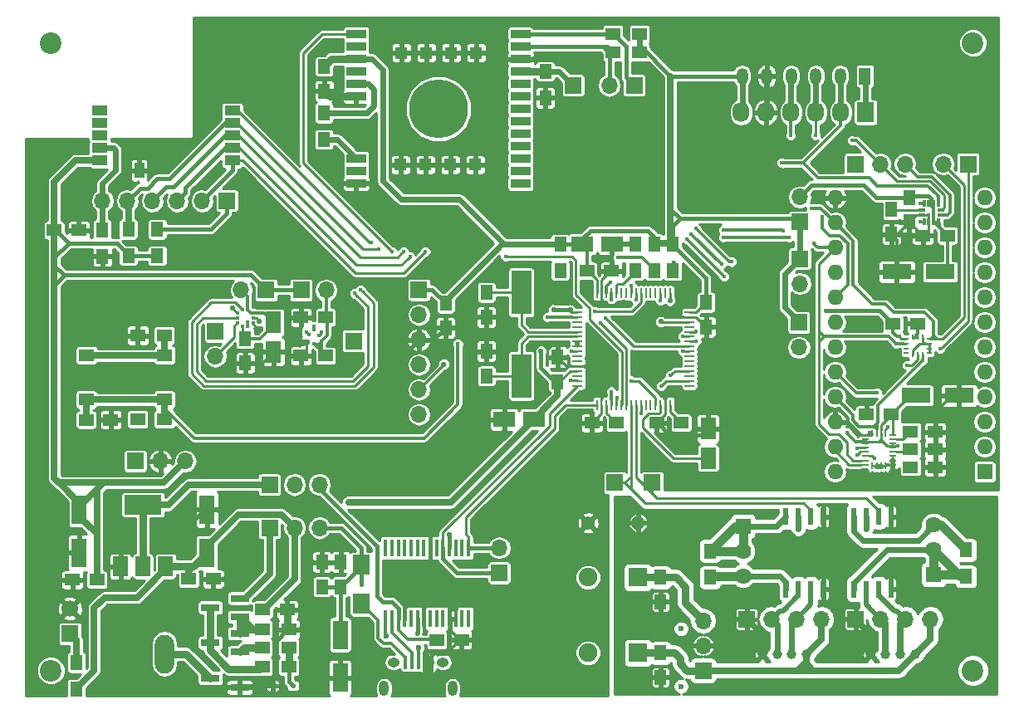
<source format=gbr>
G04 #@! TF.FileFunction,Copper,L1,Top,Signal*
%FSLAX46Y46*%
G04 Gerber Fmt 4.6, Leading zero omitted, Abs format (unit mm)*
G04 Created by KiCad (PCBNEW 4.0.4-stable) date 11/09/17 15:47:28*
%MOMM*%
%LPD*%
G01*
G04 APERTURE LIST*
%ADD10C,0.100000*%
%ADD11R,0.700000X0.230000*%
%ADD12R,0.230000X0.700000*%
%ADD13R,0.350000X0.750000*%
%ADD14R,0.750000X0.350000*%
%ADD15R,1.250000X1.500000*%
%ADD16R,1.700000X1.700000*%
%ADD17O,1.700000X1.700000*%
%ADD18R,3.000000X1.600000*%
%ADD19R,1.500000X1.250000*%
%ADD20R,2.000000X4.500000*%
%ADD21R,1.600000X1.000000*%
%ADD22R,1.000000X1.600000*%
%ADD23R,1.600000X3.000000*%
%ADD24R,0.600000X0.450000*%
%ADD25C,1.700000*%
%ADD26R,1.700000X2.000000*%
%ADD27R,1.905000X1.905000*%
%ADD28C,1.905000*%
%ADD29R,1.980000X3.960000*%
%ADD30O,1.980000X3.960000*%
%ADD31R,0.400000X1.350000*%
%ADD32O,1.250000X0.950000*%
%ADD33O,1.000000X1.550000*%
%ADD34R,1.900000X0.800000*%
%ADD35R,1.300000X1.500000*%
%ADD36R,1.500000X1.300000*%
%ADD37C,1.400000*%
%ADD38O,1.400000X1.400000*%
%ADD39R,1.000000X0.250000*%
%ADD40R,0.250000X1.000000*%
%ADD41R,0.450000X1.750000*%
%ADD42R,0.450000X0.400000*%
%ADD43R,0.400000X0.450000*%
%ADD44R,0.550000X1.750000*%
%ADD45R,0.475000X0.250000*%
%ADD46R,0.250000X0.475000*%
%ADD47R,1.550000X1.300000*%
%ADD48R,1.727200X2.032000*%
%ADD49O,1.727200X2.032000*%
%ADD50R,1.620000X1.620000*%
%ADD51C,1.620000*%
%ADD52R,3.800000X2.000000*%
%ADD53R,1.500000X2.000000*%
%ADD54C,2.200000*%
%ADD55R,0.375000X0.350000*%
%ADD56R,0.350000X0.375000*%
%ADD57R,1.270000X1.270000*%
%ADD58R,2.000000X0.900000*%
%ADD59C,6.000000*%
%ADD60R,2.200000X1.600000*%
%ADD61R,1.600000X2.200000*%
%ADD62C,1.000000*%
%ADD63R,1.200000X1.700000*%
%ADD64O,1.200000X1.700000*%
%ADD65R,1.600000X1.600000*%
%ADD66O,1.600000X1.600000*%
%ADD67C,0.600000*%
%ADD68C,0.550000*%
%ADD69C,0.450000*%
%ADD70C,0.700000*%
%ADD71C,0.300000*%
%ADD72C,0.200000*%
%ADD73C,0.150000*%
%ADD74C,0.450000*%
%ADD75C,0.250000*%
%ADD76C,0.900000*%
%ADD77C,0.800000*%
%ADD78C,0.600000*%
%ADD79C,0.700000*%
%ADD80C,0.500000*%
%ADD81C,0.254000*%
G04 APERTURE END LIST*
D10*
D11*
X132350000Y-145340000D03*
D12*
X131595000Y-145195000D03*
X131595000Y-148495000D03*
X131165000Y-145195000D03*
X131165000Y-148495000D03*
X130735000Y-145195000D03*
X130735000Y-148495000D03*
X130305000Y-145195000D03*
X130305000Y-148495000D03*
D11*
X132350000Y-145770000D03*
X132350000Y-146200000D03*
X132350000Y-146630000D03*
X132350000Y-147060000D03*
X132350000Y-147490000D03*
X132350000Y-147920000D03*
X132350000Y-148350000D03*
X129550000Y-145340000D03*
X129550000Y-145770000D03*
X129550000Y-146200000D03*
X129550000Y-146630000D03*
X129550000Y-147060000D03*
X129550000Y-147490000D03*
X129550000Y-147920000D03*
X129550000Y-148350000D03*
D13*
X136557500Y-121680000D03*
X136057500Y-121680000D03*
X136557500Y-123580000D03*
X136057500Y-123580000D03*
X135557500Y-121680000D03*
X135557500Y-123580000D03*
X137057500Y-121680000D03*
X137057500Y-123580000D03*
D14*
X135357500Y-122380000D03*
X135357500Y-122880000D03*
X137257500Y-122880000D03*
X137257500Y-122380000D03*
D15*
X134050000Y-121100000D03*
X134050000Y-123600000D03*
D16*
X128550000Y-117700000D03*
D17*
X131090000Y-117700000D03*
X133630000Y-117700000D03*
D18*
X137200000Y-128700000D03*
X132800000Y-128700000D03*
D15*
X132250000Y-122350000D03*
X132250000Y-124850000D03*
D19*
X137950000Y-125000000D03*
X135450000Y-125000000D03*
D16*
X77400000Y-135750000D03*
D20*
X94500000Y-130800000D03*
X94500000Y-139300000D03*
D16*
X104050000Y-150200000D03*
D21*
X51550000Y-112260000D03*
X51550000Y-113530000D03*
X51550000Y-114800000D03*
X51550000Y-116070000D03*
X51550000Y-117340000D03*
X65050000Y-117340000D03*
X65050000Y-116070000D03*
X65050000Y-114800000D03*
X65050000Y-113530000D03*
X65050000Y-112260000D03*
D22*
X55550000Y-118340000D03*
D15*
X74200000Y-160800000D03*
X74200000Y-158300000D03*
D23*
X76050000Y-165700000D03*
X76050000Y-170100000D03*
D19*
X101700000Y-144100000D03*
X104200000Y-144100000D03*
D15*
X90950000Y-130800000D03*
X90950000Y-133300000D03*
X90950000Y-139300000D03*
X90950000Y-136800000D03*
X76100000Y-160800000D03*
X76100000Y-158300000D03*
D19*
X68150000Y-163150000D03*
X70650000Y-163150000D03*
X108300000Y-144100000D03*
X110800000Y-144100000D03*
X60600000Y-160000000D03*
X63100000Y-160000000D03*
D15*
X98200000Y-137400000D03*
X98200000Y-139900000D03*
X108700000Y-167550000D03*
X108700000Y-170050000D03*
D19*
X103700000Y-128600000D03*
X101200000Y-128600000D03*
D23*
X62450000Y-157350000D03*
X62450000Y-152950000D03*
D15*
X113350000Y-134300000D03*
X113350000Y-131800000D03*
X108700000Y-159850000D03*
X108700000Y-162350000D03*
D23*
X49450000Y-152950000D03*
X49450000Y-157350000D03*
D19*
X51250000Y-160100000D03*
X48750000Y-160100000D03*
X74550000Y-133350000D03*
X72050000Y-133350000D03*
X46900000Y-124450000D03*
X49400000Y-124450000D03*
X74550000Y-137250000D03*
X72050000Y-137250000D03*
D15*
X74400000Y-107750000D03*
X74400000Y-110250000D03*
D19*
X50160000Y-143780000D03*
X52660000Y-143780000D03*
X132390000Y-133990000D03*
X134890000Y-133990000D03*
D15*
X66350000Y-135500000D03*
X66350000Y-138000000D03*
X86800000Y-134400000D03*
X86800000Y-131900000D03*
D24*
X71250000Y-170900000D03*
X69150000Y-170900000D03*
D25*
X48500000Y-163050000D03*
D16*
X48500000Y-165610000D03*
X72060000Y-130550000D03*
D17*
X74600000Y-130550000D03*
D16*
X68490000Y-130550000D03*
D17*
X65950000Y-130550000D03*
D26*
X78200000Y-162550000D03*
X78200000Y-158550000D03*
D27*
X106400000Y-167550000D03*
D28*
X101320000Y-167550000D03*
D27*
X106390000Y-159850000D03*
D28*
X101310000Y-159850000D03*
D29*
X53150000Y-167650000D03*
D30*
X58150000Y-167650000D03*
D31*
X82700000Y-168500000D03*
X83350000Y-168500000D03*
X84000000Y-168500000D03*
X84650000Y-168500000D03*
X85300000Y-168500000D03*
D32*
X81500000Y-168500000D03*
X86500000Y-168500000D03*
D33*
X80500000Y-171200000D03*
X87500000Y-171200000D03*
D16*
X84075000Y-130530000D03*
D17*
X84075000Y-133070000D03*
X84075000Y-135610000D03*
X84075000Y-138150000D03*
X84075000Y-140690000D03*
X84075000Y-143230000D03*
D16*
X92250000Y-159390000D03*
D17*
X92250000Y-156850000D03*
D16*
X106025000Y-109675000D03*
D17*
X103485000Y-109675000D03*
D16*
X140050000Y-117700000D03*
D17*
X137510000Y-117700000D03*
D16*
X63300000Y-134760000D03*
D17*
X63300000Y-137300000D03*
D16*
X64500000Y-121450000D03*
D17*
X61960000Y-121450000D03*
X59420000Y-121450000D03*
X56880000Y-121450000D03*
X54340000Y-121450000D03*
X51800000Y-121450000D03*
D16*
X55170000Y-148000000D03*
D17*
X57710000Y-148000000D03*
X60250000Y-148000000D03*
D16*
X99800000Y-109675000D03*
X107850000Y-150200000D03*
X113050000Y-169350000D03*
D17*
X113050000Y-166810000D03*
X113050000Y-164270000D03*
D34*
X65800000Y-171075000D03*
X65800000Y-169175000D03*
X62800000Y-170125000D03*
X65800000Y-167475000D03*
X65800000Y-165575000D03*
X62800000Y-166525000D03*
X65800000Y-163875000D03*
X65800000Y-161975000D03*
X62800000Y-162925000D03*
D35*
X98475000Y-128575000D03*
X98475000Y-125875000D03*
X106100000Y-128550000D03*
X106100000Y-125850000D03*
D36*
X68100000Y-168950000D03*
X70800000Y-168950000D03*
X68100000Y-167050000D03*
X70800000Y-167050000D03*
X70800000Y-165150000D03*
X68100000Y-165150000D03*
D35*
X54450000Y-124350000D03*
X54450000Y-127050000D03*
X74400000Y-112500000D03*
X74400000Y-115200000D03*
X57400000Y-124350000D03*
X57400000Y-127050000D03*
X51800000Y-127100000D03*
X51800000Y-124400000D03*
X139850000Y-159750000D03*
X139850000Y-157050000D03*
D36*
X106550000Y-106300000D03*
X103850000Y-106300000D03*
X106550000Y-104450000D03*
X103850000Y-104450000D03*
D35*
X113750000Y-159850000D03*
X113750000Y-157150000D03*
D36*
X55410000Y-135180000D03*
X58110000Y-135180000D03*
D35*
X96950000Y-110950000D03*
X96950000Y-108250000D03*
D36*
X58110000Y-143730000D03*
X55410000Y-143730000D03*
D37*
X101320000Y-154300000D03*
D38*
X106400000Y-154300000D03*
D39*
X100250000Y-132800000D03*
X100250000Y-133300000D03*
X100250000Y-133800000D03*
X100250000Y-134300000D03*
X100250000Y-134800000D03*
X100250000Y-135300000D03*
X100250000Y-135800000D03*
X100250000Y-136300000D03*
X100250000Y-136800000D03*
X100250000Y-137300000D03*
X100250000Y-137800000D03*
X100250000Y-138300000D03*
X100250000Y-138800000D03*
X100250000Y-139300000D03*
X100250000Y-139800000D03*
X100250000Y-140300000D03*
D40*
X102200000Y-142250000D03*
X102700000Y-142250000D03*
X103200000Y-142250000D03*
X103700000Y-142250000D03*
X104200000Y-142250000D03*
X104700000Y-142250000D03*
X105200000Y-142250000D03*
X105700000Y-142250000D03*
X106200000Y-142250000D03*
X106700000Y-142250000D03*
X107200000Y-142250000D03*
X107700000Y-142250000D03*
X108200000Y-142250000D03*
X108700000Y-142250000D03*
X109200000Y-142250000D03*
X109700000Y-142250000D03*
D39*
X111650000Y-140300000D03*
X111650000Y-139800000D03*
X111650000Y-139300000D03*
X111650000Y-138800000D03*
X111650000Y-138300000D03*
X111650000Y-137800000D03*
X111650000Y-137300000D03*
X111650000Y-136800000D03*
X111650000Y-136300000D03*
X111650000Y-135800000D03*
X111650000Y-135300000D03*
X111650000Y-134800000D03*
X111650000Y-134300000D03*
X111650000Y-133800000D03*
X111650000Y-133300000D03*
X111650000Y-132800000D03*
D40*
X109700000Y-130850000D03*
X109200000Y-130850000D03*
X108700000Y-130850000D03*
X108200000Y-130850000D03*
X107700000Y-130850000D03*
X107200000Y-130850000D03*
X106700000Y-130850000D03*
X106200000Y-130850000D03*
X105700000Y-130850000D03*
X105200000Y-130850000D03*
X104700000Y-130850000D03*
X104200000Y-130850000D03*
X103700000Y-130850000D03*
X103200000Y-130850000D03*
X102700000Y-130850000D03*
X102200000Y-130850000D03*
D41*
X89125000Y-156850000D03*
X88475000Y-156850000D03*
X87825000Y-156850000D03*
X87175000Y-156850000D03*
X86525000Y-156850000D03*
X85875000Y-156850000D03*
X85225000Y-156850000D03*
X84575000Y-156850000D03*
X83925000Y-156850000D03*
X83275000Y-156850000D03*
X82625000Y-156850000D03*
X81975000Y-156850000D03*
X81325000Y-156850000D03*
X80675000Y-156850000D03*
X80675000Y-164050000D03*
X81325000Y-164050000D03*
X81975000Y-164050000D03*
X82625000Y-164050000D03*
X83275000Y-164050000D03*
X83925000Y-164050000D03*
X84575000Y-164050000D03*
X85225000Y-164050000D03*
X85875000Y-164050000D03*
X86525000Y-164050000D03*
X87175000Y-164050000D03*
X87825000Y-164050000D03*
X88475000Y-164050000D03*
X89125000Y-164050000D03*
D42*
X73350000Y-134550000D03*
X73350000Y-136050000D03*
D43*
X74100000Y-134800000D03*
X74100000Y-135800000D03*
X72600000Y-134800000D03*
X72600000Y-135800000D03*
D44*
X128395000Y-161050000D03*
X129665000Y-161050000D03*
X130935000Y-161050000D03*
X132205000Y-161050000D03*
X132205000Y-153650000D03*
X130935000Y-153650000D03*
X129665000Y-153650000D03*
X128395000Y-153650000D03*
D45*
X136070000Y-136995000D03*
X136070000Y-136495000D03*
X136070000Y-135995000D03*
X136070000Y-135495000D03*
X133745000Y-135995000D03*
X133745000Y-136995000D03*
X133745000Y-136495000D03*
X133745000Y-135495000D03*
D46*
X135410000Y-137160000D03*
X134910000Y-137160000D03*
X134410000Y-137160000D03*
X134410000Y-135340000D03*
X134910000Y-135340000D03*
X135410000Y-135340000D03*
D47*
X58140000Y-137230000D03*
X58140000Y-141730000D03*
X50180000Y-141730000D03*
X50180000Y-137230000D03*
D44*
X121495000Y-161050000D03*
X122765000Y-161050000D03*
X124035000Y-161050000D03*
X125305000Y-161050000D03*
X125305000Y-153650000D03*
X124035000Y-153650000D03*
X122765000Y-153650000D03*
X121495000Y-153650000D03*
D48*
X129605000Y-112425000D03*
D49*
X127065000Y-112425000D03*
X124525000Y-112425000D03*
X121985000Y-112425000D03*
X119445000Y-112425000D03*
X116905000Y-112425000D03*
D50*
X136550000Y-159600000D03*
D51*
X136550000Y-157060000D03*
X136550000Y-154520000D03*
D50*
X117100000Y-154620000D03*
D51*
X117100000Y-157160000D03*
X117100000Y-159700000D03*
D16*
X128600000Y-164100000D03*
D17*
X131140000Y-164100000D03*
X133680000Y-164100000D03*
X136220000Y-164100000D03*
D16*
X117480000Y-164100000D03*
D17*
X120020000Y-164100000D03*
X122560000Y-164100000D03*
X125100000Y-164100000D03*
D52*
X55950000Y-152450000D03*
D53*
X55950000Y-158750000D03*
X58250000Y-158750000D03*
X53650000Y-158750000D03*
D54*
X140550000Y-105350000D03*
X140550000Y-169350000D03*
X46550000Y-105350000D03*
X46550000Y-169350000D03*
D55*
X65550000Y-133400000D03*
X65550000Y-132900000D03*
X65550000Y-133900000D03*
X67170000Y-133400000D03*
X67170000Y-132900000D03*
X67170000Y-133900000D03*
D56*
X66110000Y-134210000D03*
X66610000Y-134210000D03*
X66110000Y-132590000D03*
X66610000Y-132590000D03*
D19*
X85900000Y-166250000D03*
X88400000Y-166250000D03*
D16*
X68860000Y-154800000D03*
D17*
X71400000Y-154800000D03*
X73940000Y-154800000D03*
D16*
X68850000Y-150400000D03*
D17*
X71390000Y-150400000D03*
X73930000Y-150400000D03*
D35*
X49150000Y-171250000D03*
X49150000Y-168550000D03*
X108050000Y-125850000D03*
X108050000Y-128550000D03*
X109950000Y-125850000D03*
X109950000Y-128550000D03*
D57*
X82180000Y-117770000D03*
X84720000Y-117770000D03*
X87260000Y-117770000D03*
X89800000Y-117770000D03*
X82280000Y-106350000D03*
X84820000Y-106350000D03*
X87360000Y-106350000D03*
X89900000Y-106350000D03*
D58*
X94425000Y-119685000D03*
X94425000Y-118415000D03*
X94425000Y-117145000D03*
X94425000Y-115875000D03*
X94425000Y-109525000D03*
X94425000Y-110795000D03*
X94425000Y-113335000D03*
X94425000Y-112065000D03*
X94425000Y-114605000D03*
X94425000Y-108255000D03*
X94425000Y-104445000D03*
X94425000Y-106985000D03*
X94425000Y-105715000D03*
X77675000Y-118405000D03*
X77675000Y-117135000D03*
X77675000Y-105705000D03*
X77675000Y-104435000D03*
X77675000Y-106975000D03*
X77675000Y-110785000D03*
X77675000Y-109515000D03*
X77675000Y-108245000D03*
X77675000Y-119675000D03*
D59*
X86055000Y-112065000D03*
D60*
X92770000Y-143730000D03*
X95770000Y-143730000D03*
D61*
X113550000Y-144700000D03*
X113550000Y-147700000D03*
D60*
X103750000Y-125850000D03*
X100750000Y-125850000D03*
D61*
X69250000Y-136850000D03*
X69250000Y-133850000D03*
D62*
X130125000Y-167725000D03*
X131625000Y-167725000D03*
X133125000Y-167725000D03*
X134625000Y-167725000D03*
X119075000Y-167725000D03*
X120575000Y-167725000D03*
X122075000Y-167725000D03*
X123575000Y-167725000D03*
D63*
X129525000Y-108725000D03*
D64*
X127025000Y-108725000D03*
X124525000Y-108725000D03*
X122025000Y-108725000D03*
X119525000Y-108725000D03*
X117025000Y-108725000D03*
D18*
X134750000Y-141300000D03*
X139150000Y-141300000D03*
D19*
X132200000Y-143250000D03*
X129700000Y-143250000D03*
X134200000Y-148600000D03*
X136700000Y-148600000D03*
X134200000Y-146800000D03*
X136700000Y-146800000D03*
X134200000Y-145000000D03*
X136700000Y-145000000D03*
D16*
X122800000Y-133860000D03*
D17*
X122800000Y-136400000D03*
D65*
X141740000Y-149080000D03*
D66*
X126500000Y-121140000D03*
X141740000Y-146540000D03*
X126500000Y-123680000D03*
X141740000Y-144000000D03*
X126500000Y-126220000D03*
X141740000Y-141460000D03*
X126500000Y-128760000D03*
X141740000Y-138920000D03*
X126500000Y-131300000D03*
X141740000Y-136380000D03*
X126500000Y-133840000D03*
X141740000Y-133840000D03*
X126500000Y-136380000D03*
X141740000Y-131300000D03*
X126500000Y-138920000D03*
X141740000Y-128760000D03*
X126500000Y-141460000D03*
X141740000Y-126220000D03*
X126500000Y-144000000D03*
X141740000Y-123680000D03*
X126500000Y-146540000D03*
X141740000Y-121140000D03*
X126500000Y-149080000D03*
D16*
X122900000Y-123590000D03*
D17*
X122900000Y-121050000D03*
D16*
X122900000Y-127360000D03*
D17*
X122900000Y-129900000D03*
D67*
X110800000Y-165100000D03*
X110800000Y-170950000D03*
D68*
X132800000Y-126950000D03*
X135500000Y-105250000D03*
X131150000Y-105275000D03*
X126875000Y-105225000D03*
X122450000Y-105300000D03*
X110400000Y-105250000D03*
X114650000Y-105325000D03*
X119050000Y-105275000D03*
X105625000Y-122800000D03*
X101300000Y-122850000D03*
X97150000Y-122875000D03*
X92750000Y-122900000D03*
X95800000Y-106975000D03*
X89900000Y-107725000D03*
X84825000Y-107725000D03*
X87350000Y-105100000D03*
X82275000Y-105125000D03*
X89800000Y-118975000D03*
X84700000Y-119000000D03*
X87225000Y-116400000D03*
X82175000Y-116400000D03*
X81925000Y-129575000D03*
X79200000Y-129575000D03*
X76675000Y-129050000D03*
X75075000Y-127425000D03*
X73550000Y-125925000D03*
X72125000Y-124500000D03*
X70650000Y-123025000D03*
X69100000Y-121500000D03*
X67550000Y-119950000D03*
X66275000Y-118575000D03*
X79525000Y-123750000D03*
X77725000Y-122050000D03*
X76275000Y-119675000D03*
X73975000Y-118100000D03*
X71325000Y-116750000D03*
X69650000Y-115100000D03*
X68275000Y-113750000D03*
X66800000Y-112275000D03*
X55525000Y-116975000D03*
X44975000Y-167200000D03*
X44975000Y-162775000D03*
X45000000Y-158525000D03*
X44925000Y-154175000D03*
X44975000Y-150175000D03*
X44975000Y-145825000D03*
X44975000Y-141575000D03*
X44975000Y-137200000D03*
X44975000Y-133025000D03*
X44950000Y-128675000D03*
X44950000Y-124425000D03*
X44950000Y-120025000D03*
D69*
X130000000Y-145100000D03*
X113500000Y-144749998D03*
X69550000Y-160400000D03*
X85225000Y-156850000D03*
D70*
X92636344Y-144075010D03*
X89300000Y-140850000D03*
X78900000Y-141500000D03*
D68*
X109205987Y-141539135D03*
D70*
X81325000Y-136775000D03*
X106100000Y-125850000D03*
D69*
X103626724Y-125901004D03*
D67*
X51800000Y-127100000D03*
X49400000Y-124450000D03*
D69*
X130800000Y-134150000D03*
X130850000Y-137400000D03*
X129050000Y-128700000D03*
X129900010Y-143272612D03*
X134725919Y-135170527D03*
X132250000Y-124850000D03*
X135982500Y-122880000D03*
D68*
X69250000Y-136850000D03*
X67800000Y-134650000D03*
D69*
X72300000Y-136100000D03*
X136700000Y-145000000D03*
X136700000Y-148600000D03*
X131850000Y-148350000D03*
X110977401Y-133289739D03*
X98280000Y-136160000D03*
X85260000Y-154700000D03*
D70*
X70130000Y-148660000D03*
D68*
X101200000Y-137540000D03*
D69*
X101513561Y-131586439D03*
X107530000Y-132000000D03*
X104951118Y-131703949D03*
X74400000Y-110250000D03*
X77675000Y-110785000D03*
X96950000Y-110950000D03*
D68*
X103700000Y-128600000D03*
X98200000Y-137400000D03*
X108300000Y-144100000D03*
X101700000Y-144100000D03*
D69*
X113350000Y-134300000D03*
X90950000Y-136800000D03*
X90950000Y-133300000D03*
X86800000Y-134400000D03*
X52660000Y-143780000D03*
X55410000Y-135180000D03*
X88225000Y-162250000D03*
X88400000Y-167500000D03*
X89800000Y-166275000D03*
X83100000Y-162584998D03*
X87275000Y-166250000D03*
X84925000Y-168500000D03*
X76050000Y-170100000D03*
X69700000Y-170900000D03*
X65800000Y-171075000D03*
X48750000Y-160100000D03*
X49450000Y-157350000D03*
X53650000Y-158750000D03*
X59550000Y-155575000D03*
X74200000Y-158300000D03*
X76100000Y-158300000D03*
X63100000Y-160000000D03*
X70650000Y-164125000D03*
D70*
X94200000Y-145300000D03*
D68*
X96500000Y-136790000D03*
X87175000Y-155525000D03*
D70*
X76900000Y-152200000D03*
D68*
X97820006Y-132570000D03*
X99490002Y-132570000D03*
D69*
X55410000Y-143730000D03*
D68*
X98194780Y-140135011D03*
D69*
X113350000Y-131800000D03*
D68*
X101200000Y-128600000D03*
X110800000Y-144100000D03*
X104200000Y-144100000D03*
D67*
X122750000Y-154900000D03*
X129650000Y-154900000D03*
D69*
X132205000Y-153650000D03*
X125305000Y-153650000D03*
X125305000Y-161050000D03*
X132205000Y-161050000D03*
X108700000Y-162350000D03*
X108700000Y-170050000D03*
X130125000Y-170625000D03*
X119050000Y-170550000D03*
X73900000Y-136300000D03*
X97144990Y-133287257D03*
X88050000Y-136030000D03*
X115210000Y-129180000D03*
X111380000Y-125340000D03*
X112349998Y-134790000D03*
D67*
X84049996Y-167000000D03*
X80700000Y-165799990D03*
D68*
X109662307Y-131608556D03*
X108719998Y-133760000D03*
X86600000Y-138100000D03*
X100250000Y-136050000D03*
X98475000Y-128575000D03*
D69*
X72850000Y-135100000D03*
X77500000Y-130900000D03*
X110000000Y-127700000D03*
X135450000Y-137724990D03*
X135200000Y-121700000D03*
X103600010Y-129750000D03*
X78100008Y-130500000D03*
X104350000Y-127250000D03*
X73899924Y-135140703D03*
X137052161Y-121010339D03*
X121050000Y-117600014D03*
X130750010Y-141050000D03*
X133850000Y-138200004D03*
X131850000Y-144500000D03*
X103700004Y-131510000D03*
D68*
X108050000Y-128550000D03*
D69*
X115920000Y-127680000D03*
X112280170Y-124295734D03*
X112350000Y-135800000D03*
X114910000Y-127900000D03*
X111840000Y-124840000D03*
X110940000Y-135280000D03*
X124299994Y-125800000D03*
X121199994Y-124500000D03*
X115099996Y-124400000D03*
X132750000Y-136000008D03*
X137200000Y-136550001D03*
X105700000Y-130125000D03*
X124100004Y-122200000D03*
X121800000Y-125150000D03*
X115080000Y-125170000D03*
X106199996Y-131540000D03*
X130500000Y-147700000D03*
X105750000Y-139800000D03*
X66607495Y-133831109D03*
X108750002Y-140350000D03*
X103700000Y-140900000D03*
X128200000Y-115300000D03*
X109724999Y-139249999D03*
X73375010Y-134275010D03*
X81300000Y-126600006D03*
X99579998Y-136800000D03*
D68*
X65100000Y-132399998D03*
X67800000Y-133700000D03*
D69*
X124520000Y-114760000D03*
X110980000Y-136820000D03*
X121980000Y-114790000D03*
X108700000Y-131600000D03*
X83900000Y-165550000D03*
X78200000Y-160550000D03*
X79200000Y-125700000D03*
X65050000Y-112260000D03*
X103100000Y-133430000D03*
X84750000Y-126600021D03*
X102020000Y-132730000D03*
X83150000Y-127150000D03*
X92890000Y-127160000D03*
X82499992Y-126600000D03*
X102550000Y-133890000D03*
X99551439Y-139791439D03*
X79950000Y-126400000D03*
X127700000Y-145100000D03*
X134200000Y-148600000D03*
X132850000Y-146400000D03*
X133050055Y-135296742D03*
X125550000Y-132600000D03*
X135577500Y-135995000D03*
X128700012Y-146700000D03*
X106749998Y-143100000D03*
X104269228Y-141489721D03*
X125163761Y-123086239D03*
X135170000Y-123580000D03*
X128750000Y-147400000D03*
D71*
X132800000Y-126950000D02*
X132800000Y-125400000D01*
X132800000Y-128700000D02*
X132800000Y-126950000D01*
D72*
X126875000Y-105225000D02*
X131100000Y-105225000D01*
X131100000Y-105225000D02*
X131150000Y-105275000D01*
X119050000Y-105275000D02*
X122425000Y-105275000D01*
X122425000Y-105275000D02*
X122450000Y-105300000D01*
X119050000Y-105275000D02*
X114700000Y-105275000D01*
X114700000Y-105275000D02*
X114650000Y-105325000D01*
X97150000Y-122875000D02*
X101275000Y-122875000D01*
X101275000Y-122875000D02*
X101300000Y-122850000D01*
X89800000Y-119950000D02*
X92750000Y-122900000D01*
X89800000Y-117770000D02*
X89800000Y-119950000D01*
X94425000Y-106985000D02*
X95790000Y-106985000D01*
X95790000Y-106985000D02*
X95800000Y-106975000D01*
X89900000Y-107725000D02*
X89900000Y-106350000D01*
X84820000Y-106350000D02*
X84820000Y-107720000D01*
X84820000Y-107720000D02*
X84825000Y-107725000D01*
X87350000Y-105100000D02*
X87360000Y-105110000D01*
X87360000Y-105110000D02*
X87360000Y-106350000D01*
X82280000Y-106350000D02*
X82280000Y-105130000D01*
X82280000Y-105130000D02*
X82275000Y-105125000D01*
X89800000Y-118975000D02*
X89800000Y-117770000D01*
X84720000Y-117770000D02*
X84720000Y-118980000D01*
X84720000Y-118980000D02*
X84700000Y-119000000D01*
X87225000Y-116400000D02*
X87225000Y-117735000D01*
X87225000Y-117735000D02*
X87260000Y-117770000D01*
X82180000Y-117770000D02*
X82180000Y-116405000D01*
X82180000Y-116405000D02*
X82175000Y-116400000D01*
X79200000Y-129575000D02*
X81925000Y-129575000D01*
X76999999Y-129324999D02*
X77250000Y-129575000D01*
X77250000Y-129575000D02*
X79200000Y-129575000D01*
X76675000Y-129050000D02*
X76949999Y-129324999D01*
X76949999Y-129324999D02*
X76999999Y-129324999D01*
X75349999Y-127724999D02*
X76675000Y-129050000D01*
X75075000Y-127425000D02*
X75349999Y-127699999D01*
X75349999Y-127699999D02*
X75349999Y-127724999D01*
X72125000Y-124500000D02*
X73550000Y-125925000D01*
X69100000Y-121500000D02*
X70625000Y-123025000D01*
X70625000Y-123025000D02*
X70650000Y-123025000D01*
X66275000Y-118575000D02*
X66275000Y-118675000D01*
X66275000Y-118675000D02*
X67550000Y-119950000D01*
X77675000Y-119675000D02*
X77675000Y-122000000D01*
X77675000Y-122000000D02*
X77725000Y-122050000D01*
X77675000Y-119675000D02*
X76275000Y-119675000D01*
X73975000Y-118100000D02*
X75550000Y-119675000D01*
X75550000Y-119675000D02*
X76275000Y-119675000D01*
X69650000Y-115100000D02*
X71300000Y-116750000D01*
X71300000Y-116750000D02*
X71325000Y-116750000D01*
X67074999Y-112549999D02*
X68275000Y-113750000D01*
X66800000Y-112275000D02*
X67074999Y-112549999D01*
X55550000Y-117000000D02*
X55525000Y-116975000D01*
X55550000Y-118340000D02*
X55550000Y-117000000D01*
X44975000Y-162775000D02*
X44975000Y-167200000D01*
X44925000Y-158450000D02*
X45000000Y-158525000D01*
X44925000Y-154175000D02*
X44925000Y-158450000D01*
X44975000Y-145825000D02*
X44975000Y-150175000D01*
X44975000Y-137200000D02*
X44975000Y-141575000D01*
X44950000Y-128675000D02*
X44950000Y-133000000D01*
X44950000Y-133000000D02*
X44975000Y-133025000D01*
D73*
X129550000Y-145340000D02*
X129760000Y-145340000D01*
X129760000Y-145340000D02*
X130000000Y-145100000D01*
D74*
X108300000Y-144100000D02*
X108425000Y-144100000D01*
X109625000Y-145300000D02*
X112949998Y-145300000D01*
X108425000Y-144100000D02*
X109625000Y-145300000D01*
X112949998Y-145300000D02*
X113275001Y-144974997D01*
X113275001Y-144974997D02*
X113500000Y-144749998D01*
X84950000Y-168843198D02*
X84950000Y-169300000D01*
X84925000Y-168500000D02*
X84925000Y-168818198D01*
X84925000Y-168818198D02*
X84950000Y-168843198D01*
X84925000Y-167775000D02*
X84925000Y-168500000D01*
D75*
X80050000Y-137550000D02*
X80050000Y-140350000D01*
X80050000Y-140350000D02*
X78900000Y-141500000D01*
X81325000Y-136775000D02*
X80975001Y-137124999D01*
X80975001Y-137124999D02*
X80475001Y-137124999D01*
X80475001Y-137124999D02*
X80200000Y-137400000D01*
X80200000Y-137400000D02*
X80050000Y-137550000D01*
X109205987Y-141505987D02*
X109205987Y-141539135D01*
X109200000Y-141500000D02*
X109205987Y-141505987D01*
X109200000Y-142250000D02*
X109200000Y-141500000D01*
D74*
X82935000Y-136750000D02*
X81350000Y-136750000D01*
X81350000Y-136750000D02*
X81325000Y-136775000D01*
X84075000Y-135610000D02*
X82935000Y-136750000D01*
D71*
X103700000Y-125974280D02*
X103626724Y-125901004D01*
X103700000Y-128600000D02*
X103700000Y-125974280D01*
X103677728Y-125850000D02*
X103626724Y-125901004D01*
X106100000Y-125850000D02*
X103677728Y-125850000D01*
D75*
X132800000Y-128700000D02*
X129050000Y-128700000D01*
X134410000Y-135340000D02*
X134910000Y-135340000D01*
X134465526Y-135395526D02*
X134500920Y-135395526D01*
X134895392Y-135340000D02*
X134725919Y-135170527D01*
X134410000Y-135340000D02*
X134465526Y-135395526D01*
X134910000Y-135340000D02*
X134895392Y-135340000D01*
D71*
X134890000Y-133990000D02*
X134890000Y-135006446D01*
X134890000Y-135006446D02*
X134725919Y-135170527D01*
D75*
X134500920Y-135395526D02*
X134725919Y-135170527D01*
X134770000Y-122880000D02*
X134050000Y-123600000D01*
X132800000Y-124850000D02*
X134050000Y-123600000D01*
X132250000Y-124850000D02*
X132800000Y-124850000D01*
X132250000Y-124850000D02*
X135300000Y-124850000D01*
D71*
X132800000Y-125400000D02*
X132250000Y-124850000D01*
D75*
X134050000Y-123600000D02*
X135450000Y-125000000D01*
X135357500Y-122880000D02*
X134770000Y-122880000D01*
X135300000Y-124850000D02*
X135450000Y-125000000D01*
X136057500Y-124392500D02*
X135450000Y-125000000D01*
X136057500Y-123580000D02*
X136057500Y-124392500D01*
X136057500Y-122955000D02*
X136057500Y-123580000D01*
X135357500Y-122880000D02*
X135982500Y-122880000D01*
X135982500Y-122880000D02*
X136057500Y-122955000D01*
D71*
X136700000Y-145000000D02*
X136700000Y-143050000D01*
X136700000Y-143050000D02*
X138450000Y-141300000D01*
X138450000Y-141300000D02*
X139150000Y-141300000D01*
X136700000Y-145000000D02*
X136700000Y-144950000D01*
D75*
X66350000Y-138000000D02*
X68100000Y-138000000D01*
X68100000Y-138000000D02*
X69250000Y-136850000D01*
X67170000Y-133900000D02*
X67170000Y-134020000D01*
X67170000Y-134020000D02*
X67800000Y-134650000D01*
X72600000Y-135800000D02*
X72300000Y-136100000D01*
X72600000Y-135800000D02*
X72150000Y-135800000D01*
X72150000Y-135800000D02*
X72050000Y-135700000D01*
X72050000Y-135700000D02*
X72050000Y-134225000D01*
X72050000Y-134225000D02*
X72050000Y-133350000D01*
X72600000Y-135800000D02*
X72600000Y-136700000D01*
X72600000Y-136700000D02*
X72050000Y-137250000D01*
X130735000Y-148495000D02*
X130450000Y-148495000D01*
D72*
X130305000Y-148495000D02*
X130450000Y-148495000D01*
D75*
X132350000Y-148200000D02*
X132350000Y-147920000D01*
D72*
X132350000Y-148350000D02*
X132350000Y-148200000D01*
X132350000Y-147920000D02*
X132350000Y-147800000D01*
D75*
X132350000Y-147650000D02*
X132350000Y-147920000D01*
D72*
X132350000Y-147490000D02*
X132350000Y-147650000D01*
D75*
X131850000Y-148350000D02*
X131740000Y-148350000D01*
X132350000Y-148350000D02*
X131850000Y-148350000D01*
X131740000Y-148350000D02*
X131595000Y-148495000D01*
X131165000Y-148495000D02*
X130735000Y-148495000D01*
X131595000Y-148495000D02*
X131165000Y-148495000D01*
D71*
X136700000Y-146800000D02*
X136700000Y-148600000D01*
X136700000Y-145000000D02*
X136700000Y-146800000D01*
D76*
X52230000Y-169680000D02*
X52230000Y-165130000D01*
X54050000Y-169680000D02*
X52230000Y-169680000D01*
X54220000Y-169510000D02*
X54050000Y-169680000D01*
X54220000Y-165790000D02*
X54220000Y-169510000D01*
X54080000Y-165650000D02*
X54220000Y-165790000D01*
X52360000Y-165650000D02*
X54080000Y-165650000D01*
X53150000Y-166440000D02*
X52360000Y-165650000D01*
X53150000Y-167650000D02*
X53150000Y-166440000D01*
D75*
X111650000Y-133300000D02*
X111639739Y-133289739D01*
X111639739Y-133289739D02*
X111295599Y-133289739D01*
X111295599Y-133289739D02*
X110977401Y-133289739D01*
X97150000Y-136580000D02*
X97570000Y-136160000D01*
X97570000Y-136160000D02*
X98280000Y-136160000D01*
X97150000Y-137225000D02*
X97150000Y-136580000D01*
X98200000Y-137400000D02*
X97325000Y-137400000D01*
X97325000Y-137400000D02*
X97150000Y-137225000D01*
X98200000Y-137400000D02*
X98200000Y-136860000D01*
D74*
X85225000Y-158925000D02*
X85225000Y-162225000D01*
D75*
X70140000Y-151630000D02*
X70140000Y-148670000D01*
X70140000Y-148670000D02*
X70130000Y-148660000D01*
X69660000Y-152110000D02*
X70140000Y-151630000D01*
X64340000Y-152110000D02*
X69660000Y-152110000D01*
X62450000Y-152950000D02*
X63500000Y-152950000D01*
X63500000Y-152950000D02*
X64340000Y-152110000D01*
X100250000Y-138300000D02*
X101000000Y-138300000D01*
X101000000Y-138300000D02*
X101200000Y-138100000D01*
X101200000Y-138100000D02*
X101200000Y-137540000D01*
X101738560Y-131811438D02*
X101513561Y-131586439D01*
X102488562Y-131811438D02*
X101738560Y-131811438D01*
X102700000Y-131600000D02*
X102488562Y-131811438D01*
X103180000Y-132080000D02*
X104575067Y-132080000D01*
X104575067Y-132080000D02*
X104951118Y-131703949D01*
X102700000Y-131600000D02*
X103180000Y-132080000D01*
X102700000Y-130850000D02*
X102700000Y-131600000D01*
D74*
X84075000Y-135610000D02*
X85590000Y-135610000D01*
X85590000Y-135610000D02*
X86800000Y-134400000D01*
D75*
X102700000Y-130850000D02*
X102700000Y-129475000D01*
X102700000Y-129475000D02*
X103575000Y-128600000D01*
X103575000Y-128600000D02*
X103700000Y-128600000D01*
X100250000Y-138300000D02*
X99100000Y-138300000D01*
X99100000Y-138300000D02*
X98200000Y-137400000D01*
D74*
X87175000Y-164050000D02*
X87175000Y-163300000D01*
X87175000Y-163300000D02*
X88225000Y-162250000D01*
X88400000Y-166250000D02*
X88400000Y-167500000D01*
X88400000Y-166250000D02*
X89775000Y-166250000D01*
X89775000Y-166250000D02*
X89800000Y-166275000D01*
X85225000Y-156850000D02*
X85225000Y-158925000D01*
D71*
X83100000Y-162584998D02*
X83459998Y-162225000D01*
X82625000Y-163059998D02*
X83100000Y-162584998D01*
D74*
X88400000Y-166250000D02*
X87275000Y-166250000D01*
D71*
X84925000Y-168500000D02*
X84650000Y-168500000D01*
X85300000Y-168500000D02*
X84925000Y-168500000D01*
D74*
X69150000Y-170900000D02*
X69700000Y-170900000D01*
X62450000Y-152950000D02*
X62175000Y-152950000D01*
X62175000Y-152950000D02*
X59550000Y-155575000D01*
D77*
X70650000Y-164125000D02*
X70650000Y-165000000D01*
X70650000Y-163150000D02*
X70650000Y-164125000D01*
D78*
X119525000Y-108725000D02*
X119525000Y-112345000D01*
X119525000Y-112345000D02*
X119445000Y-112425000D01*
D75*
X101700000Y-144100000D02*
X102700000Y-143100000D01*
X102700000Y-143100000D02*
X102700000Y-142250000D01*
D77*
X74400000Y-110250000D02*
X74935000Y-110785000D01*
X74935000Y-110785000D02*
X77675000Y-110785000D01*
D71*
X87450000Y-164050000D02*
X87175000Y-164050000D01*
X87825000Y-164050000D02*
X87450000Y-164050000D01*
X87450000Y-164050000D02*
X87350000Y-164150000D01*
X87350000Y-164150000D02*
X87350000Y-165325000D01*
X87350000Y-165325000D02*
X88275000Y-166250000D01*
X88275000Y-166250000D02*
X88400000Y-166250000D01*
X86525000Y-162225000D02*
X86650000Y-162225000D01*
X86650000Y-162225000D02*
X87825000Y-163400000D01*
X87825000Y-163400000D02*
X87825000Y-164050000D01*
X85225000Y-162225000D02*
X86525000Y-162225000D01*
X86525000Y-162225000D02*
X87175000Y-162875000D01*
X87175000Y-162875000D02*
X87175000Y-164050000D01*
X82625000Y-164050000D02*
X82625000Y-163059998D01*
X83459998Y-162225000D02*
X85225000Y-162225000D01*
X85300000Y-168500000D02*
X85300000Y-168025000D01*
X85300000Y-168025000D02*
X85800000Y-167525000D01*
X85800000Y-167525000D02*
X87000000Y-167525000D01*
X87000000Y-167525000D02*
X88275000Y-166250000D01*
D75*
X109200000Y-142250000D02*
X109200000Y-143200000D01*
X109200000Y-143200000D02*
X108300000Y-144100000D01*
D74*
X69150000Y-170900000D02*
X68450000Y-170900000D01*
X68475000Y-170900000D02*
X68450000Y-170900000D01*
X68450000Y-170900000D02*
X65975000Y-170900000D01*
X69450000Y-166400000D02*
X69450000Y-169925000D01*
X69450000Y-169925000D02*
X68475000Y-170900000D01*
X70800000Y-165150000D02*
X70700000Y-165150000D01*
X70700000Y-165150000D02*
X69450000Y-166400000D01*
X65975000Y-170900000D02*
X65800000Y-171075000D01*
D77*
X70650000Y-165000000D02*
X70800000Y-165150000D01*
D71*
X84575000Y-164050000D02*
X84575000Y-162875000D01*
X84575000Y-162875000D02*
X85225000Y-162225000D01*
D75*
X111650000Y-133300000D02*
X112350000Y-133300000D01*
X112350000Y-133300000D02*
X113350000Y-134300000D01*
X99500000Y-138300000D02*
X100250000Y-138300000D01*
D71*
X127631370Y-144000000D02*
X126500000Y-144000000D01*
X127810000Y-144000000D02*
X127631370Y-144000000D01*
X129150000Y-145340000D02*
X127810000Y-144000000D01*
D75*
X129550000Y-145340000D02*
X130160000Y-145340000D01*
X130160000Y-145340000D02*
X130305000Y-145195000D01*
X129550000Y-145340000D02*
X129150000Y-145340000D01*
D74*
X54450000Y-127050000D02*
X57400000Y-127050000D01*
D79*
X87300000Y-152200000D02*
X94200000Y-145300000D01*
X94200000Y-145300000D02*
X95770000Y-143730000D01*
D74*
X100750000Y-125850000D02*
X100750000Y-125300000D01*
X100750000Y-125300000D02*
X101550000Y-124500000D01*
X101550000Y-124500000D02*
X107400000Y-124500000D01*
X107400000Y-124500000D02*
X108050000Y-125150000D01*
X108050000Y-125150000D02*
X108050000Y-125850000D01*
D79*
X46900000Y-127250000D02*
X46900000Y-128050000D01*
X46900000Y-128050000D02*
X46900000Y-134850000D01*
D74*
X48000000Y-129000000D02*
X47850000Y-129000000D01*
X47850000Y-129000000D02*
X46900000Y-128050000D01*
X66940000Y-129000000D02*
X68490000Y-130550000D01*
X48000000Y-129000000D02*
X66940000Y-129000000D01*
X46900000Y-130100000D02*
X48000000Y-129000000D01*
D79*
X46900000Y-134850000D02*
X46900000Y-140920000D01*
D78*
X77675000Y-106975000D02*
X79275000Y-106975000D01*
X82275000Y-121300000D02*
X88175000Y-121300000D01*
X79275000Y-106975000D02*
X80400000Y-108100000D01*
X80400000Y-108100000D02*
X80400000Y-119425000D01*
X80400000Y-119425000D02*
X82275000Y-121300000D01*
X88175000Y-121300000D02*
X92750000Y-125875000D01*
D79*
X46900000Y-124450000D02*
X46900000Y-127250000D01*
D74*
X48350000Y-125775000D02*
X48350000Y-125800000D01*
X48350000Y-125800000D02*
X46900000Y-127250000D01*
D79*
X109725000Y-108725000D02*
X109725000Y-122300000D01*
X109725000Y-122300000D02*
X109725000Y-125558002D01*
D74*
X110700000Y-123250000D02*
X110675000Y-123250000D01*
X110675000Y-123250000D02*
X109725000Y-122300000D01*
X122900000Y-123590000D02*
X122560000Y-123250000D01*
X122560000Y-123250000D02*
X110700000Y-123250000D01*
X110700000Y-123250000D02*
X109950000Y-124000000D01*
X109950000Y-124000000D02*
X109950000Y-125850000D01*
D78*
X122900000Y-127360000D02*
X122890000Y-127360000D01*
X122890000Y-127360000D02*
X121350000Y-128900000D01*
X121350000Y-128900000D02*
X121350000Y-132300000D01*
X121350000Y-132300000D02*
X122800000Y-133750000D01*
X122800000Y-133750000D02*
X122800000Y-133860000D01*
X122800000Y-133650000D02*
X122850000Y-133650000D01*
X122900000Y-127360000D02*
X122900000Y-123590000D01*
D74*
X68490000Y-130550000D02*
X72060000Y-130550000D01*
D79*
X109725000Y-125558002D02*
X109533002Y-125750000D01*
X109533002Y-125750000D02*
X108050000Y-125750000D01*
X108050000Y-125750000D02*
X108050000Y-125850000D01*
D74*
X96500000Y-137178908D02*
X96500000Y-136790000D01*
X96500000Y-138440231D02*
X96500000Y-137178908D01*
X98194780Y-140135011D02*
X96500000Y-138440231D01*
D79*
X76900000Y-152200000D02*
X87300000Y-152200000D01*
D74*
X87175000Y-156850000D02*
X87175000Y-155525000D01*
X98840000Y-132570000D02*
X97820006Y-132570000D01*
X98840000Y-132570000D02*
X99490002Y-132570000D01*
D75*
X99490002Y-132790002D02*
X99490002Y-132570000D01*
X99500000Y-132800000D02*
X99490002Y-132790002D01*
X100250000Y-132800000D02*
X99500000Y-132800000D01*
D79*
X98194780Y-140135011D02*
X98194780Y-141305220D01*
X98194780Y-141305220D02*
X95770000Y-143730000D01*
D78*
X46900000Y-140760000D02*
X46900000Y-140920000D01*
D79*
X46900000Y-140920000D02*
X46900000Y-149700000D01*
D78*
X55410000Y-143730000D02*
X55510000Y-143730000D01*
X46900000Y-140350000D02*
X46900000Y-140920000D01*
D75*
X100250000Y-138800000D02*
X99500000Y-138800000D01*
X99500000Y-138800000D02*
X98194780Y-140105220D01*
X98194780Y-140105220D02*
X98194780Y-140135011D01*
D78*
X86800000Y-131900000D02*
X86800000Y-131590000D01*
X86800000Y-131590000D02*
X92515000Y-125875000D01*
X92515000Y-125875000D02*
X92750000Y-125875000D01*
D74*
X113350000Y-131800000D02*
X113350000Y-130400000D01*
X109950000Y-125850000D02*
X109950000Y-125950000D01*
X109950000Y-125950000D02*
X113350000Y-129350000D01*
X113350000Y-129350000D02*
X113350000Y-129940381D01*
X113350000Y-129940381D02*
X113350000Y-130400000D01*
D78*
X106550000Y-104450000D02*
X106550000Y-105275000D01*
D74*
X109725000Y-108725000D02*
X106550000Y-105550000D01*
D78*
X106550000Y-105275000D02*
X106550000Y-106300000D01*
D74*
X117025000Y-108725000D02*
X109725000Y-108725000D01*
X106550000Y-105550000D02*
X106550000Y-105275000D01*
D78*
X92750000Y-125875000D02*
X98475000Y-125875000D01*
D74*
X98475000Y-125875000D02*
X100725000Y-125875000D01*
X100725000Y-125875000D02*
X100750000Y-125850000D01*
X84075000Y-130530000D02*
X85430000Y-130530000D01*
X85430000Y-130530000D02*
X86800000Y-131900000D01*
D75*
X102200000Y-130850000D02*
X102200000Y-129475000D01*
X102200000Y-129475000D02*
X101325000Y-128600000D01*
X101325000Y-128600000D02*
X101200000Y-128600000D01*
D79*
X52525000Y-150200000D02*
X51950000Y-150200000D01*
X51950000Y-150200000D02*
X49450000Y-152700000D01*
X49450000Y-152700000D02*
X49450000Y-152950000D01*
X52525000Y-150200000D02*
X58050000Y-150200000D01*
X47400000Y-150200000D02*
X46900000Y-149700000D01*
X52525000Y-150200000D02*
X47400000Y-150200000D01*
X58050000Y-150200000D02*
X58899999Y-149350001D01*
X58899999Y-149350001D02*
X60250000Y-148000000D01*
X47700000Y-150500000D02*
X49450000Y-152250000D01*
X49450000Y-152250000D02*
X49450000Y-152950000D01*
X46900000Y-149700000D02*
X47700000Y-150500000D01*
X51250000Y-155450000D02*
X51250000Y-151125000D01*
D78*
X117025000Y-108725000D02*
X117025000Y-112305000D01*
X117025000Y-112305000D02*
X116905000Y-112425000D01*
D74*
X46900000Y-124450000D02*
X47025000Y-124450000D01*
X48350000Y-125775000D02*
X53275000Y-125775000D01*
X47025000Y-124450000D02*
X48350000Y-125775000D01*
X53275000Y-125775000D02*
X54450000Y-126950000D01*
X54450000Y-126950000D02*
X54450000Y-127050000D01*
D75*
X103200000Y-142250000D02*
X103200000Y-143100000D01*
X103200000Y-143100000D02*
X104200000Y-144100000D01*
D77*
X74400000Y-107750000D02*
X75175000Y-106975000D01*
X75175000Y-106975000D02*
X77675000Y-106975000D01*
D71*
X101200000Y-128600000D02*
X101200000Y-126300000D01*
X101200000Y-126300000D02*
X100750000Y-125850000D01*
D79*
X46900000Y-124450000D02*
X46900000Y-119500000D01*
X46900000Y-119500000D02*
X49060000Y-117340000D01*
X49060000Y-117340000D02*
X51550000Y-117340000D01*
X49450000Y-152950000D02*
X49450000Y-153650000D01*
X49450000Y-153650000D02*
X51250000Y-155450000D01*
X51250000Y-155450000D02*
X51250000Y-158775000D01*
X51250000Y-158775000D02*
X51250000Y-160100000D01*
D75*
X109700000Y-142250000D02*
X109700000Y-143000000D01*
X109700000Y-143000000D02*
X110800000Y-144100000D01*
X111650000Y-132800000D02*
X112350000Y-132800000D01*
X112350000Y-132800000D02*
X113350000Y-131800000D01*
X90950000Y-130800000D02*
X91825000Y-130800000D01*
X91825000Y-130800000D02*
X94500000Y-130800000D01*
X94500000Y-130800000D02*
X94500000Y-134100000D01*
X94500000Y-134100000D02*
X95200000Y-134800000D01*
X99500000Y-134800000D02*
X100250000Y-134800000D01*
X95200000Y-134800000D02*
X99500000Y-134800000D01*
X90950000Y-139300000D02*
X94500000Y-139300000D01*
X94500000Y-139300000D02*
X94500000Y-136000000D01*
X94500000Y-136000000D02*
X95200000Y-135300000D01*
X95200000Y-135300000D02*
X99500000Y-135300000D01*
X99500000Y-135300000D02*
X100250000Y-135300000D01*
X113550000Y-147700000D02*
X110000000Y-147700000D01*
X110000000Y-147700000D02*
X106900000Y-144600000D01*
X108700000Y-143000000D02*
X108700000Y-142250000D01*
X106900000Y-144600000D02*
X106900000Y-143700000D01*
X107450000Y-143150000D02*
X108550000Y-143150000D01*
X106900000Y-143700000D02*
X107450000Y-143150000D01*
X108550000Y-143150000D02*
X108700000Y-143000000D01*
D79*
X132450000Y-169350000D02*
X124275000Y-169350000D01*
X134625000Y-167725000D02*
X133000000Y-169350000D01*
X133000000Y-169350000D02*
X132450000Y-169350000D01*
X136220000Y-164100000D02*
X136220000Y-166130000D01*
X136220000Y-166130000D02*
X134625000Y-167725000D01*
X124275000Y-169350000D02*
X122750000Y-169350000D01*
X123575000Y-167725000D02*
X123575000Y-168650000D01*
X123575000Y-168650000D02*
X124275000Y-169350000D01*
X122750000Y-169350000D02*
X122325000Y-169350000D01*
X123575000Y-167725000D02*
X123575000Y-168432106D01*
X122325000Y-169350000D02*
X114600000Y-169350000D01*
X123575000Y-168432106D02*
X122657106Y-169350000D01*
X122657106Y-169350000D02*
X122325000Y-169350000D01*
X125100000Y-164100000D02*
X125100000Y-166200000D01*
X125100000Y-166200000D02*
X123575000Y-167725000D01*
D78*
X122750000Y-154900000D02*
X122750000Y-153665000D01*
X122750000Y-153665000D02*
X122765000Y-153650000D01*
X129665000Y-153650000D02*
X129665000Y-154885000D01*
X129665000Y-154885000D02*
X129650000Y-154900000D01*
D77*
X110700000Y-168650000D02*
X111400000Y-169350000D01*
X111400000Y-169350000D02*
X113050000Y-169350000D01*
X110700000Y-168125000D02*
X110700000Y-168650000D01*
X108700000Y-167550000D02*
X110125000Y-167550000D01*
X110125000Y-167550000D02*
X110700000Y-168125000D01*
X106400000Y-167550000D02*
X108700000Y-167550000D01*
D79*
X114600000Y-169350000D02*
X113050000Y-169350000D01*
D74*
X117480000Y-164100000D02*
X118490000Y-164100000D01*
D79*
X130125000Y-167725000D02*
X130125000Y-165625000D01*
X130125000Y-165625000D02*
X128600000Y-164100000D01*
D78*
X119075000Y-167725000D02*
X119075000Y-165695000D01*
X119075000Y-165695000D02*
X117480000Y-164100000D01*
D77*
X111250000Y-160800000D02*
X110300000Y-159850000D01*
X110300000Y-159850000D02*
X108700000Y-159850000D01*
X111250000Y-162470000D02*
X111250000Y-160800000D01*
X113050000Y-164270000D02*
X111250000Y-162470000D01*
X108700000Y-159850000D02*
X106390000Y-159850000D01*
D71*
X74600000Y-135275000D02*
X74700000Y-135175000D01*
X74700000Y-135175000D02*
X74700000Y-133500000D01*
X74700000Y-133500000D02*
X74550000Y-133350000D01*
X74100000Y-135800000D02*
X74100000Y-135775000D01*
X74100000Y-135775000D02*
X74600000Y-135275000D01*
X74600000Y-130550000D02*
X74600000Y-133300000D01*
X74600000Y-133300000D02*
X74550000Y-133350000D01*
D75*
X74600000Y-133425000D02*
X74675000Y-133350000D01*
X74675000Y-133350000D02*
X74550000Y-133350000D01*
X74100000Y-135800000D02*
X74100000Y-136100000D01*
X74100000Y-136100000D02*
X73900000Y-136300000D01*
X73350000Y-136050000D02*
X73850000Y-136050000D01*
X73850000Y-136050000D02*
X74100000Y-135800000D01*
X73350000Y-136050000D02*
X74550000Y-137250000D01*
X74100000Y-135800000D02*
X74100000Y-136800000D01*
X74100000Y-136800000D02*
X74550000Y-137250000D01*
X135357500Y-122380000D02*
X132280000Y-122380000D01*
X132280000Y-122380000D02*
X132250000Y-122350000D01*
D71*
X58140000Y-142650000D02*
X61140000Y-145650000D01*
X61140000Y-145650000D02*
X84600000Y-145650000D01*
X84600000Y-145650000D02*
X88050000Y-142200000D01*
X88050000Y-142200000D02*
X88050000Y-136348198D01*
X88050000Y-136348198D02*
X88050000Y-136030000D01*
X97463188Y-133287257D02*
X97144990Y-133287257D01*
X99690000Y-133300000D02*
X99677257Y-133287257D01*
X99677257Y-133287257D02*
X97463188Y-133287257D01*
D75*
X100250000Y-133300000D02*
X99690000Y-133300000D01*
D79*
X58140000Y-142650000D02*
X58140000Y-143700000D01*
X58140000Y-141730000D02*
X58140000Y-142650000D01*
X58140000Y-141730000D02*
X56665000Y-141730000D01*
X56665000Y-141730000D02*
X50180000Y-141730000D01*
X50160000Y-143780000D02*
X50160000Y-141750000D01*
X50160000Y-141750000D02*
X50180000Y-141730000D01*
X58140000Y-143700000D02*
X58110000Y-143730000D01*
D71*
X69250000Y-133850000D02*
X69250000Y-134150000D01*
X67900000Y-135500000D02*
X67275000Y-135500000D01*
X69250000Y-134150000D02*
X67900000Y-135500000D01*
X67275000Y-135500000D02*
X66350000Y-135500000D01*
X67170000Y-132900000D02*
X68300000Y-132900000D01*
X68300000Y-132900000D02*
X69250000Y-133850000D01*
X67170000Y-132900000D02*
X66920000Y-132900000D01*
X66920000Y-132900000D02*
X66610000Y-132590000D01*
X66610000Y-132590000D02*
X66610000Y-131210000D01*
X66610000Y-131210000D02*
X65950000Y-130550000D01*
D75*
X66110000Y-134210000D02*
X66110000Y-135260000D01*
X66110000Y-135260000D02*
X66350000Y-135500000D01*
D74*
X70800000Y-168950000D02*
X70800000Y-170450000D01*
X70800000Y-170450000D02*
X71250000Y-170900000D01*
D77*
X70800000Y-167050000D02*
X70800000Y-168950000D01*
D71*
X115210000Y-129170000D02*
X115210000Y-129180000D01*
X111380000Y-125340000D02*
X115210000Y-129170000D01*
D75*
X111650000Y-134800000D02*
X112339998Y-134800000D01*
X112339998Y-134800000D02*
X112349998Y-134790000D01*
D78*
X96950000Y-108250000D02*
X98375000Y-108250000D01*
X98375000Y-108250000D02*
X99800000Y-109675000D01*
D77*
X94425000Y-108255000D02*
X96945000Y-108255000D01*
X96945000Y-108255000D02*
X96950000Y-108250000D01*
D71*
X78200000Y-162550000D02*
X79900000Y-164250000D01*
X79900000Y-164250000D02*
X79900000Y-166050000D01*
X79900000Y-166050000D02*
X80450000Y-166600000D01*
X82700000Y-168025000D02*
X82700000Y-168500000D01*
X80450000Y-166600000D02*
X81275000Y-166600000D01*
X81275000Y-166600000D02*
X82700000Y-168025000D01*
D79*
X60600000Y-160000000D02*
X60600000Y-159200000D01*
X60600000Y-159200000D02*
X61050000Y-158750000D01*
X71400000Y-154800000D02*
X70049999Y-153449999D01*
X70049999Y-153449999D02*
X65650001Y-153449999D01*
X65650001Y-153449999D02*
X62450000Y-156650000D01*
X62450000Y-156650000D02*
X62450000Y-157350000D01*
X68150000Y-163150000D02*
X68275000Y-163150000D01*
X68275000Y-163150000D02*
X71400000Y-160025000D01*
X71400000Y-156002081D02*
X71400000Y-154800000D01*
X71400000Y-160025000D02*
X71400000Y-156002081D01*
X52000000Y-161900000D02*
X55350000Y-161900000D01*
X55350000Y-161900000D02*
X58250000Y-159000000D01*
X58250000Y-159000000D02*
X58250000Y-158750000D01*
X50950000Y-162950000D02*
X52000000Y-161900000D01*
X50950000Y-169350000D02*
X50950000Y-162950000D01*
X49150000Y-171250000D02*
X49150000Y-171150000D01*
X49150000Y-171150000D02*
X50950000Y-169350000D01*
D77*
X58250000Y-158750000D02*
X61050000Y-158750000D01*
X61050000Y-158750000D02*
X62450000Y-157350000D01*
D71*
X83350000Y-168500000D02*
X83350000Y-167525000D01*
X81325000Y-165225000D02*
X81325000Y-164050000D01*
X83350000Y-167525000D02*
X81325000Y-165500000D01*
X81325000Y-165500000D02*
X81325000Y-165225000D01*
X81325000Y-164950000D02*
X81325000Y-164050000D01*
X84000000Y-167049996D02*
X84049996Y-167000000D01*
X84000000Y-168500000D02*
X84000000Y-167049996D01*
X80675000Y-165774990D02*
X80700000Y-165799990D01*
X80675000Y-164050000D02*
X80675000Y-165774990D01*
D75*
X109700000Y-131600000D02*
X109691444Y-131608556D01*
X109691444Y-131608556D02*
X109662307Y-131608556D01*
X109700000Y-130850000D02*
X109700000Y-131600000D01*
X108759998Y-133800000D02*
X108719998Y-133760000D01*
X111650000Y-133800000D02*
X108759998Y-133800000D01*
X84075000Y-140690000D02*
X86600000Y-138165000D01*
X86600000Y-138165000D02*
X86600000Y-138100000D01*
X100250000Y-136050000D02*
X100250000Y-136300000D01*
X100250000Y-135800000D02*
X100250000Y-136050000D01*
X78850000Y-138300000D02*
X78850000Y-132250000D01*
X77350000Y-139800000D02*
X78850000Y-138300000D01*
X62350000Y-139800000D02*
X77350000Y-139800000D01*
X61400000Y-138850000D02*
X62350000Y-139800000D01*
X61400000Y-134050000D02*
X61400000Y-138850000D01*
X62050000Y-133400000D02*
X61400000Y-134050000D01*
X77724999Y-131124999D02*
X77500000Y-130900000D01*
X78850000Y-132250000D02*
X77724999Y-131124999D01*
X65550000Y-133400000D02*
X62050000Y-133400000D01*
X72600000Y-134850000D02*
X72625001Y-134875001D01*
X72625001Y-134875001D02*
X72850000Y-135100000D01*
X72600000Y-134800000D02*
X72600000Y-134850000D01*
D74*
X110000000Y-128018198D02*
X110000000Y-127700000D01*
X109950000Y-128550000D02*
X110000000Y-128500000D01*
X110000000Y-128500000D02*
X110000000Y-128018198D01*
D71*
X130750000Y-144150000D02*
X130750000Y-144150002D01*
X130750000Y-144150002D02*
X130739990Y-144160012D01*
X130739990Y-144160012D02*
X130739990Y-144730010D01*
X130739990Y-144730010D02*
X130735000Y-144735000D01*
X128350000Y-143310000D02*
X126500000Y-141460000D01*
X128350000Y-143850000D02*
X128350000Y-143310000D01*
X128950000Y-144450000D02*
X128350000Y-143850000D01*
X130450000Y-144450000D02*
X128950000Y-144450000D01*
X130750000Y-144150000D02*
X130450000Y-144450000D01*
X130850000Y-142324990D02*
X130850000Y-144050000D01*
X130850000Y-144050000D02*
X130750000Y-144150000D01*
X135450000Y-137724990D02*
X130850000Y-142324990D01*
D75*
X135410000Y-137684990D02*
X135450000Y-137724990D01*
X135410000Y-137160000D02*
X135410000Y-137684990D01*
D71*
X135557500Y-121680000D02*
X135220000Y-121680000D01*
X135220000Y-121680000D02*
X135200000Y-121700000D01*
X103600010Y-129750000D02*
X103200000Y-130150010D01*
X103200000Y-130150010D02*
X103200000Y-130850000D01*
D78*
X129605000Y-110005000D02*
X129605000Y-108725000D01*
X129605000Y-112425000D02*
X129605000Y-110005000D01*
D72*
X130735000Y-145195000D02*
X130735000Y-144735000D01*
D75*
X130735000Y-144735000D02*
X130450000Y-144450000D01*
X66110000Y-132590000D02*
X66110000Y-132577500D01*
X66110000Y-132577500D02*
X65332500Y-131800000D01*
X65332500Y-131800000D02*
X62900000Y-131800000D01*
X77550000Y-140300000D02*
X79450000Y-138400000D01*
X62900000Y-131800000D02*
X60900000Y-133800000D01*
X60900000Y-133800000D02*
X60900000Y-139100000D01*
X60900000Y-139100000D02*
X62100000Y-140300000D01*
X62100000Y-140300000D02*
X77550000Y-140300000D01*
X79450000Y-138400000D02*
X79450000Y-131849992D01*
X79450000Y-131849992D02*
X78325007Y-130724999D01*
X78325007Y-130724999D02*
X78100008Y-130500000D01*
D71*
X104668198Y-127250000D02*
X104350000Y-127250000D01*
X106850000Y-127250000D02*
X104668198Y-127250000D01*
X108050000Y-128450000D02*
X106850000Y-127250000D01*
X108050000Y-128550000D02*
X108050000Y-128450000D01*
D75*
X74100000Y-134800000D02*
X74124923Y-134824923D01*
X74124923Y-134824923D02*
X74124923Y-134915704D01*
X74124923Y-134915704D02*
X73899924Y-135140703D01*
D71*
X136827162Y-120785340D02*
X137052161Y-121010339D01*
X130800000Y-119900000D02*
X135941822Y-119900000D01*
X130000000Y-119100000D02*
X130800000Y-119900000D01*
X123216000Y-117590000D02*
X124726000Y-119100000D01*
X137052161Y-121674661D02*
X137052161Y-121328537D01*
X137057500Y-121680000D02*
X137052161Y-121674661D01*
X135941822Y-119900000D02*
X136827162Y-120785340D01*
X137052161Y-121328537D02*
X137052161Y-121010339D01*
X124726000Y-119100000D02*
X130000000Y-119100000D01*
X121368198Y-117600014D02*
X121050000Y-117600014D01*
X123205986Y-117600014D02*
X121368198Y-117600014D01*
X123216000Y-117590000D02*
X123205986Y-117600014D01*
X124806000Y-116000000D02*
X123950000Y-116856000D01*
X127065000Y-113741000D02*
X124806000Y-116000000D01*
X123950000Y-116856000D02*
X123216000Y-117590000D01*
X124330000Y-116476000D02*
X123950000Y-116856000D01*
X130431812Y-141050000D02*
X130750010Y-141050000D01*
X128630000Y-141050000D02*
X130431812Y-141050000D01*
X126500000Y-138920000D02*
X128630000Y-141050000D01*
D75*
X134168198Y-138200004D02*
X133850000Y-138200004D01*
X134357496Y-138200004D02*
X134168198Y-138200004D01*
X134910000Y-137647500D02*
X134357496Y-138200004D01*
X134910000Y-137160000D02*
X134910000Y-137647500D01*
X131625001Y-144724999D02*
X131850000Y-144500000D01*
X131595000Y-144755000D02*
X131625001Y-144724999D01*
X131595000Y-144850000D02*
X131595000Y-144755000D01*
D72*
X131595000Y-145195000D02*
X131595000Y-144850000D01*
D71*
X127065000Y-112425000D02*
X127065000Y-113741000D01*
X103700004Y-131510000D02*
X103700004Y-130850004D01*
X103700004Y-130850004D02*
X103700000Y-130850000D01*
D78*
X127065000Y-112425000D02*
X127065000Y-109465000D01*
D75*
X86520000Y-155275682D02*
X86520000Y-156730000D01*
X97400000Y-144395682D02*
X86520000Y-155275682D01*
X97400000Y-143150000D02*
X97400000Y-144395682D01*
X100250000Y-140300000D02*
X97400000Y-143150000D01*
D74*
X86525000Y-156850000D02*
X86525000Y-157975002D01*
X86525000Y-157975002D02*
X87939998Y-159390000D01*
X87939998Y-159390000D02*
X90950000Y-159390000D01*
X90950000Y-159390000D02*
X92250000Y-159390000D01*
D75*
X89125000Y-156850000D02*
X89125000Y-155725000D01*
X89125000Y-155725000D02*
X88850000Y-155450000D01*
X88850000Y-155450000D02*
X88850000Y-153750000D01*
X97950000Y-143350000D02*
X99050000Y-142250000D01*
X88850000Y-153750000D02*
X97950000Y-144650000D01*
X97950000Y-144650000D02*
X97950000Y-143350000D01*
X99050000Y-142250000D02*
X102200000Y-142250000D01*
D74*
X89125000Y-156850000D02*
X92250000Y-156850000D01*
D71*
X112280170Y-124295734D02*
X115664436Y-127680000D01*
X115664436Y-127680000D02*
X115920000Y-127680000D01*
X106025000Y-109675000D02*
X106055000Y-109675000D01*
D74*
X106025000Y-109675000D02*
X105995000Y-109675000D01*
X105995000Y-109675000D02*
X105175000Y-108855000D01*
X105175000Y-108855000D02*
X105175000Y-105675000D01*
X105175000Y-105675000D02*
X103950000Y-104450000D01*
X103950000Y-104450000D02*
X103850000Y-104450000D01*
D75*
X111650000Y-135800000D02*
X112350000Y-135800000D01*
D74*
X94425000Y-104445000D02*
X103845000Y-104445000D01*
X103845000Y-104445000D02*
X103850000Y-104450000D01*
D71*
X114900000Y-127900000D02*
X114910000Y-127900000D01*
X111840000Y-124840000D02*
X114900000Y-127900000D01*
D75*
X111258198Y-135280000D02*
X110940000Y-135280000D01*
X111630000Y-135280000D02*
X111258198Y-135280000D01*
X111650000Y-135300000D02*
X111630000Y-135280000D01*
D74*
X94425000Y-105715000D02*
X102825000Y-105715000D01*
X102825000Y-105715000D02*
X103265000Y-105715000D01*
X103485000Y-109675000D02*
X103485000Y-106375000D01*
X103485000Y-106375000D02*
X102825000Y-105715000D01*
X103265000Y-105715000D02*
X103850000Y-106300000D01*
D75*
X137424999Y-136325002D02*
X137200000Y-136550001D01*
X140050011Y-117700011D02*
X140050011Y-133699990D01*
X140000000Y-117650000D02*
X140050011Y-117700011D01*
X140050011Y-133699990D02*
X137424999Y-136325002D01*
D71*
X124524993Y-126024999D02*
X124299994Y-125800000D01*
X124719994Y-126220000D02*
X124524993Y-126024999D01*
X126500000Y-126220000D02*
X124719994Y-126220000D01*
X115099996Y-124400000D02*
X121099994Y-124400000D01*
X121099994Y-124400000D02*
X121199994Y-124500000D01*
D75*
X129200000Y-147920000D02*
X128320000Y-147920000D01*
X128320000Y-147920000D02*
X127700000Y-147300000D01*
X126850000Y-145250000D02*
X125850000Y-145250000D01*
X127700000Y-147300000D02*
X127700000Y-146100000D01*
X127700000Y-146100000D02*
X126850000Y-145250000D01*
X125850000Y-145250000D02*
X124850000Y-144250000D01*
X124850000Y-144250000D02*
X124850000Y-135750000D01*
D71*
X132750000Y-136000008D02*
X133450000Y-136000008D01*
D75*
X133455008Y-135995000D02*
X133450000Y-136000008D01*
X133745000Y-135995000D02*
X133455008Y-135995000D01*
D71*
X125350000Y-135250000D02*
X131999992Y-135250000D01*
X131999992Y-135250000D02*
X132750000Y-136000008D01*
D75*
X124850000Y-135750000D02*
X124850000Y-134750000D01*
X124850000Y-135750000D02*
X125350000Y-135250000D01*
X126500000Y-126220000D02*
X124850000Y-127870000D01*
X124850000Y-127870000D02*
X124850000Y-134750000D01*
X124850000Y-134750000D02*
X125350000Y-135250000D01*
X105700000Y-130850000D02*
X105700000Y-130125000D01*
D72*
X129550000Y-147920000D02*
X129200000Y-147920000D01*
D75*
X137495000Y-135495000D02*
X139650000Y-133340000D01*
X136850000Y-135495000D02*
X137495000Y-135495000D01*
X139650000Y-133340000D02*
X139650000Y-119840000D01*
X139650000Y-119840000D02*
X137460000Y-117650000D01*
D71*
X124418202Y-122200000D02*
X124100004Y-122200000D01*
X125020000Y-122200000D02*
X124418202Y-122200000D01*
X126500000Y-123680000D02*
X125020000Y-122200000D01*
X115080000Y-125170000D02*
X121780000Y-125170000D01*
X121780000Y-125170000D02*
X121800000Y-125150000D01*
X126500000Y-123680000D02*
X128350000Y-125530000D01*
X128350000Y-125530000D02*
X128350000Y-130000000D01*
X128350000Y-130000000D02*
X130300000Y-131950000D01*
X130300000Y-131950000D02*
X131600000Y-131950000D01*
X131600000Y-131950000D02*
X132450000Y-132800000D01*
X132450000Y-132800000D02*
X135615002Y-132800000D01*
X135615002Y-132800000D02*
X136550000Y-133734998D01*
X136550000Y-133734998D02*
X136550000Y-135150000D01*
D75*
X136070000Y-135495000D02*
X136850000Y-135495000D01*
X136550000Y-135150000D02*
X136550000Y-135195000D01*
X136550000Y-135195000D02*
X136850000Y-135495000D01*
X136070000Y-135495000D02*
X136205000Y-135495000D01*
X136205000Y-135495000D02*
X136550000Y-135150000D01*
X106199996Y-131221802D02*
X106199996Y-131540000D01*
X106200000Y-130850000D02*
X106199996Y-130850004D01*
X106199996Y-130850004D02*
X106199996Y-131221802D01*
D72*
X129550000Y-147490000D02*
X129950000Y-147490000D01*
D75*
X130290000Y-147490000D02*
X129950000Y-147490000D01*
X130500000Y-147700000D02*
X130290000Y-147490000D01*
X106500000Y-139800000D02*
X106068198Y-139800000D01*
X108200000Y-141500000D02*
X106500000Y-139800000D01*
X108200000Y-142250000D02*
X108200000Y-141500000D01*
X106068198Y-139800000D02*
X105750000Y-139800000D01*
X66607495Y-134149307D02*
X66607495Y-133831109D01*
X66607495Y-134207495D02*
X66607495Y-134149307D01*
X66610000Y-134210000D02*
X66607495Y-134207495D01*
X109300002Y-139800000D02*
X108975001Y-140125001D01*
X108975001Y-140125001D02*
X108750002Y-140350000D01*
X111650000Y-139800000D02*
X109300002Y-139800000D01*
X63300000Y-137300000D02*
X65250000Y-135350000D01*
X65250000Y-135350000D02*
X65250000Y-134200000D01*
X65250000Y-134200000D02*
X65550000Y-133900000D01*
D71*
X103700000Y-141218198D02*
X103700000Y-140900000D01*
X103700000Y-141700000D02*
X103700000Y-141218198D01*
D75*
X132840000Y-119450000D02*
X131939999Y-118549999D01*
X136198944Y-119450000D02*
X132840000Y-119450000D01*
X137650000Y-122132502D02*
X137650000Y-120901056D01*
X131939999Y-118549999D02*
X131090000Y-117700000D01*
X137650000Y-120901056D02*
X136198944Y-119450000D01*
X137402502Y-122380000D02*
X137650000Y-122132502D01*
X137257500Y-122380000D02*
X137402502Y-122380000D01*
D71*
X128690000Y-115300000D02*
X128200000Y-115300000D01*
X131090000Y-117700000D02*
X128690000Y-115300000D01*
D75*
X103700000Y-142250000D02*
X103700000Y-141700000D01*
X137457500Y-122380000D02*
X137257500Y-122380000D01*
D71*
X131800000Y-117700000D02*
X131090000Y-117700000D01*
D75*
X110174998Y-138800000D02*
X109949998Y-139025000D01*
X111650000Y-138800000D02*
X110174998Y-138800000D01*
X109949998Y-139025000D02*
X109724999Y-139249999D01*
X73350000Y-134550000D02*
X73350000Y-134300020D01*
X73350000Y-134300020D02*
X73375010Y-134275010D01*
X105050000Y-150200000D02*
X105700000Y-149550000D01*
X105700000Y-150850000D02*
X105050000Y-150200000D01*
X105050000Y-150200000D02*
X104050000Y-150200000D01*
X105700000Y-142250000D02*
X105700000Y-149700000D01*
X105700000Y-149700000D02*
X105700000Y-149850000D01*
X107150000Y-152300000D02*
X105700000Y-150850000D01*
X105700000Y-149850000D02*
X105700000Y-150850000D01*
X107150000Y-152300000D02*
X123285000Y-152300000D01*
X123285000Y-152300000D02*
X124035000Y-153050000D01*
X124035000Y-153050000D02*
X124035000Y-153650000D01*
X106200000Y-148850000D02*
X106200000Y-142250000D01*
X106200000Y-149650000D02*
X106200000Y-148850000D01*
X106750000Y-150200000D02*
X106200000Y-149650000D01*
X108000000Y-151450000D02*
X108300000Y-151750000D01*
X106750000Y-150200000D02*
X108000000Y-151450000D01*
X108000000Y-151450000D02*
X107850000Y-151300000D01*
X107850000Y-151300000D02*
X107850000Y-150200000D01*
X108300000Y-151750000D02*
X129635000Y-151750000D01*
X107850000Y-150200000D02*
X106750000Y-150200000D01*
X129635000Y-151750000D02*
X130935000Y-153050000D01*
X130935000Y-153050000D02*
X130935000Y-153650000D01*
D77*
X62800000Y-166525000D02*
X62800000Y-162925000D01*
X65800000Y-169175000D02*
X64675000Y-169175000D01*
X64675000Y-169175000D02*
X62800000Y-167300000D01*
X62800000Y-167300000D02*
X62800000Y-166525000D01*
X65800000Y-169175000D02*
X67875000Y-169175000D01*
X67875000Y-169175000D02*
X68100000Y-168950000D01*
X68100000Y-167050000D02*
X66225000Y-167050000D01*
X66225000Y-167050000D02*
X65800000Y-167475000D01*
X65800000Y-163875000D02*
X67075000Y-165150000D01*
X67075000Y-165150000D02*
X68100000Y-165150000D01*
X65800000Y-165575000D02*
X65800000Y-163875000D01*
X68100000Y-165150000D02*
X66225000Y-165150000D01*
X66225000Y-165150000D02*
X65800000Y-165575000D01*
D75*
X104350000Y-129900000D02*
X104850000Y-129900000D01*
X104850000Y-129900000D02*
X106100000Y-128650000D01*
X106100000Y-128650000D02*
X106100000Y-128550000D01*
X104200000Y-130850000D02*
X104200000Y-130050000D01*
X104200000Y-130050000D02*
X104350000Y-129900000D01*
D78*
X77675000Y-109515000D02*
X78915000Y-109515000D01*
X78915000Y-109515000D02*
X79500000Y-110100000D01*
X79500000Y-110100000D02*
X79500000Y-111750000D01*
X79500000Y-111750000D02*
X78750000Y-112500000D01*
X78750000Y-112500000D02*
X74400000Y-112500000D01*
X74400000Y-115200000D02*
X75740000Y-115200000D01*
X75740000Y-115200000D02*
X77675000Y-117135000D01*
X128395000Y-161050000D02*
X128395000Y-160450000D01*
X128395000Y-160450000D02*
X131785000Y-157060000D01*
X131785000Y-157060000D02*
X135404488Y-157060000D01*
X135404488Y-157060000D02*
X136550000Y-157060000D01*
D76*
X139850000Y-159750000D02*
X139240000Y-159750000D01*
X139240000Y-159750000D02*
X136550000Y-157060000D01*
X136550000Y-157060000D02*
X136550000Y-159600000D01*
X136550000Y-159600000D02*
X139700000Y-159600000D01*
X139700000Y-159600000D02*
X139850000Y-159750000D01*
D78*
X129370002Y-156100002D02*
X134969998Y-156100002D01*
X134969998Y-156100002D02*
X135740001Y-155329999D01*
X128395000Y-155125000D02*
X129370002Y-156100002D01*
X135740001Y-155329999D02*
X136550000Y-154520000D01*
X128395000Y-153650000D02*
X128395000Y-155125000D01*
D76*
X136550000Y-154520000D02*
X137320000Y-154520000D01*
X137320000Y-154520000D02*
X139850000Y-157050000D01*
D78*
X121495000Y-160345000D02*
X120850000Y-159700000D01*
X120850000Y-159700000D02*
X117100000Y-159700000D01*
X121495000Y-161050000D02*
X121495000Y-160345000D01*
D76*
X117100000Y-159700000D02*
X113900000Y-159700000D01*
X113900000Y-159700000D02*
X113750000Y-159850000D01*
D78*
X117100000Y-154620000D02*
X120525000Y-154620000D01*
X120525000Y-154620000D02*
X121495000Y-153650000D01*
D76*
X117100000Y-154620000D02*
X116280000Y-154620000D01*
X116280000Y-154620000D02*
X113750000Y-157150000D01*
X113750000Y-157150000D02*
X117090000Y-157150000D01*
X117090000Y-157150000D02*
X117100000Y-157160000D01*
X117100000Y-154620000D02*
X117100000Y-157160000D01*
D79*
X58140000Y-137230000D02*
X50180000Y-137230000D01*
X58140000Y-137230000D02*
X58140000Y-135210000D01*
X58140000Y-135210000D02*
X58110000Y-135180000D01*
D75*
X81075001Y-126375007D02*
X81300000Y-126600006D01*
X72300000Y-117600006D02*
X81075001Y-126375007D01*
X72300000Y-106350000D02*
X72300000Y-117600006D01*
X74215000Y-104435000D02*
X72300000Y-106350000D01*
X77675000Y-104435000D02*
X74215000Y-104435000D01*
X100250000Y-136800000D02*
X99579998Y-136800000D01*
X65100000Y-132462500D02*
X65100000Y-132399998D01*
X65537500Y-132900000D02*
X65100000Y-132462500D01*
X65550000Y-132900000D02*
X65537500Y-132900000D01*
X67170000Y-133400000D02*
X67500000Y-133400000D01*
X67500000Y-133400000D02*
X67800000Y-133700000D01*
X124525000Y-112425000D02*
X124525000Y-114755000D01*
X124525000Y-114755000D02*
X124520000Y-114760000D01*
X111650000Y-136800000D02*
X111000000Y-136800000D01*
X111000000Y-136800000D02*
X110980000Y-136820000D01*
D78*
X124525000Y-112425000D02*
X124525000Y-108925000D01*
D71*
X121985000Y-114785000D02*
X121980000Y-114790000D01*
X121985000Y-112425000D02*
X121985000Y-114785000D01*
D75*
X108700000Y-130850000D02*
X108700000Y-131600000D01*
D78*
X121985000Y-112425000D02*
X121985000Y-108865000D01*
D79*
X131625000Y-167725000D02*
X131625000Y-164585000D01*
X131625000Y-164585000D02*
X131140000Y-164100000D01*
D80*
X131140000Y-164100000D02*
X129665000Y-162625000D01*
X129665000Y-162625000D02*
X129665000Y-161050000D01*
D79*
X131400000Y-164360000D02*
X131140000Y-164100000D01*
X133125000Y-167725000D02*
X133125000Y-164655000D01*
X133125000Y-164655000D02*
X133680000Y-164100000D01*
D80*
X133680000Y-164100000D02*
X132830001Y-163250001D01*
X132830001Y-163250001D02*
X132535001Y-163250001D01*
X132535001Y-163250001D02*
X130935000Y-161650000D01*
X130935000Y-161650000D02*
X130935000Y-161050000D01*
D79*
X133400000Y-164380000D02*
X133680000Y-164100000D01*
D78*
X120575000Y-167725000D02*
X120575000Y-164655000D01*
X120575000Y-164655000D02*
X120020000Y-164100000D01*
D80*
X120020000Y-164100000D02*
X120869999Y-163250001D01*
X120869999Y-163250001D02*
X121164999Y-163250001D01*
X121164999Y-163250001D02*
X122765000Y-161650000D01*
X122765000Y-161650000D02*
X122765000Y-161050000D01*
D79*
X120250000Y-164330000D02*
X120020000Y-164100000D01*
D78*
X122075000Y-167725000D02*
X122075000Y-164585000D01*
X122075000Y-164585000D02*
X122560000Y-164100000D01*
D80*
X122560000Y-164100000D02*
X124035000Y-162625000D01*
X124035000Y-162625000D02*
X124035000Y-161050000D01*
D77*
X58150000Y-167650000D02*
X60325000Y-167650000D01*
X60325000Y-167650000D02*
X62800000Y-170125000D01*
D74*
X73940000Y-154800000D02*
X76150000Y-154800000D01*
X76150000Y-154800000D02*
X78200000Y-156850000D01*
X78200000Y-156850000D02*
X78200000Y-158550000D01*
X76100000Y-160800000D02*
X76100000Y-165650000D01*
X76100000Y-165650000D02*
X76050000Y-165700000D01*
X74200000Y-160800000D02*
X76100000Y-160800000D01*
X78200000Y-158550000D02*
X78200000Y-158700000D01*
X78200000Y-158700000D02*
X76100000Y-160800000D01*
X78200000Y-160550000D02*
X78200000Y-158550000D01*
X83925000Y-165075000D02*
X83925000Y-165525000D01*
X83925000Y-165525000D02*
X83900000Y-165550000D01*
X83925000Y-165075000D02*
X83925000Y-164050000D01*
D71*
X74200000Y-160925000D02*
X74200000Y-160800000D01*
X76100000Y-160800000D02*
X76100000Y-160925000D01*
D74*
X81975000Y-164050000D02*
X81975000Y-163025000D01*
X81975000Y-163025000D02*
X81300000Y-162350000D01*
X81300000Y-162350000D02*
X80400000Y-162350000D01*
X80400000Y-162350000D02*
X79800000Y-161750000D01*
X79800000Y-161750000D02*
X79800000Y-156700000D01*
X79800000Y-156700000D02*
X73930000Y-150830000D01*
X73930000Y-150830000D02*
X73930000Y-150400000D01*
D71*
X85900000Y-166250000D02*
X85850000Y-166200000D01*
X85850000Y-166200000D02*
X82950000Y-166200000D01*
X82950000Y-166200000D02*
X81975000Y-165225000D01*
X81975000Y-165225000D02*
X81975000Y-164050000D01*
D79*
X49150000Y-168550000D02*
X49150000Y-166260000D01*
X49150000Y-166260000D02*
X48500000Y-165610000D01*
X68860000Y-154800000D02*
X68860000Y-159465000D01*
X66350000Y-161975000D02*
X65800000Y-161975000D01*
X68860000Y-159465000D02*
X66350000Y-161975000D01*
X55950000Y-152450000D02*
X58550000Y-152450000D01*
X58550000Y-152450000D02*
X60600000Y-150400000D01*
X60600000Y-150400000D02*
X67300000Y-150400000D01*
X67300000Y-150400000D02*
X68850000Y-150400000D01*
D77*
X55950000Y-158750000D02*
X55950000Y-152450000D01*
D74*
X57650000Y-124350000D02*
X58100000Y-124350000D01*
X58100000Y-124350000D02*
X62900000Y-124350000D01*
X57400000Y-124350000D02*
X58100000Y-124350000D01*
D75*
X65050000Y-112260000D02*
X65560000Y-112260000D01*
X65560000Y-112260000D02*
X79000000Y-125700000D01*
X79000000Y-125700000D02*
X79200000Y-125700000D01*
X103324999Y-133654999D02*
X103100000Y-133430000D01*
X105970000Y-136300000D02*
X103324999Y-133654999D01*
X111650000Y-136300000D02*
X105970000Y-136300000D01*
D74*
X62900000Y-124350000D02*
X64500000Y-122750000D01*
X64500000Y-122750000D02*
X64500000Y-121450000D01*
D75*
X84525001Y-126825020D02*
X84750000Y-126600021D01*
X82490021Y-128860000D02*
X84525001Y-126825020D01*
X77620000Y-128860000D02*
X82490021Y-128860000D01*
X65050000Y-117340000D02*
X66100000Y-117340000D01*
X66100000Y-117340000D02*
X77620000Y-128860000D01*
X102338198Y-132730000D02*
X102020000Y-132730000D01*
X105760004Y-132730000D02*
X102338198Y-132730000D01*
X106700000Y-131790004D02*
X105760004Y-132730000D01*
X106700000Y-130850000D02*
X106700000Y-131790004D01*
D74*
X65050000Y-117340000D02*
X65050000Y-118360000D01*
X65050000Y-118360000D02*
X61960000Y-121450000D01*
D75*
X101480000Y-132400000D02*
X100080000Y-131000000D01*
X104769229Y-142180771D02*
X104769229Y-136849229D01*
X104700000Y-142250000D02*
X104769229Y-142180771D01*
X104769229Y-136849229D02*
X101480000Y-133560000D01*
X100080000Y-131000000D02*
X100080000Y-127540000D01*
X99700000Y-127160000D02*
X93208198Y-127160000D01*
X93208198Y-127160000D02*
X92890000Y-127160000D01*
X100080000Y-127540000D02*
X99700000Y-127160000D01*
X101480000Y-133560000D02*
X101480000Y-132400000D01*
X65050000Y-116070000D02*
X65770000Y-116070000D01*
X65770000Y-116070000D02*
X77700000Y-128000000D01*
X77700000Y-128000000D02*
X82300000Y-128000000D01*
X82925001Y-127374999D02*
X83150000Y-127150000D01*
X82300000Y-128000000D02*
X82925001Y-127374999D01*
D74*
X64344998Y-116070000D02*
X65050000Y-116070000D01*
X60269999Y-120144999D02*
X64344998Y-116070000D01*
X60269999Y-120600001D02*
X60269999Y-120144999D01*
X59420000Y-121450000D02*
X60269999Y-120600001D01*
D75*
X65050000Y-114800000D02*
X65650000Y-114800000D01*
X65650000Y-114800000D02*
X78070000Y-127220000D01*
X78070000Y-127220000D02*
X81879992Y-127220000D01*
X81879992Y-127220000D02*
X82274993Y-126824999D01*
X82274993Y-126824999D02*
X82499992Y-126600000D01*
X102774999Y-134114999D02*
X102550000Y-133890000D01*
X105200000Y-136540000D02*
X102774999Y-134114999D01*
X105200000Y-142250000D02*
X105200000Y-136540000D01*
D74*
X59094998Y-120050000D02*
X58280000Y-120050000D01*
X58280000Y-120050000D02*
X56880000Y-121450000D01*
X65050000Y-114800000D02*
X64344998Y-114800000D01*
X64344998Y-114800000D02*
X59094998Y-120050000D01*
D75*
X100241439Y-139791439D02*
X99869637Y-139791439D01*
X100250000Y-139800000D02*
X100241439Y-139791439D01*
X99869637Y-139791439D02*
X99551439Y-139791439D01*
X65050000Y-113530000D02*
X65480000Y-113530000D01*
X65480000Y-113530000D02*
X78350000Y-126400000D01*
X78350000Y-126400000D02*
X79631802Y-126400000D01*
X79631802Y-126400000D02*
X79950000Y-126400000D01*
D79*
X54450000Y-124350000D02*
X54450000Y-121450000D01*
D74*
X56450000Y-120150000D02*
X55640000Y-120150000D01*
X55640000Y-120150000D02*
X54340000Y-121450000D01*
X57400000Y-119200000D02*
X56450000Y-120150000D01*
X58674998Y-119200000D02*
X57400000Y-119200000D01*
X65050000Y-113530000D02*
X64344998Y-113530000D01*
X64344998Y-113530000D02*
X58674998Y-119200000D01*
X54450000Y-121450000D02*
X54340000Y-121450000D01*
D78*
X53150000Y-116420000D02*
X53150000Y-116270000D01*
X53150000Y-116270000D02*
X52950000Y-116070000D01*
X53150000Y-118300000D02*
X53150000Y-116270000D01*
X51800000Y-119650000D02*
X53150000Y-118300000D01*
X51800000Y-121450000D02*
X51800000Y-119650000D01*
X51800000Y-124400000D02*
X51800000Y-121450000D01*
X51550000Y-116070000D02*
X52950000Y-116070000D01*
D74*
X53150000Y-118300000D02*
X53150000Y-116420000D01*
D75*
X132700000Y-147060000D02*
X133940000Y-147060000D01*
D72*
X132350000Y-147060000D02*
X132700000Y-147060000D01*
D75*
X133940000Y-147060000D02*
X134200000Y-146800000D01*
X132750000Y-145770000D02*
X133430000Y-145770000D01*
D72*
X132350000Y-145770000D02*
X132750000Y-145770000D01*
D75*
X133430000Y-145770000D02*
X134200000Y-145000000D01*
D71*
X127924999Y-145324999D02*
X127700000Y-145100000D01*
X128600000Y-146000000D02*
X127924999Y-145324999D01*
X129550000Y-146000000D02*
X128600000Y-146000000D01*
D75*
X129550000Y-146000000D02*
X129350000Y-146000000D01*
X130960000Y-146000000D02*
X131370000Y-146000000D01*
X131370000Y-146000000D02*
X131770000Y-146400000D01*
X129550000Y-146000000D02*
X129550000Y-146200000D01*
X129550000Y-145770000D02*
X129550000Y-146000000D01*
X129550000Y-146000000D02*
X130960000Y-146000000D01*
X130960000Y-146000000D02*
X131165000Y-145795000D01*
X131165000Y-145795000D02*
X131165000Y-145195000D01*
X131165000Y-144595000D02*
X131165000Y-144850000D01*
X131165000Y-144336056D02*
X131165000Y-144595000D01*
X132200000Y-143301056D02*
X131165000Y-144336056D01*
X132200000Y-143250000D02*
X132200000Y-143301056D01*
D72*
X132350000Y-145340000D02*
X132350000Y-145200000D01*
X132350000Y-145200000D02*
X132400002Y-145149998D01*
X131165000Y-145195000D02*
X131165000Y-144850000D01*
D75*
X131165000Y-145600000D02*
X131165000Y-145795000D01*
D72*
X131165000Y-145195000D02*
X131165000Y-145600000D01*
D75*
X132400002Y-145149998D02*
X132400002Y-143450002D01*
X132400002Y-143450002D02*
X132200000Y-143250000D01*
D71*
X132200000Y-143250000D02*
X132325000Y-143250000D01*
X132325000Y-143250000D02*
X134275000Y-141300000D01*
X134275000Y-141300000D02*
X134750000Y-141300000D01*
D72*
X132350000Y-146630000D02*
X132350000Y-146400000D01*
X132350000Y-146200000D02*
X132350000Y-146400000D01*
D75*
X131165000Y-145795000D02*
X131770000Y-146400000D01*
X131770000Y-146400000D02*
X132350000Y-146400000D01*
X132200000Y-143250000D02*
X132400000Y-143250000D01*
X132350000Y-146400000D02*
X132850000Y-146400000D01*
X127900000Y-148350000D02*
X129150000Y-148350000D01*
X126500000Y-146950000D02*
X127900000Y-148350000D01*
X126500000Y-146540000D02*
X126500000Y-146950000D01*
D72*
X129550000Y-148350000D02*
X129150000Y-148350000D01*
D71*
X137950000Y-125000000D02*
X137950000Y-124972500D01*
X137950000Y-124972500D02*
X136557500Y-123580000D01*
X137950000Y-125000000D02*
X137950000Y-127950000D01*
X137950000Y-127950000D02*
X137200000Y-128700000D01*
X136057500Y-121680000D02*
X136557500Y-122180000D01*
X136557500Y-122180000D02*
X136557500Y-123580000D01*
D74*
X136300000Y-121350000D02*
X136300000Y-121197498D01*
X136300000Y-121197498D02*
X136032501Y-120929999D01*
X136032501Y-120929999D02*
X134220001Y-120929999D01*
X134220001Y-120929999D02*
X134050000Y-121100000D01*
D75*
X136557500Y-121680000D02*
X136557500Y-122150000D01*
D74*
X134050000Y-121100000D02*
X130700000Y-121100000D01*
X123749999Y-120200001D02*
X122900000Y-121050000D01*
X130700000Y-121100000D02*
X129450000Y-119850000D01*
X129450000Y-119850000D02*
X124100000Y-119850000D01*
X124100000Y-119850000D02*
X123749999Y-120200001D01*
D71*
X136300000Y-121680000D02*
X136300000Y-121350000D01*
D75*
X136300000Y-121680000D02*
X136057500Y-121680000D01*
X136557500Y-121680000D02*
X136300000Y-121680000D01*
D71*
X137250000Y-128650000D02*
X137200000Y-128700000D01*
D75*
X137100000Y-124122500D02*
X137100000Y-123622500D01*
X137057500Y-123580000D02*
X136557500Y-123580000D01*
X137100000Y-123622500D02*
X137057500Y-123580000D01*
X133745000Y-135495000D02*
X133245000Y-135495000D01*
X133245000Y-135495000D02*
X133050055Y-135300055D01*
X133050055Y-135300055D02*
X133050055Y-135296742D01*
D71*
X132390000Y-133990000D02*
X132390000Y-134915000D01*
X132771742Y-135296742D02*
X133050055Y-135296742D01*
X132390000Y-134915000D02*
X132771742Y-135296742D01*
D74*
X125550000Y-132600000D02*
X131000000Y-132600000D01*
X131000000Y-132600000D02*
X132390000Y-133990000D01*
D75*
X136070000Y-136995000D02*
X136070000Y-136495000D01*
X136070000Y-136495000D02*
X136070000Y-135995000D01*
X134410000Y-137160000D02*
X134410000Y-136672500D01*
X134410000Y-136672500D02*
X135087500Y-135995000D01*
X135087500Y-135995000D02*
X135577500Y-135995000D01*
X136070000Y-135995000D02*
X135577500Y-135995000D01*
X135577500Y-135995000D02*
X135410000Y-135827500D01*
X135410000Y-135827500D02*
X135410000Y-135340000D01*
X128770012Y-146630000D02*
X128700012Y-146700000D01*
X129550000Y-146630000D02*
X128770012Y-146630000D01*
X106700000Y-143050002D02*
X106749998Y-143100000D01*
X106700000Y-142250000D02*
X106700000Y-143050002D01*
D71*
X136350000Y-119000000D02*
X138200000Y-120850000D01*
X137932500Y-122880000D02*
X137257500Y-122880000D01*
X133630000Y-117700000D02*
X134930000Y-119000000D01*
X134930000Y-119000000D02*
X136350000Y-119000000D01*
X138200000Y-120850000D02*
X138200000Y-122612500D01*
X138200000Y-122612500D02*
X137932500Y-122880000D01*
D75*
X104200000Y-141500000D02*
X104210279Y-141489721D01*
X104210279Y-141489721D02*
X104269228Y-141489721D01*
X104200000Y-142250000D02*
X104200000Y-141500000D01*
D71*
X126500000Y-131300000D02*
X127800000Y-130000000D01*
X125950000Y-125000000D02*
X125163761Y-124213761D01*
X127800000Y-130000000D02*
X127800000Y-125800000D01*
X127800000Y-125800000D02*
X127000000Y-125000000D01*
X127000000Y-125000000D02*
X125950000Y-125000000D01*
X125163761Y-124213761D02*
X125163761Y-123404437D01*
X125163761Y-123404437D02*
X125163761Y-123086239D01*
D75*
X135557500Y-123580000D02*
X135170000Y-123580000D01*
D72*
X129550000Y-147060000D02*
X129090000Y-147060000D01*
D75*
X128750000Y-147400000D02*
X129090000Y-147060000D01*
D81*
G36*
X142973000Y-171773000D02*
X110973806Y-171773000D01*
X111267846Y-171651505D01*
X111500688Y-171419070D01*
X111626856Y-171115222D01*
X111627143Y-170786221D01*
X111501505Y-170482154D01*
X111271118Y-170251364D01*
X111400000Y-170277000D01*
X111677165Y-170277000D01*
X111699423Y-170395294D01*
X111814842Y-170574660D01*
X111990951Y-170694990D01*
X112200000Y-170737324D01*
X113900000Y-170737324D01*
X114095294Y-170700577D01*
X114274660Y-170585158D01*
X114394990Y-170409049D01*
X114431856Y-170227000D01*
X133000000Y-170227000D01*
X133335613Y-170160242D01*
X133620133Y-169970133D01*
X133918055Y-169672211D01*
X138922718Y-169672211D01*
X139169892Y-170270418D01*
X139627175Y-170728499D01*
X140224950Y-170976717D01*
X140872211Y-170977282D01*
X141470418Y-170730108D01*
X141928499Y-170272825D01*
X142176717Y-169675050D01*
X142177282Y-169027789D01*
X141930108Y-168429582D01*
X141472825Y-167971501D01*
X140875050Y-167723283D01*
X140227789Y-167722718D01*
X139629582Y-167969892D01*
X139171501Y-168427175D01*
X138923283Y-169024950D01*
X138922718Y-169672211D01*
X133918055Y-169672211D01*
X134844919Y-168745347D01*
X135205989Y-168596156D01*
X135495140Y-168307508D01*
X135645952Y-167944314D01*
X136840130Y-166750135D01*
X136840133Y-166750133D01*
X137030242Y-166465613D01*
X137045591Y-166388451D01*
X137097001Y-166130000D01*
X137097000Y-166129995D01*
X137097000Y-165165266D01*
X137193686Y-165100663D01*
X137492182Y-164653932D01*
X137597000Y-164126977D01*
X137597000Y-164073023D01*
X137492182Y-163546068D01*
X137193686Y-163099337D01*
X136746955Y-162800841D01*
X136220000Y-162696023D01*
X135693045Y-162800841D01*
X135246314Y-163099337D01*
X134950000Y-163542802D01*
X134653686Y-163099337D01*
X134206955Y-162800841D01*
X133680000Y-162696023D01*
X133425492Y-162746648D01*
X133379423Y-162700579D01*
X133127346Y-162532147D01*
X132863510Y-162479666D01*
X132609249Y-162225405D01*
X132665231Y-162202217D01*
X132757217Y-162110230D01*
X132807000Y-161990044D01*
X132807000Y-161258750D01*
X132725250Y-161177000D01*
X132332000Y-161177000D01*
X132332000Y-161197000D01*
X132078000Y-161197000D01*
X132078000Y-161177000D01*
X132058000Y-161177000D01*
X132058000Y-160923000D01*
X132078000Y-160923000D01*
X132078000Y-159929750D01*
X132332000Y-159929750D01*
X132332000Y-160923000D01*
X132725250Y-160923000D01*
X132807000Y-160841250D01*
X132807000Y-160109956D01*
X132757217Y-159989770D01*
X132665231Y-159897783D01*
X132545045Y-159848000D01*
X132413750Y-159848000D01*
X132332000Y-159929750D01*
X132078000Y-159929750D01*
X131996250Y-159848000D01*
X131864955Y-159848000D01*
X131744769Y-159897783D01*
X131691889Y-159950664D01*
X131595158Y-159800340D01*
X131419049Y-159680010D01*
X131210000Y-159637676D01*
X130660000Y-159637676D01*
X130464706Y-159674423D01*
X130297933Y-159781738D01*
X130259248Y-159755306D01*
X132127554Y-157887000D01*
X135486403Y-157887000D01*
X135573000Y-157973748D01*
X135573000Y-158284099D01*
X135544706Y-158289423D01*
X135365340Y-158404842D01*
X135245010Y-158580951D01*
X135202676Y-158790000D01*
X135202676Y-160410000D01*
X135239423Y-160605294D01*
X135354842Y-160784660D01*
X135530951Y-160904990D01*
X135740000Y-160947324D01*
X137360000Y-160947324D01*
X137555294Y-160910577D01*
X137734660Y-160795158D01*
X137854990Y-160619049D01*
X137863505Y-160577000D01*
X138677165Y-160577000D01*
X138699423Y-160695294D01*
X138814842Y-160874660D01*
X138990951Y-160994990D01*
X139200000Y-161037324D01*
X140500000Y-161037324D01*
X140695294Y-161000577D01*
X140874660Y-160885158D01*
X140994990Y-160709049D01*
X141037324Y-160500000D01*
X141037324Y-159000000D01*
X141000577Y-158804706D01*
X140885158Y-158625340D01*
X140709049Y-158505010D01*
X140500000Y-158462676D01*
X139334363Y-158462676D01*
X139209011Y-158337324D01*
X140500000Y-158337324D01*
X140695294Y-158300577D01*
X140874660Y-158185158D01*
X140994990Y-158009049D01*
X141037324Y-157800000D01*
X141037324Y-156300000D01*
X141000577Y-156104706D01*
X140885158Y-155925340D01*
X140709049Y-155805010D01*
X140500000Y-155762676D01*
X139944363Y-155762676D01*
X138010843Y-153829157D01*
X137693882Y-153617370D01*
X137499501Y-153578705D01*
X137308338Y-153387208D01*
X136817112Y-153183233D01*
X136285221Y-153182769D01*
X135793640Y-153385886D01*
X135417208Y-153761662D01*
X135213233Y-154252888D01*
X135212854Y-154687592D01*
X135155227Y-154745219D01*
X135155224Y-154745221D01*
X134627444Y-155273002D01*
X130390579Y-155273002D01*
X130405880Y-155236153D01*
X130429048Y-155201479D01*
X130437113Y-155160935D01*
X130476856Y-155065222D01*
X130476891Y-155025243D01*
X130660000Y-155062324D01*
X131210000Y-155062324D01*
X131405294Y-155025577D01*
X131584660Y-154910158D01*
X131693467Y-154750914D01*
X131744769Y-154802217D01*
X131864955Y-154852000D01*
X131996250Y-154852000D01*
X132078000Y-154770250D01*
X132078000Y-153777000D01*
X132332000Y-153777000D01*
X132332000Y-154770250D01*
X132413750Y-154852000D01*
X132545045Y-154852000D01*
X132665231Y-154802217D01*
X132757217Y-154710230D01*
X132807000Y-154590044D01*
X132807000Y-153858750D01*
X132725250Y-153777000D01*
X132332000Y-153777000D01*
X132078000Y-153777000D01*
X132058000Y-153777000D01*
X132058000Y-153523000D01*
X132078000Y-153523000D01*
X132078000Y-152529750D01*
X132332000Y-152529750D01*
X132332000Y-153523000D01*
X132725250Y-153523000D01*
X132807000Y-153441250D01*
X132807000Y-152709956D01*
X132757217Y-152589770D01*
X132665231Y-152497783D01*
X132545045Y-152448000D01*
X132413750Y-152448000D01*
X132332000Y-152529750D01*
X132078000Y-152529750D01*
X131996250Y-152448000D01*
X131864955Y-152448000D01*
X131744769Y-152497783D01*
X131691889Y-152550664D01*
X131595158Y-152400340D01*
X131419049Y-152280010D01*
X131210000Y-152237676D01*
X131044743Y-152237676D01*
X130384068Y-151577000D01*
X142973000Y-151577000D01*
X142973000Y-171773000D01*
X142973000Y-171773000D01*
G37*
X142973000Y-171773000D02*
X110973806Y-171773000D01*
X111267846Y-171651505D01*
X111500688Y-171419070D01*
X111626856Y-171115222D01*
X111627143Y-170786221D01*
X111501505Y-170482154D01*
X111271118Y-170251364D01*
X111400000Y-170277000D01*
X111677165Y-170277000D01*
X111699423Y-170395294D01*
X111814842Y-170574660D01*
X111990951Y-170694990D01*
X112200000Y-170737324D01*
X113900000Y-170737324D01*
X114095294Y-170700577D01*
X114274660Y-170585158D01*
X114394990Y-170409049D01*
X114431856Y-170227000D01*
X133000000Y-170227000D01*
X133335613Y-170160242D01*
X133620133Y-169970133D01*
X133918055Y-169672211D01*
X138922718Y-169672211D01*
X139169892Y-170270418D01*
X139627175Y-170728499D01*
X140224950Y-170976717D01*
X140872211Y-170977282D01*
X141470418Y-170730108D01*
X141928499Y-170272825D01*
X142176717Y-169675050D01*
X142177282Y-169027789D01*
X141930108Y-168429582D01*
X141472825Y-167971501D01*
X140875050Y-167723283D01*
X140227789Y-167722718D01*
X139629582Y-167969892D01*
X139171501Y-168427175D01*
X138923283Y-169024950D01*
X138922718Y-169672211D01*
X133918055Y-169672211D01*
X134844919Y-168745347D01*
X135205989Y-168596156D01*
X135495140Y-168307508D01*
X135645952Y-167944314D01*
X136840130Y-166750135D01*
X136840133Y-166750133D01*
X137030242Y-166465613D01*
X137045591Y-166388451D01*
X137097001Y-166130000D01*
X137097000Y-166129995D01*
X137097000Y-165165266D01*
X137193686Y-165100663D01*
X137492182Y-164653932D01*
X137597000Y-164126977D01*
X137597000Y-164073023D01*
X137492182Y-163546068D01*
X137193686Y-163099337D01*
X136746955Y-162800841D01*
X136220000Y-162696023D01*
X135693045Y-162800841D01*
X135246314Y-163099337D01*
X134950000Y-163542802D01*
X134653686Y-163099337D01*
X134206955Y-162800841D01*
X133680000Y-162696023D01*
X133425492Y-162746648D01*
X133379423Y-162700579D01*
X133127346Y-162532147D01*
X132863510Y-162479666D01*
X132609249Y-162225405D01*
X132665231Y-162202217D01*
X132757217Y-162110230D01*
X132807000Y-161990044D01*
X132807000Y-161258750D01*
X132725250Y-161177000D01*
X132332000Y-161177000D01*
X132332000Y-161197000D01*
X132078000Y-161197000D01*
X132078000Y-161177000D01*
X132058000Y-161177000D01*
X132058000Y-160923000D01*
X132078000Y-160923000D01*
X132078000Y-159929750D01*
X132332000Y-159929750D01*
X132332000Y-160923000D01*
X132725250Y-160923000D01*
X132807000Y-160841250D01*
X132807000Y-160109956D01*
X132757217Y-159989770D01*
X132665231Y-159897783D01*
X132545045Y-159848000D01*
X132413750Y-159848000D01*
X132332000Y-159929750D01*
X132078000Y-159929750D01*
X131996250Y-159848000D01*
X131864955Y-159848000D01*
X131744769Y-159897783D01*
X131691889Y-159950664D01*
X131595158Y-159800340D01*
X131419049Y-159680010D01*
X131210000Y-159637676D01*
X130660000Y-159637676D01*
X130464706Y-159674423D01*
X130297933Y-159781738D01*
X130259248Y-159755306D01*
X132127554Y-157887000D01*
X135486403Y-157887000D01*
X135573000Y-157973748D01*
X135573000Y-158284099D01*
X135544706Y-158289423D01*
X135365340Y-158404842D01*
X135245010Y-158580951D01*
X135202676Y-158790000D01*
X135202676Y-160410000D01*
X135239423Y-160605294D01*
X135354842Y-160784660D01*
X135530951Y-160904990D01*
X135740000Y-160947324D01*
X137360000Y-160947324D01*
X137555294Y-160910577D01*
X137734660Y-160795158D01*
X137854990Y-160619049D01*
X137863505Y-160577000D01*
X138677165Y-160577000D01*
X138699423Y-160695294D01*
X138814842Y-160874660D01*
X138990951Y-160994990D01*
X139200000Y-161037324D01*
X140500000Y-161037324D01*
X140695294Y-161000577D01*
X140874660Y-160885158D01*
X140994990Y-160709049D01*
X141037324Y-160500000D01*
X141037324Y-159000000D01*
X141000577Y-158804706D01*
X140885158Y-158625340D01*
X140709049Y-158505010D01*
X140500000Y-158462676D01*
X139334363Y-158462676D01*
X139209011Y-158337324D01*
X140500000Y-158337324D01*
X140695294Y-158300577D01*
X140874660Y-158185158D01*
X140994990Y-158009049D01*
X141037324Y-157800000D01*
X141037324Y-156300000D01*
X141000577Y-156104706D01*
X140885158Y-155925340D01*
X140709049Y-155805010D01*
X140500000Y-155762676D01*
X139944363Y-155762676D01*
X138010843Y-153829157D01*
X137693882Y-153617370D01*
X137499501Y-153578705D01*
X137308338Y-153387208D01*
X136817112Y-153183233D01*
X136285221Y-153182769D01*
X135793640Y-153385886D01*
X135417208Y-153761662D01*
X135213233Y-154252888D01*
X135212854Y-154687592D01*
X135155227Y-154745219D01*
X135155224Y-154745221D01*
X134627444Y-155273002D01*
X130390579Y-155273002D01*
X130405880Y-155236153D01*
X130429048Y-155201479D01*
X130437113Y-155160935D01*
X130476856Y-155065222D01*
X130476891Y-155025243D01*
X130660000Y-155062324D01*
X131210000Y-155062324D01*
X131405294Y-155025577D01*
X131584660Y-154910158D01*
X131693467Y-154750914D01*
X131744769Y-154802217D01*
X131864955Y-154852000D01*
X131996250Y-154852000D01*
X132078000Y-154770250D01*
X132078000Y-153777000D01*
X132332000Y-153777000D01*
X132332000Y-154770250D01*
X132413750Y-154852000D01*
X132545045Y-154852000D01*
X132665231Y-154802217D01*
X132757217Y-154710230D01*
X132807000Y-154590044D01*
X132807000Y-153858750D01*
X132725250Y-153777000D01*
X132332000Y-153777000D01*
X132078000Y-153777000D01*
X132058000Y-153777000D01*
X132058000Y-153523000D01*
X132078000Y-153523000D01*
X132078000Y-152529750D01*
X132332000Y-152529750D01*
X132332000Y-153523000D01*
X132725250Y-153523000D01*
X132807000Y-153441250D01*
X132807000Y-152709956D01*
X132757217Y-152589770D01*
X132665231Y-152497783D01*
X132545045Y-152448000D01*
X132413750Y-152448000D01*
X132332000Y-152529750D01*
X132078000Y-152529750D01*
X131996250Y-152448000D01*
X131864955Y-152448000D01*
X131744769Y-152497783D01*
X131691889Y-152550664D01*
X131595158Y-152400340D01*
X131419049Y-152280010D01*
X131210000Y-152237676D01*
X131044743Y-152237676D01*
X130384068Y-151577000D01*
X142973000Y-151577000D01*
X142973000Y-171773000D01*
G36*
X106688964Y-152761031D02*
X106688966Y-152761034D01*
X106830302Y-152855471D01*
X106900491Y-152902370D01*
X107150000Y-152952001D01*
X107150005Y-152952000D01*
X120682676Y-152952000D01*
X120682676Y-153292770D01*
X120182446Y-153793000D01*
X118444125Y-153793000D01*
X118410577Y-153614706D01*
X118295158Y-153435340D01*
X118119049Y-153315010D01*
X117910000Y-153272676D01*
X116290000Y-153272676D01*
X116094706Y-153309423D01*
X115915340Y-153424842D01*
X115795010Y-153600951D01*
X115752676Y-153810000D01*
X115752676Y-153819897D01*
X115589156Y-153929157D01*
X113655638Y-155862676D01*
X113100000Y-155862676D01*
X112904706Y-155899423D01*
X112725340Y-156014842D01*
X112605010Y-156190951D01*
X112562676Y-156400000D01*
X112562676Y-157900000D01*
X112599423Y-158095294D01*
X112714842Y-158274660D01*
X112890951Y-158394990D01*
X113100000Y-158437324D01*
X114400000Y-158437324D01*
X114595294Y-158400577D01*
X114774660Y-158285158D01*
X114882725Y-158127000D01*
X116176159Y-158127000D01*
X116341662Y-158292792D01*
X116672302Y-158430086D01*
X116343640Y-158565886D01*
X116186252Y-158723000D01*
X114781733Y-158723000D01*
X114609049Y-158605010D01*
X114400000Y-158562676D01*
X113100000Y-158562676D01*
X112904706Y-158599423D01*
X112725340Y-158714842D01*
X112605010Y-158890951D01*
X112562676Y-159100000D01*
X112562676Y-160600000D01*
X112599423Y-160795294D01*
X112714842Y-160974660D01*
X112890951Y-161094990D01*
X113100000Y-161137324D01*
X114400000Y-161137324D01*
X114595294Y-161100577D01*
X114774660Y-160985158D01*
X114894990Y-160809049D01*
X114921731Y-160677000D01*
X116186141Y-160677000D01*
X116341662Y-160832792D01*
X116832888Y-161036767D01*
X117364779Y-161037231D01*
X117856360Y-160834114D01*
X118164010Y-160527000D01*
X120507446Y-160527000D01*
X120668000Y-160687554D01*
X120668000Y-161050000D01*
X120682676Y-161123781D01*
X120682676Y-161925000D01*
X120719423Y-162120294D01*
X120834842Y-162299660D01*
X120942759Y-162373397D01*
X120836490Y-162479666D01*
X120572654Y-162532147D01*
X120320577Y-162700579D01*
X120274508Y-162746648D01*
X120020000Y-162696023D01*
X119493045Y-162800841D01*
X119046314Y-163099337D01*
X118747818Y-163546068D01*
X118657000Y-164002640D01*
X118657000Y-163972998D01*
X118575252Y-163972998D01*
X118657000Y-163891250D01*
X118657000Y-163184956D01*
X118607217Y-163064770D01*
X118515231Y-162972783D01*
X118395045Y-162923000D01*
X117688750Y-162923000D01*
X117607000Y-163004750D01*
X117607000Y-163973000D01*
X117627000Y-163973000D01*
X117627000Y-164227000D01*
X117607000Y-164227000D01*
X117607000Y-165195250D01*
X117688750Y-165277000D01*
X118395045Y-165277000D01*
X118515231Y-165227217D01*
X118607217Y-165135230D01*
X118657000Y-165015044D01*
X118657000Y-164308750D01*
X118575252Y-164227002D01*
X118657000Y-164227002D01*
X118657000Y-164197360D01*
X118747818Y-164653932D01*
X119046314Y-165100663D01*
X119493045Y-165399159D01*
X119748000Y-165449873D01*
X119748000Y-167099427D01*
X119704860Y-167142492D01*
X119610948Y-167368657D01*
X119254605Y-167725000D01*
X119611074Y-168081469D01*
X119703844Y-168305989D01*
X119870564Y-168473000D01*
X119462655Y-168473000D01*
X119516083Y-168345688D01*
X119075000Y-167904605D01*
X118633917Y-168345688D01*
X118687345Y-168473000D01*
X114432244Y-168473000D01*
X114400577Y-168304706D01*
X114285158Y-168125340D01*
X114109049Y-168005010D01*
X113900000Y-167962676D01*
X113177002Y-167962676D01*
X113177002Y-167898391D01*
X113358487Y-167945866D01*
X113769682Y-167741350D01*
X113845854Y-167653895D01*
X118234801Y-167653895D01*
X118271547Y-167980838D01*
X118325968Y-168112222D01*
X118454312Y-168166083D01*
X118895395Y-167725000D01*
X118454312Y-167283917D01*
X118325968Y-167337778D01*
X118234801Y-167653895D01*
X113845854Y-167653895D01*
X114071312Y-167395045D01*
X114185855Y-167118485D01*
X114182108Y-167104312D01*
X118633917Y-167104312D01*
X119075000Y-167545395D01*
X119516083Y-167104312D01*
X119462222Y-166975968D01*
X119146105Y-166884801D01*
X118819162Y-166921547D01*
X118687778Y-166975968D01*
X118633917Y-167104312D01*
X114182108Y-167104312D01*
X114137862Y-166937000D01*
X113177000Y-166937000D01*
X113177000Y-166957000D01*
X112923000Y-166957000D01*
X112923000Y-166937000D01*
X111962138Y-166937000D01*
X111914145Y-167118485D01*
X112028688Y-167395045D01*
X112330318Y-167741350D01*
X112741513Y-167945866D01*
X112922998Y-167898391D01*
X112922998Y-167962676D01*
X112200000Y-167962676D01*
X112004706Y-167999423D01*
X111825340Y-168114842D01*
X111705010Y-168290951D01*
X111696071Y-168335095D01*
X111627000Y-168266024D01*
X111627000Y-168125000D01*
X111608077Y-168029867D01*
X111556437Y-167770253D01*
X111355488Y-167469512D01*
X110780488Y-166894512D01*
X110765954Y-166884801D01*
X110479748Y-166693564D01*
X110125000Y-166623000D01*
X109829019Y-166623000D01*
X109825577Y-166604706D01*
X109710158Y-166425340D01*
X109534049Y-166305010D01*
X109325000Y-166262676D01*
X108075000Y-166262676D01*
X107879706Y-166299423D01*
X107814102Y-166341638D01*
X107737658Y-166222840D01*
X107561549Y-166102510D01*
X107352500Y-166060176D01*
X105447500Y-166060176D01*
X105252206Y-166096923D01*
X105072840Y-166212342D01*
X104952510Y-166388451D01*
X104910176Y-166597500D01*
X104910176Y-168502500D01*
X104946923Y-168697794D01*
X105062342Y-168877160D01*
X105238451Y-168997490D01*
X105447500Y-169039824D01*
X107352500Y-169039824D01*
X107547794Y-169003077D01*
X107727160Y-168887658D01*
X107814498Y-168759834D01*
X107865951Y-168794990D01*
X108075000Y-168837324D01*
X109325000Y-168837324D01*
X109520294Y-168800577D01*
X109699660Y-168685158D01*
X109773000Y-168577821D01*
X109773000Y-168650000D01*
X109843564Y-169004748D01*
X109997384Y-169234956D01*
X110044512Y-169305488D01*
X110744512Y-170005488D01*
X110920538Y-170123105D01*
X110636221Y-170122857D01*
X110332154Y-170248495D01*
X110099312Y-170480930D01*
X109973144Y-170784778D01*
X109972857Y-171113779D01*
X110098495Y-171417846D01*
X110330930Y-171650688D01*
X110625492Y-171773000D01*
X104027000Y-171773000D01*
X104027000Y-170258750D01*
X107748000Y-170258750D01*
X107748000Y-170865044D01*
X107797783Y-170985230D01*
X107889769Y-171077217D01*
X108009955Y-171127000D01*
X108491250Y-171127000D01*
X108573000Y-171045250D01*
X108573000Y-170177000D01*
X108827000Y-170177000D01*
X108827000Y-171045250D01*
X108908750Y-171127000D01*
X109390045Y-171127000D01*
X109510231Y-171077217D01*
X109602217Y-170985230D01*
X109652000Y-170865044D01*
X109652000Y-170258750D01*
X109570250Y-170177000D01*
X108827000Y-170177000D01*
X108573000Y-170177000D01*
X107829750Y-170177000D01*
X107748000Y-170258750D01*
X104027000Y-170258750D01*
X104027000Y-169234956D01*
X107748000Y-169234956D01*
X107748000Y-169841250D01*
X107829750Y-169923000D01*
X108573000Y-169923000D01*
X108573000Y-169054750D01*
X108827000Y-169054750D01*
X108827000Y-169923000D01*
X109570250Y-169923000D01*
X109652000Y-169841250D01*
X109652000Y-169234956D01*
X109602217Y-169114770D01*
X109510231Y-169022783D01*
X109390045Y-168973000D01*
X108908750Y-168973000D01*
X108827000Y-169054750D01*
X108573000Y-169054750D01*
X108491250Y-168973000D01*
X108009955Y-168973000D01*
X107889769Y-169022783D01*
X107797783Y-169114770D01*
X107748000Y-169234956D01*
X104027000Y-169234956D01*
X104027000Y-165263779D01*
X109972857Y-165263779D01*
X110098495Y-165567846D01*
X110330930Y-165800688D01*
X110634778Y-165926856D01*
X110963779Y-165927143D01*
X111267846Y-165801505D01*
X111500688Y-165569070D01*
X111626856Y-165265222D01*
X111627143Y-164936221D01*
X111501505Y-164632154D01*
X111269070Y-164399312D01*
X110965222Y-164273144D01*
X110636221Y-164272857D01*
X110332154Y-164398495D01*
X110099312Y-164630930D01*
X109973144Y-164934778D01*
X109972857Y-165263779D01*
X104027000Y-165263779D01*
X104027000Y-162558750D01*
X107748000Y-162558750D01*
X107748000Y-163165044D01*
X107797783Y-163285230D01*
X107889769Y-163377217D01*
X108009955Y-163427000D01*
X108491250Y-163427000D01*
X108573000Y-163345250D01*
X108573000Y-162477000D01*
X108827000Y-162477000D01*
X108827000Y-163345250D01*
X108908750Y-163427000D01*
X109390045Y-163427000D01*
X109510231Y-163377217D01*
X109602217Y-163285230D01*
X109652000Y-163165044D01*
X109652000Y-162558750D01*
X109570250Y-162477000D01*
X108827000Y-162477000D01*
X108573000Y-162477000D01*
X107829750Y-162477000D01*
X107748000Y-162558750D01*
X104027000Y-162558750D01*
X104027000Y-161534956D01*
X107748000Y-161534956D01*
X107748000Y-162141250D01*
X107829750Y-162223000D01*
X108573000Y-162223000D01*
X108573000Y-161354750D01*
X108827000Y-161354750D01*
X108827000Y-162223000D01*
X109570250Y-162223000D01*
X109652000Y-162141250D01*
X109652000Y-161534956D01*
X109602217Y-161414770D01*
X109510231Y-161322783D01*
X109390045Y-161273000D01*
X108908750Y-161273000D01*
X108827000Y-161354750D01*
X108573000Y-161354750D01*
X108491250Y-161273000D01*
X108009955Y-161273000D01*
X107889769Y-161322783D01*
X107797783Y-161414770D01*
X107748000Y-161534956D01*
X104027000Y-161534956D01*
X104027000Y-158897500D01*
X104900176Y-158897500D01*
X104900176Y-160802500D01*
X104936923Y-160997794D01*
X105052342Y-161177160D01*
X105228451Y-161297490D01*
X105437500Y-161339824D01*
X107342500Y-161339824D01*
X107537794Y-161303077D01*
X107717160Y-161187658D01*
X107807681Y-161055176D01*
X107865951Y-161094990D01*
X108075000Y-161137324D01*
X109325000Y-161137324D01*
X109520294Y-161100577D01*
X109699660Y-160985158D01*
X109819990Y-160809049D01*
X109826480Y-160777000D01*
X109916024Y-160777000D01*
X110323000Y-161183976D01*
X110323000Y-162470000D01*
X110393564Y-162824748D01*
X110594512Y-163125488D01*
X111661453Y-164192429D01*
X111646023Y-164270000D01*
X111750841Y-164796955D01*
X112049337Y-165243686D01*
X112496068Y-165542182D01*
X112952640Y-165633000D01*
X112922998Y-165633000D01*
X112922998Y-165721609D01*
X112741513Y-165674134D01*
X112330318Y-165878650D01*
X112028688Y-166224955D01*
X111914145Y-166501515D01*
X111962138Y-166683000D01*
X112923000Y-166683000D01*
X112923000Y-166663000D01*
X113177000Y-166663000D01*
X113177000Y-166683000D01*
X114137862Y-166683000D01*
X114185855Y-166501515D01*
X114071312Y-166224955D01*
X113769682Y-165878650D01*
X113358487Y-165674134D01*
X113177002Y-165721609D01*
X113177002Y-165633000D01*
X113147360Y-165633000D01*
X113603932Y-165542182D01*
X114050663Y-165243686D01*
X114349159Y-164796955D01*
X114446269Y-164308750D01*
X116303000Y-164308750D01*
X116303000Y-165015044D01*
X116352783Y-165135230D01*
X116444769Y-165227217D01*
X116564955Y-165277000D01*
X117271250Y-165277000D01*
X117353000Y-165195250D01*
X117353000Y-164227000D01*
X116384750Y-164227000D01*
X116303000Y-164308750D01*
X114446269Y-164308750D01*
X114453977Y-164270000D01*
X114349159Y-163743045D01*
X114050663Y-163296314D01*
X113884004Y-163184956D01*
X116303000Y-163184956D01*
X116303000Y-163891250D01*
X116384750Y-163973000D01*
X117353000Y-163973000D01*
X117353000Y-163004750D01*
X117271250Y-162923000D01*
X116564955Y-162923000D01*
X116444769Y-162972783D01*
X116352783Y-163064770D01*
X116303000Y-163184956D01*
X113884004Y-163184956D01*
X113603932Y-162997818D01*
X113076977Y-162893000D01*
X113023023Y-162893000D01*
X112990454Y-162899478D01*
X112177000Y-162086024D01*
X112177000Y-160800000D01*
X112170332Y-160766479D01*
X112106437Y-160445253D01*
X111905488Y-160144512D01*
X110955488Y-159194512D01*
X110902575Y-159159157D01*
X110654748Y-158993564D01*
X110300000Y-158923000D01*
X109829019Y-158923000D01*
X109825577Y-158904706D01*
X109710158Y-158725340D01*
X109534049Y-158605010D01*
X109325000Y-158562676D01*
X108075000Y-158562676D01*
X107879706Y-158599423D01*
X107807031Y-158646188D01*
X107727658Y-158522840D01*
X107551549Y-158402510D01*
X107342500Y-158360176D01*
X105437500Y-158360176D01*
X105242206Y-158396923D01*
X105062840Y-158512342D01*
X104942510Y-158688451D01*
X104900176Y-158897500D01*
X104027000Y-158897500D01*
X104027000Y-154584861D01*
X105413297Y-154584861D01*
X105500857Y-154796285D01*
X105759220Y-155102595D01*
X106115136Y-155286717D01*
X106273000Y-155237381D01*
X106273000Y-154427000D01*
X106527000Y-154427000D01*
X106527000Y-155237381D01*
X106684864Y-155286717D01*
X107040780Y-155102595D01*
X107299143Y-154796285D01*
X107386703Y-154584861D01*
X107336680Y-154427000D01*
X106527000Y-154427000D01*
X106273000Y-154427000D01*
X105463320Y-154427000D01*
X105413297Y-154584861D01*
X104027000Y-154584861D01*
X104027000Y-154015139D01*
X105413297Y-154015139D01*
X105463320Y-154173000D01*
X106273000Y-154173000D01*
X106273000Y-153362619D01*
X106527000Y-153362619D01*
X106527000Y-154173000D01*
X107336680Y-154173000D01*
X107386703Y-154015139D01*
X107299143Y-153803715D01*
X107040780Y-153497405D01*
X106684864Y-153313283D01*
X106527000Y-153362619D01*
X106273000Y-153362619D01*
X106115136Y-153313283D01*
X105759220Y-153497405D01*
X105500857Y-153803715D01*
X105413297Y-154015139D01*
X104027000Y-154015139D01*
X104027000Y-151587324D01*
X104900000Y-151587324D01*
X104954867Y-151577000D01*
X105504932Y-151577000D01*
X106688964Y-152761031D01*
X106688964Y-152761031D01*
G37*
X106688964Y-152761031D02*
X106688966Y-152761034D01*
X106830302Y-152855471D01*
X106900491Y-152902370D01*
X107150000Y-152952001D01*
X107150005Y-152952000D01*
X120682676Y-152952000D01*
X120682676Y-153292770D01*
X120182446Y-153793000D01*
X118444125Y-153793000D01*
X118410577Y-153614706D01*
X118295158Y-153435340D01*
X118119049Y-153315010D01*
X117910000Y-153272676D01*
X116290000Y-153272676D01*
X116094706Y-153309423D01*
X115915340Y-153424842D01*
X115795010Y-153600951D01*
X115752676Y-153810000D01*
X115752676Y-153819897D01*
X115589156Y-153929157D01*
X113655638Y-155862676D01*
X113100000Y-155862676D01*
X112904706Y-155899423D01*
X112725340Y-156014842D01*
X112605010Y-156190951D01*
X112562676Y-156400000D01*
X112562676Y-157900000D01*
X112599423Y-158095294D01*
X112714842Y-158274660D01*
X112890951Y-158394990D01*
X113100000Y-158437324D01*
X114400000Y-158437324D01*
X114595294Y-158400577D01*
X114774660Y-158285158D01*
X114882725Y-158127000D01*
X116176159Y-158127000D01*
X116341662Y-158292792D01*
X116672302Y-158430086D01*
X116343640Y-158565886D01*
X116186252Y-158723000D01*
X114781733Y-158723000D01*
X114609049Y-158605010D01*
X114400000Y-158562676D01*
X113100000Y-158562676D01*
X112904706Y-158599423D01*
X112725340Y-158714842D01*
X112605010Y-158890951D01*
X112562676Y-159100000D01*
X112562676Y-160600000D01*
X112599423Y-160795294D01*
X112714842Y-160974660D01*
X112890951Y-161094990D01*
X113100000Y-161137324D01*
X114400000Y-161137324D01*
X114595294Y-161100577D01*
X114774660Y-160985158D01*
X114894990Y-160809049D01*
X114921731Y-160677000D01*
X116186141Y-160677000D01*
X116341662Y-160832792D01*
X116832888Y-161036767D01*
X117364779Y-161037231D01*
X117856360Y-160834114D01*
X118164010Y-160527000D01*
X120507446Y-160527000D01*
X120668000Y-160687554D01*
X120668000Y-161050000D01*
X120682676Y-161123781D01*
X120682676Y-161925000D01*
X120719423Y-162120294D01*
X120834842Y-162299660D01*
X120942759Y-162373397D01*
X120836490Y-162479666D01*
X120572654Y-162532147D01*
X120320577Y-162700579D01*
X120274508Y-162746648D01*
X120020000Y-162696023D01*
X119493045Y-162800841D01*
X119046314Y-163099337D01*
X118747818Y-163546068D01*
X118657000Y-164002640D01*
X118657000Y-163972998D01*
X118575252Y-163972998D01*
X118657000Y-163891250D01*
X118657000Y-163184956D01*
X118607217Y-163064770D01*
X118515231Y-162972783D01*
X118395045Y-162923000D01*
X117688750Y-162923000D01*
X117607000Y-163004750D01*
X117607000Y-163973000D01*
X117627000Y-163973000D01*
X117627000Y-164227000D01*
X117607000Y-164227000D01*
X117607000Y-165195250D01*
X117688750Y-165277000D01*
X118395045Y-165277000D01*
X118515231Y-165227217D01*
X118607217Y-165135230D01*
X118657000Y-165015044D01*
X118657000Y-164308750D01*
X118575252Y-164227002D01*
X118657000Y-164227002D01*
X118657000Y-164197360D01*
X118747818Y-164653932D01*
X119046314Y-165100663D01*
X119493045Y-165399159D01*
X119748000Y-165449873D01*
X119748000Y-167099427D01*
X119704860Y-167142492D01*
X119610948Y-167368657D01*
X119254605Y-167725000D01*
X119611074Y-168081469D01*
X119703844Y-168305989D01*
X119870564Y-168473000D01*
X119462655Y-168473000D01*
X119516083Y-168345688D01*
X119075000Y-167904605D01*
X118633917Y-168345688D01*
X118687345Y-168473000D01*
X114432244Y-168473000D01*
X114400577Y-168304706D01*
X114285158Y-168125340D01*
X114109049Y-168005010D01*
X113900000Y-167962676D01*
X113177002Y-167962676D01*
X113177002Y-167898391D01*
X113358487Y-167945866D01*
X113769682Y-167741350D01*
X113845854Y-167653895D01*
X118234801Y-167653895D01*
X118271547Y-167980838D01*
X118325968Y-168112222D01*
X118454312Y-168166083D01*
X118895395Y-167725000D01*
X118454312Y-167283917D01*
X118325968Y-167337778D01*
X118234801Y-167653895D01*
X113845854Y-167653895D01*
X114071312Y-167395045D01*
X114185855Y-167118485D01*
X114182108Y-167104312D01*
X118633917Y-167104312D01*
X119075000Y-167545395D01*
X119516083Y-167104312D01*
X119462222Y-166975968D01*
X119146105Y-166884801D01*
X118819162Y-166921547D01*
X118687778Y-166975968D01*
X118633917Y-167104312D01*
X114182108Y-167104312D01*
X114137862Y-166937000D01*
X113177000Y-166937000D01*
X113177000Y-166957000D01*
X112923000Y-166957000D01*
X112923000Y-166937000D01*
X111962138Y-166937000D01*
X111914145Y-167118485D01*
X112028688Y-167395045D01*
X112330318Y-167741350D01*
X112741513Y-167945866D01*
X112922998Y-167898391D01*
X112922998Y-167962676D01*
X112200000Y-167962676D01*
X112004706Y-167999423D01*
X111825340Y-168114842D01*
X111705010Y-168290951D01*
X111696071Y-168335095D01*
X111627000Y-168266024D01*
X111627000Y-168125000D01*
X111608077Y-168029867D01*
X111556437Y-167770253D01*
X111355488Y-167469512D01*
X110780488Y-166894512D01*
X110765954Y-166884801D01*
X110479748Y-166693564D01*
X110125000Y-166623000D01*
X109829019Y-166623000D01*
X109825577Y-166604706D01*
X109710158Y-166425340D01*
X109534049Y-166305010D01*
X109325000Y-166262676D01*
X108075000Y-166262676D01*
X107879706Y-166299423D01*
X107814102Y-166341638D01*
X107737658Y-166222840D01*
X107561549Y-166102510D01*
X107352500Y-166060176D01*
X105447500Y-166060176D01*
X105252206Y-166096923D01*
X105072840Y-166212342D01*
X104952510Y-166388451D01*
X104910176Y-166597500D01*
X104910176Y-168502500D01*
X104946923Y-168697794D01*
X105062342Y-168877160D01*
X105238451Y-168997490D01*
X105447500Y-169039824D01*
X107352500Y-169039824D01*
X107547794Y-169003077D01*
X107727160Y-168887658D01*
X107814498Y-168759834D01*
X107865951Y-168794990D01*
X108075000Y-168837324D01*
X109325000Y-168837324D01*
X109520294Y-168800577D01*
X109699660Y-168685158D01*
X109773000Y-168577821D01*
X109773000Y-168650000D01*
X109843564Y-169004748D01*
X109997384Y-169234956D01*
X110044512Y-169305488D01*
X110744512Y-170005488D01*
X110920538Y-170123105D01*
X110636221Y-170122857D01*
X110332154Y-170248495D01*
X110099312Y-170480930D01*
X109973144Y-170784778D01*
X109972857Y-171113779D01*
X110098495Y-171417846D01*
X110330930Y-171650688D01*
X110625492Y-171773000D01*
X104027000Y-171773000D01*
X104027000Y-170258750D01*
X107748000Y-170258750D01*
X107748000Y-170865044D01*
X107797783Y-170985230D01*
X107889769Y-171077217D01*
X108009955Y-171127000D01*
X108491250Y-171127000D01*
X108573000Y-171045250D01*
X108573000Y-170177000D01*
X108827000Y-170177000D01*
X108827000Y-171045250D01*
X108908750Y-171127000D01*
X109390045Y-171127000D01*
X109510231Y-171077217D01*
X109602217Y-170985230D01*
X109652000Y-170865044D01*
X109652000Y-170258750D01*
X109570250Y-170177000D01*
X108827000Y-170177000D01*
X108573000Y-170177000D01*
X107829750Y-170177000D01*
X107748000Y-170258750D01*
X104027000Y-170258750D01*
X104027000Y-169234956D01*
X107748000Y-169234956D01*
X107748000Y-169841250D01*
X107829750Y-169923000D01*
X108573000Y-169923000D01*
X108573000Y-169054750D01*
X108827000Y-169054750D01*
X108827000Y-169923000D01*
X109570250Y-169923000D01*
X109652000Y-169841250D01*
X109652000Y-169234956D01*
X109602217Y-169114770D01*
X109510231Y-169022783D01*
X109390045Y-168973000D01*
X108908750Y-168973000D01*
X108827000Y-169054750D01*
X108573000Y-169054750D01*
X108491250Y-168973000D01*
X108009955Y-168973000D01*
X107889769Y-169022783D01*
X107797783Y-169114770D01*
X107748000Y-169234956D01*
X104027000Y-169234956D01*
X104027000Y-165263779D01*
X109972857Y-165263779D01*
X110098495Y-165567846D01*
X110330930Y-165800688D01*
X110634778Y-165926856D01*
X110963779Y-165927143D01*
X111267846Y-165801505D01*
X111500688Y-165569070D01*
X111626856Y-165265222D01*
X111627143Y-164936221D01*
X111501505Y-164632154D01*
X111269070Y-164399312D01*
X110965222Y-164273144D01*
X110636221Y-164272857D01*
X110332154Y-164398495D01*
X110099312Y-164630930D01*
X109973144Y-164934778D01*
X109972857Y-165263779D01*
X104027000Y-165263779D01*
X104027000Y-162558750D01*
X107748000Y-162558750D01*
X107748000Y-163165044D01*
X107797783Y-163285230D01*
X107889769Y-163377217D01*
X108009955Y-163427000D01*
X108491250Y-163427000D01*
X108573000Y-163345250D01*
X108573000Y-162477000D01*
X108827000Y-162477000D01*
X108827000Y-163345250D01*
X108908750Y-163427000D01*
X109390045Y-163427000D01*
X109510231Y-163377217D01*
X109602217Y-163285230D01*
X109652000Y-163165044D01*
X109652000Y-162558750D01*
X109570250Y-162477000D01*
X108827000Y-162477000D01*
X108573000Y-162477000D01*
X107829750Y-162477000D01*
X107748000Y-162558750D01*
X104027000Y-162558750D01*
X104027000Y-161534956D01*
X107748000Y-161534956D01*
X107748000Y-162141250D01*
X107829750Y-162223000D01*
X108573000Y-162223000D01*
X108573000Y-161354750D01*
X108827000Y-161354750D01*
X108827000Y-162223000D01*
X109570250Y-162223000D01*
X109652000Y-162141250D01*
X109652000Y-161534956D01*
X109602217Y-161414770D01*
X109510231Y-161322783D01*
X109390045Y-161273000D01*
X108908750Y-161273000D01*
X108827000Y-161354750D01*
X108573000Y-161354750D01*
X108491250Y-161273000D01*
X108009955Y-161273000D01*
X107889769Y-161322783D01*
X107797783Y-161414770D01*
X107748000Y-161534956D01*
X104027000Y-161534956D01*
X104027000Y-158897500D01*
X104900176Y-158897500D01*
X104900176Y-160802500D01*
X104936923Y-160997794D01*
X105052342Y-161177160D01*
X105228451Y-161297490D01*
X105437500Y-161339824D01*
X107342500Y-161339824D01*
X107537794Y-161303077D01*
X107717160Y-161187658D01*
X107807681Y-161055176D01*
X107865951Y-161094990D01*
X108075000Y-161137324D01*
X109325000Y-161137324D01*
X109520294Y-161100577D01*
X109699660Y-160985158D01*
X109819990Y-160809049D01*
X109826480Y-160777000D01*
X109916024Y-160777000D01*
X110323000Y-161183976D01*
X110323000Y-162470000D01*
X110393564Y-162824748D01*
X110594512Y-163125488D01*
X111661453Y-164192429D01*
X111646023Y-164270000D01*
X111750841Y-164796955D01*
X112049337Y-165243686D01*
X112496068Y-165542182D01*
X112952640Y-165633000D01*
X112922998Y-165633000D01*
X112922998Y-165721609D01*
X112741513Y-165674134D01*
X112330318Y-165878650D01*
X112028688Y-166224955D01*
X111914145Y-166501515D01*
X111962138Y-166683000D01*
X112923000Y-166683000D01*
X112923000Y-166663000D01*
X113177000Y-166663000D01*
X113177000Y-166683000D01*
X114137862Y-166683000D01*
X114185855Y-166501515D01*
X114071312Y-166224955D01*
X113769682Y-165878650D01*
X113358487Y-165674134D01*
X113177002Y-165721609D01*
X113177002Y-165633000D01*
X113147360Y-165633000D01*
X113603932Y-165542182D01*
X114050663Y-165243686D01*
X114349159Y-164796955D01*
X114446269Y-164308750D01*
X116303000Y-164308750D01*
X116303000Y-165015044D01*
X116352783Y-165135230D01*
X116444769Y-165227217D01*
X116564955Y-165277000D01*
X117271250Y-165277000D01*
X117353000Y-165195250D01*
X117353000Y-164227000D01*
X116384750Y-164227000D01*
X116303000Y-164308750D01*
X114446269Y-164308750D01*
X114453977Y-164270000D01*
X114349159Y-163743045D01*
X114050663Y-163296314D01*
X113884004Y-163184956D01*
X116303000Y-163184956D01*
X116303000Y-163891250D01*
X116384750Y-163973000D01*
X117353000Y-163973000D01*
X117353000Y-163004750D01*
X117271250Y-162923000D01*
X116564955Y-162923000D01*
X116444769Y-162972783D01*
X116352783Y-163064770D01*
X116303000Y-163184956D01*
X113884004Y-163184956D01*
X113603932Y-162997818D01*
X113076977Y-162893000D01*
X113023023Y-162893000D01*
X112990454Y-162899478D01*
X112177000Y-162086024D01*
X112177000Y-160800000D01*
X112170332Y-160766479D01*
X112106437Y-160445253D01*
X111905488Y-160144512D01*
X110955488Y-159194512D01*
X110902575Y-159159157D01*
X110654748Y-158993564D01*
X110300000Y-158923000D01*
X109829019Y-158923000D01*
X109825577Y-158904706D01*
X109710158Y-158725340D01*
X109534049Y-158605010D01*
X109325000Y-158562676D01*
X108075000Y-158562676D01*
X107879706Y-158599423D01*
X107807031Y-158646188D01*
X107727658Y-158522840D01*
X107551549Y-158402510D01*
X107342500Y-158360176D01*
X105437500Y-158360176D01*
X105242206Y-158396923D01*
X105062840Y-158512342D01*
X104942510Y-158688451D01*
X104900176Y-158897500D01*
X104027000Y-158897500D01*
X104027000Y-154584861D01*
X105413297Y-154584861D01*
X105500857Y-154796285D01*
X105759220Y-155102595D01*
X106115136Y-155286717D01*
X106273000Y-155237381D01*
X106273000Y-154427000D01*
X106527000Y-154427000D01*
X106527000Y-155237381D01*
X106684864Y-155286717D01*
X107040780Y-155102595D01*
X107299143Y-154796285D01*
X107386703Y-154584861D01*
X107336680Y-154427000D01*
X106527000Y-154427000D01*
X106273000Y-154427000D01*
X105463320Y-154427000D01*
X105413297Y-154584861D01*
X104027000Y-154584861D01*
X104027000Y-154015139D01*
X105413297Y-154015139D01*
X105463320Y-154173000D01*
X106273000Y-154173000D01*
X106273000Y-153362619D01*
X106527000Y-153362619D01*
X106527000Y-154173000D01*
X107336680Y-154173000D01*
X107386703Y-154015139D01*
X107299143Y-153803715D01*
X107040780Y-153497405D01*
X106684864Y-153313283D01*
X106527000Y-153362619D01*
X106273000Y-153362619D01*
X106115136Y-153313283D01*
X105759220Y-153497405D01*
X105500857Y-153803715D01*
X105413297Y-154015139D01*
X104027000Y-154015139D01*
X104027000Y-151587324D01*
X104900000Y-151587324D01*
X104954867Y-151577000D01*
X105504932Y-151577000D01*
X106688964Y-152761031D01*
G36*
X127625010Y-152565951D02*
X127582676Y-152775000D01*
X127582676Y-153576219D01*
X127568000Y-153650000D01*
X127568000Y-155125000D01*
X127630952Y-155441479D01*
X127810223Y-155709777D01*
X128785225Y-156684779D01*
X129053523Y-156864050D01*
X129370002Y-156927002D01*
X130748444Y-156927002D01*
X128018711Y-159656735D01*
X127924706Y-159674423D01*
X127745340Y-159789842D01*
X127625010Y-159965951D01*
X127582676Y-160175000D01*
X127582676Y-160376219D01*
X127568000Y-160450000D01*
X127568000Y-161050000D01*
X127582676Y-161123781D01*
X127582676Y-161925000D01*
X127619423Y-162120294D01*
X127734842Y-162299660D01*
X127910951Y-162419990D01*
X128120000Y-162462324D01*
X128670000Y-162462324D01*
X128865294Y-162425577D01*
X128888000Y-162410966D01*
X128888000Y-162625000D01*
X128947146Y-162922345D01*
X128947584Y-162923000D01*
X128808750Y-162923000D01*
X128727000Y-163004750D01*
X128727000Y-163973000D01*
X128747000Y-163973000D01*
X128747000Y-164227000D01*
X128727000Y-164227000D01*
X128727000Y-165195250D01*
X128808750Y-165277000D01*
X129515045Y-165277000D01*
X129635231Y-165227217D01*
X129727217Y-165135230D01*
X129777000Y-165015044D01*
X129777000Y-164308750D01*
X129695252Y-164227002D01*
X129777000Y-164227002D01*
X129777000Y-164197360D01*
X129867818Y-164653932D01*
X130166314Y-165100663D01*
X130613045Y-165399159D01*
X130748000Y-165426003D01*
X130748000Y-167159013D01*
X130660948Y-167368657D01*
X130304605Y-167725000D01*
X130661074Y-168081469D01*
X130753844Y-168305989D01*
X130920564Y-168473000D01*
X130512655Y-168473000D01*
X130566083Y-168345688D01*
X130125000Y-167904605D01*
X129683917Y-168345688D01*
X129737345Y-168473000D01*
X124638265Y-168473000D01*
X124453248Y-168287982D01*
X124595952Y-167944314D01*
X124886370Y-167653895D01*
X129284801Y-167653895D01*
X129321547Y-167980838D01*
X129375968Y-168112222D01*
X129504312Y-168166083D01*
X129945395Y-167725000D01*
X129504312Y-167283917D01*
X129375968Y-167337778D01*
X129284801Y-167653895D01*
X124886370Y-167653895D01*
X125435953Y-167104312D01*
X129683917Y-167104312D01*
X130125000Y-167545395D01*
X130566083Y-167104312D01*
X130512222Y-166975968D01*
X130196105Y-166884801D01*
X129869162Y-166921547D01*
X129737778Y-166975968D01*
X129683917Y-167104312D01*
X125435953Y-167104312D01*
X125720130Y-166820135D01*
X125720133Y-166820133D01*
X125910242Y-166535613D01*
X125934265Y-166414842D01*
X125977001Y-166200000D01*
X125977000Y-166199995D01*
X125977000Y-165165266D01*
X126073686Y-165100663D01*
X126372182Y-164653932D01*
X126440843Y-164308750D01*
X127423000Y-164308750D01*
X127423000Y-165015044D01*
X127472783Y-165135230D01*
X127564769Y-165227217D01*
X127684955Y-165277000D01*
X128391250Y-165277000D01*
X128473000Y-165195250D01*
X128473000Y-164227000D01*
X127504750Y-164227000D01*
X127423000Y-164308750D01*
X126440843Y-164308750D01*
X126477000Y-164126977D01*
X126477000Y-164073023D01*
X126372182Y-163546068D01*
X126130895Y-163184956D01*
X127423000Y-163184956D01*
X127423000Y-163891250D01*
X127504750Y-163973000D01*
X128473000Y-163973000D01*
X128473000Y-163004750D01*
X128391250Y-162923000D01*
X127684955Y-162923000D01*
X127564769Y-162972783D01*
X127472783Y-163064770D01*
X127423000Y-163184956D01*
X126130895Y-163184956D01*
X126073686Y-163099337D01*
X125626955Y-162800841D01*
X125100000Y-162696023D01*
X124785426Y-162758596D01*
X124812000Y-162625000D01*
X124812000Y-162169448D01*
X124844769Y-162202217D01*
X124964955Y-162252000D01*
X125096250Y-162252000D01*
X125178000Y-162170250D01*
X125178000Y-161177000D01*
X125432000Y-161177000D01*
X125432000Y-162170250D01*
X125513750Y-162252000D01*
X125645045Y-162252000D01*
X125765231Y-162202217D01*
X125857217Y-162110230D01*
X125907000Y-161990044D01*
X125907000Y-161258750D01*
X125825250Y-161177000D01*
X125432000Y-161177000D01*
X125178000Y-161177000D01*
X125158000Y-161177000D01*
X125158000Y-160923000D01*
X125178000Y-160923000D01*
X125178000Y-159929750D01*
X125432000Y-159929750D01*
X125432000Y-160923000D01*
X125825250Y-160923000D01*
X125907000Y-160841250D01*
X125907000Y-160109956D01*
X125857217Y-159989770D01*
X125765231Y-159897783D01*
X125645045Y-159848000D01*
X125513750Y-159848000D01*
X125432000Y-159929750D01*
X125178000Y-159929750D01*
X125096250Y-159848000D01*
X124964955Y-159848000D01*
X124844769Y-159897783D01*
X124791889Y-159950664D01*
X124695158Y-159800340D01*
X124519049Y-159680010D01*
X124310000Y-159637676D01*
X123760000Y-159637676D01*
X123564706Y-159674423D01*
X123397933Y-159781738D01*
X123249049Y-159680010D01*
X123040000Y-159637676D01*
X122490000Y-159637676D01*
X122294706Y-159674423D01*
X122127933Y-159781738D01*
X122043820Y-159724266D01*
X121434777Y-159115223D01*
X121166479Y-158935952D01*
X120850000Y-158873000D01*
X118163597Y-158873000D01*
X117858338Y-158567208D01*
X117527698Y-158429914D01*
X117856360Y-158294114D01*
X118232792Y-157918338D01*
X118436767Y-157427112D01*
X118437231Y-156895221D01*
X118234114Y-156403640D01*
X118077000Y-156246252D01*
X118077000Y-155935901D01*
X118105294Y-155930577D01*
X118284660Y-155815158D01*
X118404990Y-155639049D01*
X118443881Y-155447000D01*
X120525000Y-155447000D01*
X120841479Y-155384048D01*
X121109777Y-155204777D01*
X121252230Y-155062324D01*
X121770000Y-155062324D01*
X121922883Y-155033557D01*
X121922857Y-155063779D01*
X122048495Y-155367846D01*
X122280930Y-155600688D01*
X122584778Y-155726856D01*
X122913779Y-155727143D01*
X123217846Y-155601505D01*
X123450688Y-155369070D01*
X123576856Y-155065222D01*
X123576891Y-155025243D01*
X123760000Y-155062324D01*
X124310000Y-155062324D01*
X124505294Y-155025577D01*
X124684660Y-154910158D01*
X124793467Y-154750914D01*
X124844769Y-154802217D01*
X124964955Y-154852000D01*
X125096250Y-154852000D01*
X125178000Y-154770250D01*
X125178000Y-153777000D01*
X125432000Y-153777000D01*
X125432000Y-154770250D01*
X125513750Y-154852000D01*
X125645045Y-154852000D01*
X125765231Y-154802217D01*
X125857217Y-154710230D01*
X125907000Y-154590044D01*
X125907000Y-153858750D01*
X125825250Y-153777000D01*
X125432000Y-153777000D01*
X125178000Y-153777000D01*
X125158000Y-153777000D01*
X125158000Y-153523000D01*
X125178000Y-153523000D01*
X125178000Y-152529750D01*
X125432000Y-152529750D01*
X125432000Y-153523000D01*
X125825250Y-153523000D01*
X125907000Y-153441250D01*
X125907000Y-152709956D01*
X125857217Y-152589770D01*
X125765231Y-152497783D01*
X125645045Y-152448000D01*
X125513750Y-152448000D01*
X125432000Y-152529750D01*
X125178000Y-152529750D01*
X125096250Y-152448000D01*
X124964955Y-152448000D01*
X124844769Y-152497783D01*
X124791889Y-152550664D01*
X124696226Y-152402000D01*
X127737033Y-152402000D01*
X127625010Y-152565951D01*
X127625010Y-152565951D01*
G37*
X127625010Y-152565951D02*
X127582676Y-152775000D01*
X127582676Y-153576219D01*
X127568000Y-153650000D01*
X127568000Y-155125000D01*
X127630952Y-155441479D01*
X127810223Y-155709777D01*
X128785225Y-156684779D01*
X129053523Y-156864050D01*
X129370002Y-156927002D01*
X130748444Y-156927002D01*
X128018711Y-159656735D01*
X127924706Y-159674423D01*
X127745340Y-159789842D01*
X127625010Y-159965951D01*
X127582676Y-160175000D01*
X127582676Y-160376219D01*
X127568000Y-160450000D01*
X127568000Y-161050000D01*
X127582676Y-161123781D01*
X127582676Y-161925000D01*
X127619423Y-162120294D01*
X127734842Y-162299660D01*
X127910951Y-162419990D01*
X128120000Y-162462324D01*
X128670000Y-162462324D01*
X128865294Y-162425577D01*
X128888000Y-162410966D01*
X128888000Y-162625000D01*
X128947146Y-162922345D01*
X128947584Y-162923000D01*
X128808750Y-162923000D01*
X128727000Y-163004750D01*
X128727000Y-163973000D01*
X128747000Y-163973000D01*
X128747000Y-164227000D01*
X128727000Y-164227000D01*
X128727000Y-165195250D01*
X128808750Y-165277000D01*
X129515045Y-165277000D01*
X129635231Y-165227217D01*
X129727217Y-165135230D01*
X129777000Y-165015044D01*
X129777000Y-164308750D01*
X129695252Y-164227002D01*
X129777000Y-164227002D01*
X129777000Y-164197360D01*
X129867818Y-164653932D01*
X130166314Y-165100663D01*
X130613045Y-165399159D01*
X130748000Y-165426003D01*
X130748000Y-167159013D01*
X130660948Y-167368657D01*
X130304605Y-167725000D01*
X130661074Y-168081469D01*
X130753844Y-168305989D01*
X130920564Y-168473000D01*
X130512655Y-168473000D01*
X130566083Y-168345688D01*
X130125000Y-167904605D01*
X129683917Y-168345688D01*
X129737345Y-168473000D01*
X124638265Y-168473000D01*
X124453248Y-168287982D01*
X124595952Y-167944314D01*
X124886370Y-167653895D01*
X129284801Y-167653895D01*
X129321547Y-167980838D01*
X129375968Y-168112222D01*
X129504312Y-168166083D01*
X129945395Y-167725000D01*
X129504312Y-167283917D01*
X129375968Y-167337778D01*
X129284801Y-167653895D01*
X124886370Y-167653895D01*
X125435953Y-167104312D01*
X129683917Y-167104312D01*
X130125000Y-167545395D01*
X130566083Y-167104312D01*
X130512222Y-166975968D01*
X130196105Y-166884801D01*
X129869162Y-166921547D01*
X129737778Y-166975968D01*
X129683917Y-167104312D01*
X125435953Y-167104312D01*
X125720130Y-166820135D01*
X125720133Y-166820133D01*
X125910242Y-166535613D01*
X125934265Y-166414842D01*
X125977001Y-166200000D01*
X125977000Y-166199995D01*
X125977000Y-165165266D01*
X126073686Y-165100663D01*
X126372182Y-164653932D01*
X126440843Y-164308750D01*
X127423000Y-164308750D01*
X127423000Y-165015044D01*
X127472783Y-165135230D01*
X127564769Y-165227217D01*
X127684955Y-165277000D01*
X128391250Y-165277000D01*
X128473000Y-165195250D01*
X128473000Y-164227000D01*
X127504750Y-164227000D01*
X127423000Y-164308750D01*
X126440843Y-164308750D01*
X126477000Y-164126977D01*
X126477000Y-164073023D01*
X126372182Y-163546068D01*
X126130895Y-163184956D01*
X127423000Y-163184956D01*
X127423000Y-163891250D01*
X127504750Y-163973000D01*
X128473000Y-163973000D01*
X128473000Y-163004750D01*
X128391250Y-162923000D01*
X127684955Y-162923000D01*
X127564769Y-162972783D01*
X127472783Y-163064770D01*
X127423000Y-163184956D01*
X126130895Y-163184956D01*
X126073686Y-163099337D01*
X125626955Y-162800841D01*
X125100000Y-162696023D01*
X124785426Y-162758596D01*
X124812000Y-162625000D01*
X124812000Y-162169448D01*
X124844769Y-162202217D01*
X124964955Y-162252000D01*
X125096250Y-162252000D01*
X125178000Y-162170250D01*
X125178000Y-161177000D01*
X125432000Y-161177000D01*
X125432000Y-162170250D01*
X125513750Y-162252000D01*
X125645045Y-162252000D01*
X125765231Y-162202217D01*
X125857217Y-162110230D01*
X125907000Y-161990044D01*
X125907000Y-161258750D01*
X125825250Y-161177000D01*
X125432000Y-161177000D01*
X125178000Y-161177000D01*
X125158000Y-161177000D01*
X125158000Y-160923000D01*
X125178000Y-160923000D01*
X125178000Y-159929750D01*
X125432000Y-159929750D01*
X125432000Y-160923000D01*
X125825250Y-160923000D01*
X125907000Y-160841250D01*
X125907000Y-160109956D01*
X125857217Y-159989770D01*
X125765231Y-159897783D01*
X125645045Y-159848000D01*
X125513750Y-159848000D01*
X125432000Y-159929750D01*
X125178000Y-159929750D01*
X125096250Y-159848000D01*
X124964955Y-159848000D01*
X124844769Y-159897783D01*
X124791889Y-159950664D01*
X124695158Y-159800340D01*
X124519049Y-159680010D01*
X124310000Y-159637676D01*
X123760000Y-159637676D01*
X123564706Y-159674423D01*
X123397933Y-159781738D01*
X123249049Y-159680010D01*
X123040000Y-159637676D01*
X122490000Y-159637676D01*
X122294706Y-159674423D01*
X122127933Y-159781738D01*
X122043820Y-159724266D01*
X121434777Y-159115223D01*
X121166479Y-158935952D01*
X120850000Y-158873000D01*
X118163597Y-158873000D01*
X117858338Y-158567208D01*
X117527698Y-158429914D01*
X117856360Y-158294114D01*
X118232792Y-157918338D01*
X118436767Y-157427112D01*
X118437231Y-156895221D01*
X118234114Y-156403640D01*
X118077000Y-156246252D01*
X118077000Y-155935901D01*
X118105294Y-155930577D01*
X118284660Y-155815158D01*
X118404990Y-155639049D01*
X118443881Y-155447000D01*
X120525000Y-155447000D01*
X120841479Y-155384048D01*
X121109777Y-155204777D01*
X121252230Y-155062324D01*
X121770000Y-155062324D01*
X121922883Y-155033557D01*
X121922857Y-155063779D01*
X122048495Y-155367846D01*
X122280930Y-155600688D01*
X122584778Y-155726856D01*
X122913779Y-155727143D01*
X123217846Y-155601505D01*
X123450688Y-155369070D01*
X123576856Y-155065222D01*
X123576891Y-155025243D01*
X123760000Y-155062324D01*
X124310000Y-155062324D01*
X124505294Y-155025577D01*
X124684660Y-154910158D01*
X124793467Y-154750914D01*
X124844769Y-154802217D01*
X124964955Y-154852000D01*
X125096250Y-154852000D01*
X125178000Y-154770250D01*
X125178000Y-153777000D01*
X125432000Y-153777000D01*
X125432000Y-154770250D01*
X125513750Y-154852000D01*
X125645045Y-154852000D01*
X125765231Y-154802217D01*
X125857217Y-154710230D01*
X125907000Y-154590044D01*
X125907000Y-153858750D01*
X125825250Y-153777000D01*
X125432000Y-153777000D01*
X125178000Y-153777000D01*
X125158000Y-153777000D01*
X125158000Y-153523000D01*
X125178000Y-153523000D01*
X125178000Y-152529750D01*
X125432000Y-152529750D01*
X125432000Y-153523000D01*
X125825250Y-153523000D01*
X125907000Y-153441250D01*
X125907000Y-152709956D01*
X125857217Y-152589770D01*
X125765231Y-152497783D01*
X125645045Y-152448000D01*
X125513750Y-152448000D01*
X125432000Y-152529750D01*
X125178000Y-152529750D01*
X125096250Y-152448000D01*
X124964955Y-152448000D01*
X124844769Y-152497783D01*
X124791889Y-152550664D01*
X124696226Y-152402000D01*
X127737033Y-152402000D01*
X127625010Y-152565951D01*
G36*
X76316903Y-105024708D02*
X76345599Y-105069303D01*
X76320899Y-105105453D01*
X76290615Y-105255000D01*
X76290615Y-106155000D01*
X76298706Y-106198000D01*
X75175000Y-106198000D01*
X74877655Y-106257146D01*
X74629406Y-106423020D01*
X74625578Y-106425578D01*
X74435541Y-106615615D01*
X73775000Y-106615615D01*
X73635292Y-106641903D01*
X73506980Y-106724470D01*
X73420899Y-106850453D01*
X73390615Y-107000000D01*
X73390615Y-108500000D01*
X73416903Y-108639708D01*
X73499470Y-108768020D01*
X73625453Y-108854101D01*
X73775000Y-108884385D01*
X75025000Y-108884385D01*
X75164708Y-108858097D01*
X75293020Y-108775530D01*
X75379101Y-108649547D01*
X75409385Y-108500000D01*
X75409385Y-107839459D01*
X75496844Y-107752000D01*
X76299323Y-107752000D01*
X76290615Y-107795000D01*
X76290615Y-108695000D01*
X76316903Y-108834708D01*
X76345599Y-108879303D01*
X76320899Y-108915453D01*
X76290615Y-109065000D01*
X76290615Y-109965000D01*
X76314452Y-110091679D01*
X76313007Y-110093124D01*
X76248000Y-110250064D01*
X76248000Y-110551250D01*
X76354750Y-110658000D01*
X77548000Y-110658000D01*
X77548000Y-110638000D01*
X77802000Y-110638000D01*
X77802000Y-110658000D01*
X77822000Y-110658000D01*
X77822000Y-110912000D01*
X77802000Y-110912000D01*
X77802000Y-111555250D01*
X77908750Y-111662000D01*
X78630578Y-111662000D01*
X78469578Y-111823000D01*
X75434385Y-111823000D01*
X75434385Y-111750000D01*
X75408097Y-111610292D01*
X75325530Y-111481980D01*
X75199547Y-111395899D01*
X75189790Y-111393923D01*
X75266876Y-111361993D01*
X75386993Y-111241876D01*
X75452000Y-111084935D01*
X75452000Y-111018750D01*
X76248000Y-111018750D01*
X76248000Y-111319936D01*
X76313007Y-111476876D01*
X76433124Y-111596993D01*
X76590065Y-111662000D01*
X77441250Y-111662000D01*
X77548000Y-111555250D01*
X77548000Y-110912000D01*
X76354750Y-110912000D01*
X76248000Y-111018750D01*
X75452000Y-111018750D01*
X75452000Y-110483750D01*
X75345250Y-110377000D01*
X74527000Y-110377000D01*
X74527000Y-110397000D01*
X74273000Y-110397000D01*
X74273000Y-110377000D01*
X73454750Y-110377000D01*
X73348000Y-110483750D01*
X73348000Y-111084935D01*
X73413007Y-111241876D01*
X73533124Y-111361993D01*
X73608350Y-111393153D01*
X73481980Y-111474470D01*
X73395899Y-111600453D01*
X73365615Y-111750000D01*
X73365615Y-113250000D01*
X73391903Y-113389708D01*
X73474470Y-113518020D01*
X73600453Y-113604101D01*
X73750000Y-113634385D01*
X75050000Y-113634385D01*
X75189708Y-113608097D01*
X75318020Y-113525530D01*
X75404101Y-113399547D01*
X75434385Y-113250000D01*
X75434385Y-113177000D01*
X78750000Y-113177000D01*
X79009077Y-113125466D01*
X79228711Y-112978711D01*
X79723000Y-112484422D01*
X79723000Y-119425000D01*
X79774534Y-119684077D01*
X79918809Y-119900000D01*
X79921289Y-119903711D01*
X81796288Y-121778711D01*
X81898345Y-121846903D01*
X82015923Y-121925466D01*
X82275000Y-121977000D01*
X87894578Y-121977000D01*
X91675078Y-125757500D01*
X86666963Y-130765615D01*
X86516971Y-130765615D01*
X85855678Y-130104322D01*
X85660375Y-129973825D01*
X85430000Y-129928000D01*
X85309385Y-129928000D01*
X85309385Y-129680000D01*
X85283097Y-129540292D01*
X85200530Y-129411980D01*
X85074547Y-129325899D01*
X84925000Y-129295615D01*
X83225000Y-129295615D01*
X83085292Y-129321903D01*
X82956980Y-129404470D01*
X82870899Y-129530453D01*
X82840615Y-129680000D01*
X82840615Y-131380000D01*
X82866903Y-131519708D01*
X82949470Y-131648020D01*
X83075453Y-131734101D01*
X83225000Y-131764385D01*
X84925000Y-131764385D01*
X85064708Y-131738097D01*
X85193020Y-131655530D01*
X85279101Y-131529547D01*
X85309385Y-131380000D01*
X85309385Y-131260741D01*
X85790615Y-131741972D01*
X85790615Y-132650000D01*
X85816903Y-132789708D01*
X85899470Y-132918020D01*
X86025453Y-133004101D01*
X86175000Y-133034385D01*
X87425000Y-133034385D01*
X87564708Y-133008097D01*
X87693020Y-132925530D01*
X87779101Y-132799547D01*
X87809385Y-132650000D01*
X87809385Y-132465065D01*
X89898000Y-132465065D01*
X89898000Y-133066250D01*
X90004750Y-133173000D01*
X90823000Y-133173000D01*
X90823000Y-132229750D01*
X91077000Y-132229750D01*
X91077000Y-133173000D01*
X91895250Y-133173000D01*
X92002000Y-133066250D01*
X92002000Y-132465065D01*
X91936993Y-132308124D01*
X91816876Y-132188007D01*
X91659936Y-132123000D01*
X91183750Y-132123000D01*
X91077000Y-132229750D01*
X90823000Y-132229750D01*
X90716250Y-132123000D01*
X90240064Y-132123000D01*
X90083124Y-132188007D01*
X89963007Y-132308124D01*
X89898000Y-132465065D01*
X87809385Y-132465065D01*
X87809385Y-131538037D01*
X92288088Y-127059335D01*
X92287896Y-127279220D01*
X92379352Y-127500560D01*
X92548549Y-127670053D01*
X92769729Y-127761895D01*
X93009220Y-127762104D01*
X93230560Y-127670648D01*
X93239223Y-127662000D01*
X97480091Y-127662000D01*
X97470899Y-127675453D01*
X97440615Y-127825000D01*
X97440615Y-129325000D01*
X97466903Y-129464708D01*
X97549470Y-129593020D01*
X97675453Y-129679101D01*
X97825000Y-129709385D01*
X99125000Y-129709385D01*
X99264708Y-129683097D01*
X99393020Y-129600530D01*
X99479101Y-129474547D01*
X99509385Y-129325000D01*
X99509385Y-127825000D01*
X99483097Y-127685292D01*
X99468109Y-127662000D01*
X99492064Y-127662000D01*
X99578000Y-127747935D01*
X99578000Y-130999995D01*
X99577999Y-131000000D01*
X99616212Y-131192107D01*
X99725032Y-131354968D01*
X100660679Y-132290615D01*
X100080028Y-132290615D01*
X100043063Y-132201154D01*
X99859812Y-132017584D01*
X99620262Y-131918114D01*
X99360880Y-131917887D01*
X99239597Y-131968000D01*
X98070405Y-131968000D01*
X97950266Y-131918114D01*
X97690884Y-131917887D01*
X97451160Y-132016939D01*
X97267590Y-132200190D01*
X97168120Y-132439740D01*
X97167905Y-132685277D01*
X97025770Y-132685153D01*
X96804430Y-132776609D01*
X96634937Y-132945806D01*
X96543095Y-133166986D01*
X96542886Y-133406477D01*
X96634342Y-133627817D01*
X96803539Y-133797310D01*
X97024719Y-133889152D01*
X97264210Y-133889361D01*
X97445975Y-133814257D01*
X99365615Y-133814257D01*
X99365615Y-133925000D01*
X99389999Y-134054589D01*
X99365615Y-134175000D01*
X99365615Y-134298000D01*
X95407935Y-134298000D01*
X95002000Y-133892064D01*
X95002000Y-133434385D01*
X95500000Y-133434385D01*
X95639708Y-133408097D01*
X95768020Y-133325530D01*
X95854101Y-133199547D01*
X95884385Y-133050000D01*
X95884385Y-128550000D01*
X95858097Y-128410292D01*
X95775530Y-128281980D01*
X95649547Y-128195899D01*
X95500000Y-128165615D01*
X93500000Y-128165615D01*
X93360292Y-128191903D01*
X93231980Y-128274470D01*
X93145899Y-128400453D01*
X93115615Y-128550000D01*
X93115615Y-130298000D01*
X91959385Y-130298000D01*
X91959385Y-130050000D01*
X91933097Y-129910292D01*
X91850530Y-129781980D01*
X91724547Y-129695899D01*
X91575000Y-129665615D01*
X90325000Y-129665615D01*
X90185292Y-129691903D01*
X90056980Y-129774470D01*
X89970899Y-129900453D01*
X89940615Y-130050000D01*
X89940615Y-131550000D01*
X89966903Y-131689708D01*
X90049470Y-131818020D01*
X90175453Y-131904101D01*
X90325000Y-131934385D01*
X91575000Y-131934385D01*
X91714708Y-131908097D01*
X91843020Y-131825530D01*
X91929101Y-131699547D01*
X91959385Y-131550000D01*
X91959385Y-131302000D01*
X93115615Y-131302000D01*
X93115615Y-133050000D01*
X93141903Y-133189708D01*
X93224470Y-133318020D01*
X93350453Y-133404101D01*
X93500000Y-133434385D01*
X93998000Y-133434385D01*
X93998000Y-134099995D01*
X93997999Y-134100000D01*
X94036212Y-134292107D01*
X94145032Y-134454968D01*
X94740065Y-135050000D01*
X94145032Y-135645032D01*
X94036212Y-135807893D01*
X93997999Y-136000000D01*
X93998000Y-136000005D01*
X93998000Y-136665615D01*
X93500000Y-136665615D01*
X93360292Y-136691903D01*
X93231980Y-136774470D01*
X93145899Y-136900453D01*
X93115615Y-137050000D01*
X93115615Y-138798000D01*
X91959385Y-138798000D01*
X91959385Y-138550000D01*
X91933097Y-138410292D01*
X91850530Y-138281980D01*
X91724547Y-138195899D01*
X91575000Y-138165615D01*
X90325000Y-138165615D01*
X90185292Y-138191903D01*
X90056980Y-138274470D01*
X89970899Y-138400453D01*
X89940615Y-138550000D01*
X89940615Y-140050000D01*
X89966903Y-140189708D01*
X90049470Y-140318020D01*
X90175453Y-140404101D01*
X90325000Y-140434385D01*
X91575000Y-140434385D01*
X91714708Y-140408097D01*
X91843020Y-140325530D01*
X91929101Y-140199547D01*
X91959385Y-140050000D01*
X91959385Y-139802000D01*
X93115615Y-139802000D01*
X93115615Y-141550000D01*
X93141903Y-141689708D01*
X93224470Y-141818020D01*
X93350453Y-141904101D01*
X93500000Y-141934385D01*
X95500000Y-141934385D01*
X95639708Y-141908097D01*
X95768020Y-141825530D01*
X95854101Y-141699547D01*
X95884385Y-141550000D01*
X95884385Y-137050000D01*
X95869685Y-136971878D01*
X95898000Y-137040405D01*
X95898000Y-138440231D01*
X95943825Y-138670606D01*
X96074322Y-138865909D01*
X97190615Y-139982202D01*
X97190615Y-140650000D01*
X97216903Y-140789708D01*
X97299470Y-140918020D01*
X97425453Y-141004101D01*
X97460640Y-141011227D01*
X95926251Y-142545615D01*
X94670000Y-142545615D01*
X94530292Y-142571903D01*
X94401980Y-142654470D01*
X94315899Y-142780453D01*
X94297000Y-142873779D01*
X94297000Y-142845064D01*
X94231993Y-142688124D01*
X94111876Y-142568007D01*
X93954935Y-142503000D01*
X93003750Y-142503000D01*
X92897000Y-142609750D01*
X92897000Y-143603000D01*
X92917000Y-143603000D01*
X92917000Y-143857000D01*
X92897000Y-143857000D01*
X92897000Y-144850250D01*
X93003750Y-144957000D01*
X93514867Y-144957000D01*
X86998866Y-151473000D01*
X76900634Y-151473000D01*
X76756025Y-151472874D01*
X76488725Y-151583320D01*
X76284039Y-151787650D01*
X76173126Y-152054756D01*
X76172981Y-152221624D01*
X74976020Y-151024664D01*
X75063600Y-150893591D01*
X75157000Y-150424038D01*
X75157000Y-150375962D01*
X75063600Y-149906409D01*
X74797620Y-149508342D01*
X74399553Y-149242362D01*
X73930000Y-149148962D01*
X73460447Y-149242362D01*
X73062380Y-149508342D01*
X72796400Y-149906409D01*
X72703000Y-150375962D01*
X72703000Y-150424038D01*
X72796400Y-150893591D01*
X73062380Y-151291658D01*
X73460447Y-151557638D01*
X73892154Y-151643510D01*
X79198000Y-156949357D01*
X79198000Y-157195586D01*
X79050000Y-157165615D01*
X78802000Y-157165615D01*
X78802000Y-156850000D01*
X78756175Y-156619625D01*
X78625678Y-156424322D01*
X76575678Y-154374322D01*
X76380375Y-154243825D01*
X76150000Y-154198000D01*
X75001163Y-154198000D01*
X74807620Y-153908342D01*
X74409553Y-153642362D01*
X73940000Y-153548962D01*
X73470447Y-153642362D01*
X73072380Y-153908342D01*
X72806400Y-154306409D01*
X72713000Y-154775962D01*
X72713000Y-154824038D01*
X72806400Y-155293591D01*
X73072380Y-155691658D01*
X73470447Y-155957638D01*
X73940000Y-156051038D01*
X74409553Y-155957638D01*
X74807620Y-155691658D01*
X75001163Y-155402000D01*
X75900644Y-155402000D01*
X77598000Y-157099356D01*
X77598000Y-157165615D01*
X77350000Y-157165615D01*
X77210292Y-157191903D01*
X77081980Y-157274470D01*
X77070354Y-157291485D01*
X76966876Y-157188007D01*
X76809936Y-157123000D01*
X76333750Y-157123000D01*
X76227000Y-157229750D01*
X76227000Y-158173000D01*
X76247000Y-158173000D01*
X76247000Y-158427000D01*
X76227000Y-158427000D01*
X76227000Y-159370250D01*
X76333750Y-159477000D01*
X76571644Y-159477000D01*
X76383029Y-159665615D01*
X75475000Y-159665615D01*
X75335292Y-159691903D01*
X75206980Y-159774470D01*
X75149670Y-159858345D01*
X75100530Y-159781980D01*
X74974547Y-159695899D01*
X74825000Y-159665615D01*
X73575000Y-159665615D01*
X73435292Y-159691903D01*
X73306980Y-159774470D01*
X73220899Y-159900453D01*
X73190615Y-160050000D01*
X73190615Y-161550000D01*
X73216903Y-161689708D01*
X73299470Y-161818020D01*
X73425453Y-161904101D01*
X73575000Y-161934385D01*
X74825000Y-161934385D01*
X74964708Y-161908097D01*
X75093020Y-161825530D01*
X75150330Y-161741655D01*
X75199470Y-161818020D01*
X75325453Y-161904101D01*
X75475000Y-161934385D01*
X75498000Y-161934385D01*
X75498000Y-163815615D01*
X75250000Y-163815615D01*
X75110292Y-163841903D01*
X74981980Y-163924470D01*
X74895899Y-164050453D01*
X74865615Y-164200000D01*
X74865615Y-167200000D01*
X74891903Y-167339708D01*
X74974470Y-167468020D01*
X75100453Y-167554101D01*
X75250000Y-167584385D01*
X76850000Y-167584385D01*
X76989708Y-167558097D01*
X77118020Y-167475530D01*
X77204101Y-167349547D01*
X77234385Y-167200000D01*
X77234385Y-164200000D01*
X77208097Y-164060292D01*
X77125530Y-163931980D01*
X76999547Y-163845899D01*
X76850000Y-163815615D01*
X76702000Y-163815615D01*
X76702000Y-161934385D01*
X76725000Y-161934385D01*
X76864708Y-161908097D01*
X76965615Y-161843165D01*
X76965615Y-163550000D01*
X76991903Y-163689708D01*
X77074470Y-163818020D01*
X77200453Y-163904101D01*
X77350000Y-163934385D01*
X78839095Y-163934385D01*
X79373000Y-164468290D01*
X79373000Y-166050000D01*
X79413115Y-166251675D01*
X79527355Y-166422645D01*
X80077354Y-166972645D01*
X80140306Y-167014708D01*
X80248326Y-167086885D01*
X80450000Y-167127000D01*
X81056710Y-167127000D01*
X81577710Y-167648000D01*
X81330370Y-167648000D01*
X81004324Y-167712855D01*
X80727915Y-167897545D01*
X80543225Y-168173954D01*
X80478370Y-168500000D01*
X80543225Y-168826046D01*
X80727915Y-169102455D01*
X81004324Y-169287145D01*
X81330370Y-169352000D01*
X81669630Y-169352000D01*
X81995676Y-169287145D01*
X82120965Y-169203430D01*
X82141903Y-169314708D01*
X82224470Y-169443020D01*
X82350453Y-169529101D01*
X82500000Y-169559385D01*
X82900000Y-169559385D01*
X83029589Y-169535001D01*
X83150000Y-169559385D01*
X83550000Y-169559385D01*
X83679589Y-169535001D01*
X83800000Y-169559385D01*
X84200000Y-169559385D01*
X84242759Y-169551339D01*
X84365064Y-169602000D01*
X84443250Y-169602000D01*
X84550000Y-169495250D01*
X84550000Y-169330549D01*
X84554101Y-169324547D01*
X84584385Y-169175000D01*
X84584385Y-168733750D01*
X84673000Y-168733750D01*
X84673000Y-169259935D01*
X84738007Y-169416876D01*
X84750000Y-169428869D01*
X84750000Y-169495250D01*
X84856750Y-169602000D01*
X84934936Y-169602000D01*
X84975000Y-169585405D01*
X85015064Y-169602000D01*
X85093250Y-169602000D01*
X85200000Y-169495250D01*
X85200000Y-169428869D01*
X85211993Y-169416876D01*
X85277000Y-169259935D01*
X85277000Y-168733750D01*
X85200000Y-168656750D01*
X85200000Y-168627000D01*
X84750000Y-168627000D01*
X84750000Y-168656750D01*
X84673000Y-168733750D01*
X84584385Y-168733750D01*
X84584385Y-167825000D01*
X84568404Y-167740065D01*
X84673000Y-167740065D01*
X84673000Y-168266250D01*
X84750000Y-168343250D01*
X84750000Y-168373000D01*
X85200000Y-168373000D01*
X85200000Y-168343250D01*
X85277000Y-168266250D01*
X85277000Y-167740065D01*
X85211993Y-167583124D01*
X85200000Y-167571131D01*
X85200000Y-167504750D01*
X85400000Y-167504750D01*
X85400000Y-168373000D01*
X85447000Y-168373000D01*
X85447000Y-168627000D01*
X85400000Y-168627000D01*
X85400000Y-169495250D01*
X85506750Y-169602000D01*
X85584936Y-169602000D01*
X85741876Y-169536993D01*
X85861993Y-169416876D01*
X85927000Y-169259935D01*
X85927000Y-169235479D01*
X86004324Y-169287145D01*
X86330370Y-169352000D01*
X86669630Y-169352000D01*
X86995676Y-169287145D01*
X87272085Y-169102455D01*
X87456775Y-168826046D01*
X87521630Y-168500000D01*
X87456775Y-168173954D01*
X87272085Y-167897545D01*
X87145995Y-167813294D01*
X99990270Y-167813294D01*
X100192248Y-168302117D01*
X100565916Y-168676438D01*
X101054386Y-168879268D01*
X101583294Y-168879730D01*
X102072117Y-168677752D01*
X102446438Y-168304084D01*
X102649268Y-167815614D01*
X102649730Y-167286706D01*
X102447752Y-166797883D01*
X102074084Y-166423562D01*
X101585614Y-166220732D01*
X101056706Y-166220270D01*
X100567883Y-166422248D01*
X100193562Y-166795916D01*
X99990732Y-167284386D01*
X99990270Y-167813294D01*
X87145995Y-167813294D01*
X86995676Y-167712855D01*
X86669630Y-167648000D01*
X86330370Y-167648000D01*
X86004324Y-167712855D01*
X85927000Y-167764521D01*
X85927000Y-167740065D01*
X85861993Y-167583124D01*
X85741876Y-167463007D01*
X85584936Y-167398000D01*
X85506750Y-167398000D01*
X85400000Y-167504750D01*
X85200000Y-167504750D01*
X85093250Y-167398000D01*
X85015064Y-167398000D01*
X84975000Y-167414595D01*
X84934936Y-167398000D01*
X84856750Y-167398000D01*
X84750000Y-167504750D01*
X84750000Y-167571131D01*
X84738007Y-167583124D01*
X84673000Y-167740065D01*
X84568404Y-167740065D01*
X84558097Y-167685292D01*
X84550000Y-167672709D01*
X84550000Y-167504750D01*
X84527000Y-167481750D01*
X84527000Y-167480416D01*
X84623594Y-167383990D01*
X84726878Y-167135254D01*
X84727113Y-166865927D01*
X84669710Y-166727000D01*
X84765615Y-166727000D01*
X84765615Y-166875000D01*
X84791903Y-167014708D01*
X84874470Y-167143020D01*
X85000453Y-167229101D01*
X85150000Y-167259385D01*
X86650000Y-167259385D01*
X86789708Y-167233097D01*
X86918020Y-167150530D01*
X87004101Y-167024547D01*
X87034385Y-166875000D01*
X87034385Y-166483750D01*
X87223000Y-166483750D01*
X87223000Y-166959936D01*
X87288007Y-167116876D01*
X87408124Y-167236993D01*
X87565065Y-167302000D01*
X88166250Y-167302000D01*
X88273000Y-167195250D01*
X88273000Y-166377000D01*
X88527000Y-166377000D01*
X88527000Y-167195250D01*
X88633750Y-167302000D01*
X89234935Y-167302000D01*
X89391876Y-167236993D01*
X89511993Y-167116876D01*
X89577000Y-166959936D01*
X89577000Y-166483750D01*
X89470250Y-166377000D01*
X88527000Y-166377000D01*
X88273000Y-166377000D01*
X87329750Y-166377000D01*
X87223000Y-166483750D01*
X87034385Y-166483750D01*
X87034385Y-165625000D01*
X87008097Y-165485292D01*
X86925530Y-165356980D01*
X86918242Y-165352000D01*
X86955750Y-165352000D01*
X87062500Y-165245250D01*
X87062500Y-165135432D01*
X87104101Y-165074547D01*
X87134385Y-164925000D01*
X87134385Y-164283750D01*
X87173000Y-164283750D01*
X87173000Y-165009935D01*
X87238007Y-165166876D01*
X87287500Y-165216369D01*
X87287500Y-165245250D01*
X87356691Y-165314441D01*
X87288007Y-165383124D01*
X87223000Y-165540064D01*
X87223000Y-166016250D01*
X87329750Y-166123000D01*
X88273000Y-166123000D01*
X88273000Y-166103000D01*
X88527000Y-166103000D01*
X88527000Y-166123000D01*
X89470250Y-166123000D01*
X89577000Y-166016250D01*
X89577000Y-165540064D01*
X89511993Y-165383124D01*
X89424278Y-165295409D01*
X89489708Y-165283097D01*
X89618020Y-165200530D01*
X89704101Y-165074547D01*
X89734385Y-164925000D01*
X89734385Y-163175000D01*
X89708097Y-163035292D01*
X89625530Y-162906980D01*
X89499547Y-162820899D01*
X89350000Y-162790615D01*
X88900000Y-162790615D01*
X88796329Y-162810122D01*
X88700000Y-162790615D01*
X88250000Y-162790615D01*
X88241623Y-162792191D01*
X88134936Y-162748000D01*
X88044250Y-162748000D01*
X87937500Y-162854750D01*
X87937500Y-162964568D01*
X87895899Y-163025453D01*
X87865615Y-163175000D01*
X87865615Y-164197000D01*
X87740250Y-164197000D01*
X87720250Y-164177000D01*
X87279750Y-164177000D01*
X87173000Y-164283750D01*
X87134385Y-164283750D01*
X87134385Y-163175000D01*
X87118404Y-163090065D01*
X87173000Y-163090065D01*
X87173000Y-163816250D01*
X87279750Y-163923000D01*
X87720250Y-163923000D01*
X87827000Y-163816250D01*
X87827000Y-163090065D01*
X87761993Y-162933124D01*
X87712500Y-162883631D01*
X87712500Y-162854750D01*
X87605750Y-162748000D01*
X87515064Y-162748000D01*
X87500000Y-162754240D01*
X87484936Y-162748000D01*
X87394250Y-162748000D01*
X87287500Y-162854750D01*
X87287500Y-162883631D01*
X87238007Y-162933124D01*
X87173000Y-163090065D01*
X87118404Y-163090065D01*
X87108097Y-163035292D01*
X87062500Y-162964433D01*
X87062500Y-162854750D01*
X86955750Y-162748000D01*
X86865064Y-162748000D01*
X86758182Y-162792272D01*
X86750000Y-162790615D01*
X86300000Y-162790615D01*
X86196329Y-162810122D01*
X86100000Y-162790615D01*
X85650000Y-162790615D01*
X85546329Y-162810122D01*
X85450000Y-162790615D01*
X85000000Y-162790615D01*
X84991623Y-162792191D01*
X84884936Y-162748000D01*
X84794250Y-162748000D01*
X84687500Y-162854750D01*
X84687500Y-162964568D01*
X84645899Y-163025453D01*
X84615615Y-163175000D01*
X84615615Y-164925000D01*
X84641903Y-165064708D01*
X84687500Y-165135567D01*
X84687500Y-165245250D01*
X84794250Y-165352000D01*
X84880251Y-165352000D01*
X84795899Y-165475453D01*
X84765615Y-165625000D01*
X84765615Y-165673000D01*
X84500762Y-165673000D01*
X84501895Y-165670271D01*
X84501912Y-165651126D01*
X84527000Y-165525000D01*
X84527000Y-164961468D01*
X84534385Y-164925000D01*
X84534385Y-163175000D01*
X84508097Y-163035292D01*
X84462500Y-162964433D01*
X84462500Y-162854750D01*
X84355750Y-162748000D01*
X84265064Y-162748000D01*
X84158182Y-162792272D01*
X84150000Y-162790615D01*
X83700000Y-162790615D01*
X83596329Y-162810122D01*
X83500000Y-162790615D01*
X83050000Y-162790615D01*
X83041623Y-162792191D01*
X82934936Y-162748000D01*
X82844250Y-162748000D01*
X82737500Y-162854750D01*
X82737500Y-162964568D01*
X82695899Y-163025453D01*
X82665615Y-163175000D01*
X82665615Y-164197000D01*
X82584385Y-164197000D01*
X82584385Y-163175000D01*
X82577000Y-163135752D01*
X82577000Y-163025000D01*
X82531175Y-162794625D01*
X82400678Y-162599322D01*
X81725678Y-161924322D01*
X81530375Y-161793825D01*
X81300000Y-161748000D01*
X80649356Y-161748000D01*
X80402000Y-161500644D01*
X80402000Y-158099665D01*
X80450000Y-158109385D01*
X80900000Y-158109385D01*
X81003671Y-158089878D01*
X81100000Y-158109385D01*
X81550000Y-158109385D01*
X81653671Y-158089878D01*
X81750000Y-158109385D01*
X82200000Y-158109385D01*
X82303671Y-158089878D01*
X82400000Y-158109385D01*
X82850000Y-158109385D01*
X82953671Y-158089878D01*
X83050000Y-158109385D01*
X83500000Y-158109385D01*
X83603671Y-158089878D01*
X83700000Y-158109385D01*
X84150000Y-158109385D01*
X84253671Y-158089878D01*
X84350000Y-158109385D01*
X84800000Y-158109385D01*
X84808377Y-158107809D01*
X84915064Y-158152000D01*
X85005750Y-158152000D01*
X85112500Y-158045250D01*
X85112500Y-157935432D01*
X85154101Y-157874547D01*
X85184385Y-157725000D01*
X85184385Y-155975000D01*
X85158097Y-155835292D01*
X85112500Y-155764433D01*
X85112500Y-155654750D01*
X85005750Y-155548000D01*
X84915064Y-155548000D01*
X84808182Y-155592272D01*
X84800000Y-155590615D01*
X84350000Y-155590615D01*
X84246329Y-155610122D01*
X84150000Y-155590615D01*
X83700000Y-155590615D01*
X83596329Y-155610122D01*
X83500000Y-155590615D01*
X83050000Y-155590615D01*
X82946329Y-155610122D01*
X82850000Y-155590615D01*
X82400000Y-155590615D01*
X82296329Y-155610122D01*
X82200000Y-155590615D01*
X81750000Y-155590615D01*
X81646329Y-155610122D01*
X81550000Y-155590615D01*
X81100000Y-155590615D01*
X80996329Y-155610122D01*
X80900000Y-155590615D01*
X80450000Y-155590615D01*
X80310292Y-155616903D01*
X80181980Y-155699470D01*
X80095899Y-155825453D01*
X80065615Y-155975000D01*
X80065615Y-156114258D01*
X76878338Y-152926982D01*
X77043975Y-152927126D01*
X77044280Y-152927000D01*
X87299995Y-152927000D01*
X87300000Y-152927001D01*
X87532052Y-152880842D01*
X87578211Y-152871660D01*
X87814067Y-152714067D01*
X94713618Y-145814515D01*
X94815961Y-145712350D01*
X94816087Y-145712047D01*
X95613748Y-144914385D01*
X96171362Y-144914385D01*
X86165032Y-154920714D01*
X86056212Y-155083575D01*
X86017999Y-155275682D01*
X86018000Y-155275687D01*
X86018000Y-155590615D01*
X85650000Y-155590615D01*
X85641623Y-155592191D01*
X85534936Y-155548000D01*
X85444250Y-155548000D01*
X85337500Y-155654750D01*
X85337500Y-155764568D01*
X85295899Y-155825453D01*
X85265615Y-155975000D01*
X85265615Y-157725000D01*
X85291903Y-157864708D01*
X85337500Y-157935567D01*
X85337500Y-158045250D01*
X85444250Y-158152000D01*
X85534936Y-158152000D01*
X85641818Y-158107728D01*
X85650000Y-158109385D01*
X85949731Y-158109385D01*
X85968825Y-158205377D01*
X86099322Y-158400680D01*
X87514319Y-159815678D01*
X87709622Y-159946175D01*
X87747844Y-159953778D01*
X87939998Y-159992000D01*
X91015615Y-159992000D01*
X91015615Y-160240000D01*
X91041903Y-160379708D01*
X91124470Y-160508020D01*
X91250453Y-160594101D01*
X91400000Y-160624385D01*
X93100000Y-160624385D01*
X93239708Y-160598097D01*
X93368020Y-160515530D01*
X93454101Y-160389547D01*
X93484385Y-160240000D01*
X93484385Y-160113294D01*
X99980270Y-160113294D01*
X100182248Y-160602117D01*
X100555916Y-160976438D01*
X101044386Y-161179268D01*
X101573294Y-161179730D01*
X102062117Y-160977752D01*
X102436438Y-160604084D01*
X102639268Y-160115614D01*
X102639730Y-159586706D01*
X102437752Y-159097883D01*
X102064084Y-158723562D01*
X101575614Y-158520732D01*
X101046706Y-158520270D01*
X100557883Y-158722248D01*
X100183562Y-159095916D01*
X99980732Y-159584386D01*
X99980270Y-160113294D01*
X93484385Y-160113294D01*
X93484385Y-158540000D01*
X93458097Y-158400292D01*
X93375530Y-158271980D01*
X93249547Y-158185899D01*
X93100000Y-158155615D01*
X91400000Y-158155615D01*
X91260292Y-158181903D01*
X91131980Y-158264470D01*
X91045899Y-158390453D01*
X91015615Y-158540000D01*
X91015615Y-158788000D01*
X88189355Y-158788000D01*
X87493202Y-158091848D01*
X87503671Y-158089878D01*
X87600000Y-158109385D01*
X88050000Y-158109385D01*
X88153671Y-158089878D01*
X88250000Y-158109385D01*
X88700000Y-158109385D01*
X88803671Y-158089878D01*
X88900000Y-158109385D01*
X89350000Y-158109385D01*
X89489708Y-158083097D01*
X89618020Y-158000530D01*
X89704101Y-157874547D01*
X89734385Y-157725000D01*
X89734385Y-157452000D01*
X91180860Y-157452000D01*
X91358342Y-157717620D01*
X91756409Y-157983600D01*
X92225962Y-158077000D01*
X92274038Y-158077000D01*
X92743591Y-157983600D01*
X93141658Y-157717620D01*
X93407638Y-157319553D01*
X93501038Y-156850000D01*
X93407638Y-156380447D01*
X93141658Y-155982380D01*
X92743591Y-155716400D01*
X92274038Y-155623000D01*
X92225962Y-155623000D01*
X91756409Y-155716400D01*
X91358342Y-155982380D01*
X91180860Y-156248000D01*
X89734385Y-156248000D01*
X89734385Y-155975000D01*
X89708097Y-155835292D01*
X89625530Y-155706980D01*
X89623084Y-155705309D01*
X89588788Y-155532893D01*
X89549168Y-155473598D01*
X89479968Y-155370032D01*
X89479965Y-155370030D01*
X89352000Y-155242065D01*
X89352000Y-155121349D01*
X100678256Y-155121349D01*
X100751472Y-155298578D01*
X101176888Y-155440131D01*
X101624091Y-155408111D01*
X101888528Y-155298578D01*
X101961744Y-155121349D01*
X101320000Y-154479605D01*
X100678256Y-155121349D01*
X89352000Y-155121349D01*
X89352000Y-154156888D01*
X100179869Y-154156888D01*
X100211889Y-154604091D01*
X100321422Y-154868528D01*
X100498651Y-154941744D01*
X101140395Y-154300000D01*
X101499605Y-154300000D01*
X102141349Y-154941744D01*
X102318578Y-154868528D01*
X102460131Y-154443112D01*
X102428111Y-153995909D01*
X102318578Y-153731472D01*
X102141349Y-153658256D01*
X101499605Y-154300000D01*
X101140395Y-154300000D01*
X100498651Y-153658256D01*
X100321422Y-153731472D01*
X100179869Y-154156888D01*
X89352000Y-154156888D01*
X89352000Y-153957936D01*
X89831284Y-153478651D01*
X100678256Y-153478651D01*
X101320000Y-154120395D01*
X101961744Y-153478651D01*
X101888528Y-153301422D01*
X101463112Y-153159869D01*
X101015909Y-153191889D01*
X100751472Y-153301422D01*
X100678256Y-153478651D01*
X89831284Y-153478651D01*
X98304965Y-145004970D01*
X98304968Y-145004968D01*
X98371931Y-144904750D01*
X98413788Y-144842108D01*
X98452000Y-144650000D01*
X98452000Y-144333750D01*
X100523000Y-144333750D01*
X100523000Y-144809936D01*
X100588007Y-144966876D01*
X100708124Y-145086993D01*
X100865065Y-145152000D01*
X101466250Y-145152000D01*
X101573000Y-145045250D01*
X101573000Y-144227000D01*
X101827000Y-144227000D01*
X101827000Y-145045250D01*
X101933750Y-145152000D01*
X102534935Y-145152000D01*
X102691876Y-145086993D01*
X102811993Y-144966876D01*
X102877000Y-144809936D01*
X102877000Y-144333750D01*
X102770250Y-144227000D01*
X101827000Y-144227000D01*
X101573000Y-144227000D01*
X100629750Y-144227000D01*
X100523000Y-144333750D01*
X98452000Y-144333750D01*
X98452000Y-143557936D01*
X98619872Y-143390064D01*
X100523000Y-143390064D01*
X100523000Y-143866250D01*
X100629750Y-143973000D01*
X101573000Y-143973000D01*
X101573000Y-143154750D01*
X101466250Y-143048000D01*
X100865065Y-143048000D01*
X100708124Y-143113007D01*
X100588007Y-143233124D01*
X100523000Y-143390064D01*
X98619872Y-143390064D01*
X99257936Y-142752000D01*
X101690991Y-142752000D01*
X101716903Y-142889708D01*
X101799470Y-143018020D01*
X101897054Y-143084696D01*
X101827000Y-143154750D01*
X101827000Y-143973000D01*
X102770250Y-143973000D01*
X102877000Y-143866250D01*
X102877000Y-143486936D01*
X103065615Y-143675551D01*
X103065615Y-144725000D01*
X103091903Y-144864708D01*
X103174470Y-144993020D01*
X103300453Y-145079101D01*
X103450000Y-145109385D01*
X104950000Y-145109385D01*
X105089708Y-145083097D01*
X105198000Y-145013413D01*
X105198000Y-149116899D01*
X105175530Y-149081980D01*
X105049547Y-148995899D01*
X104900000Y-148965615D01*
X103200000Y-148965615D01*
X103060292Y-148991903D01*
X102931980Y-149074470D01*
X102845899Y-149200453D01*
X102815615Y-149350000D01*
X102815615Y-151050000D01*
X102841903Y-151189708D01*
X102924470Y-151318020D01*
X103050453Y-151404101D01*
X103200000Y-151434385D01*
X103376162Y-151434385D01*
X103373000Y-151450000D01*
X103373000Y-171923000D01*
X88250228Y-171923000D01*
X88310242Y-171833182D01*
X88377000Y-171497569D01*
X88377000Y-170902431D01*
X88310242Y-170566818D01*
X88120133Y-170282298D01*
X87835613Y-170092189D01*
X87500000Y-170025431D01*
X87164387Y-170092189D01*
X86879867Y-170282298D01*
X86689758Y-170566818D01*
X86623000Y-170902431D01*
X86623000Y-171497569D01*
X86689758Y-171833182D01*
X86749772Y-171923000D01*
X81250228Y-171923000D01*
X81310242Y-171833182D01*
X81377000Y-171497569D01*
X81377000Y-170902431D01*
X81310242Y-170566818D01*
X81120133Y-170282298D01*
X80835613Y-170092189D01*
X80500000Y-170025431D01*
X80164387Y-170092189D01*
X79879867Y-170282298D01*
X79689758Y-170566818D01*
X79623000Y-170902431D01*
X79623000Y-171497569D01*
X79689758Y-171833182D01*
X79749772Y-171923000D01*
X77130869Y-171923000D01*
X77211993Y-171841876D01*
X77277000Y-171684935D01*
X77277000Y-170333750D01*
X77170250Y-170227000D01*
X76177000Y-170227000D01*
X76177000Y-170247000D01*
X75923000Y-170247000D01*
X75923000Y-170227000D01*
X74929750Y-170227000D01*
X74823000Y-170333750D01*
X74823000Y-171684935D01*
X74888007Y-171841876D01*
X74969131Y-171923000D01*
X50184385Y-171923000D01*
X50184385Y-171308750D01*
X64423000Y-171308750D01*
X64423000Y-171559936D01*
X64488007Y-171716876D01*
X64608124Y-171836993D01*
X64765065Y-171902000D01*
X65566250Y-171902000D01*
X65673000Y-171795250D01*
X65673000Y-171202000D01*
X65927000Y-171202000D01*
X65927000Y-171795250D01*
X66033750Y-171902000D01*
X66834935Y-171902000D01*
X66991876Y-171836993D01*
X67111993Y-171716876D01*
X67177000Y-171559936D01*
X67177000Y-171308750D01*
X67070250Y-171202000D01*
X65927000Y-171202000D01*
X65673000Y-171202000D01*
X64529750Y-171202000D01*
X64423000Y-171308750D01*
X50184385Y-171308750D01*
X50184385Y-171143749D01*
X50208883Y-171119250D01*
X68423000Y-171119250D01*
X68423000Y-171209936D01*
X68488007Y-171366876D01*
X68608124Y-171486993D01*
X68765065Y-171552000D01*
X68916250Y-171552000D01*
X69023000Y-171445250D01*
X69023000Y-171012500D01*
X69277000Y-171012500D01*
X69277000Y-171445250D01*
X69383750Y-171552000D01*
X69534935Y-171552000D01*
X69691876Y-171486993D01*
X69811993Y-171366876D01*
X69877000Y-171209936D01*
X69877000Y-171119250D01*
X69770250Y-171012500D01*
X69277000Y-171012500D01*
X69023000Y-171012500D01*
X68529750Y-171012500D01*
X68423000Y-171119250D01*
X50208883Y-171119250D01*
X51464064Y-169864069D01*
X51464067Y-169864067D01*
X51621660Y-169628211D01*
X51677000Y-169350000D01*
X51677000Y-167883750D01*
X51733000Y-167883750D01*
X51733000Y-169714936D01*
X51798007Y-169871876D01*
X51918124Y-169991993D01*
X52075065Y-170057000D01*
X52916250Y-170057000D01*
X53023000Y-169950250D01*
X53023000Y-167777000D01*
X53277000Y-167777000D01*
X53277000Y-169950250D01*
X53383750Y-170057000D01*
X54224935Y-170057000D01*
X54381876Y-169991993D01*
X54501993Y-169871876D01*
X54567000Y-169714936D01*
X54567000Y-167883750D01*
X54460250Y-167777000D01*
X53277000Y-167777000D01*
X53023000Y-167777000D01*
X51839750Y-167777000D01*
X51733000Y-167883750D01*
X51677000Y-167883750D01*
X51677000Y-165585064D01*
X51733000Y-165585064D01*
X51733000Y-167416250D01*
X51839750Y-167523000D01*
X53023000Y-167523000D01*
X53023000Y-165349750D01*
X53277000Y-165349750D01*
X53277000Y-167523000D01*
X54460250Y-167523000D01*
X54567000Y-167416250D01*
X54567000Y-165585064D01*
X54501993Y-165428124D01*
X54381876Y-165308007D01*
X54224935Y-165243000D01*
X53383750Y-165243000D01*
X53277000Y-165349750D01*
X53023000Y-165349750D01*
X52916250Y-165243000D01*
X52075065Y-165243000D01*
X51918124Y-165308007D01*
X51798007Y-165428124D01*
X51733000Y-165585064D01*
X51677000Y-165585064D01*
X51677000Y-163251134D01*
X52301133Y-162627000D01*
X55349995Y-162627000D01*
X55350000Y-162627001D01*
X55584398Y-162580375D01*
X55628211Y-162571660D01*
X55864067Y-162414067D01*
X58143748Y-160134385D01*
X59000000Y-160134385D01*
X59139708Y-160108097D01*
X59268020Y-160025530D01*
X59354101Y-159899547D01*
X59384385Y-159750000D01*
X59384385Y-159527000D01*
X59465615Y-159527000D01*
X59465615Y-160625000D01*
X59491903Y-160764708D01*
X59574470Y-160893020D01*
X59700453Y-160979101D01*
X59850000Y-161009385D01*
X61350000Y-161009385D01*
X61489708Y-160983097D01*
X61618020Y-160900530D01*
X61704101Y-160774547D01*
X61734385Y-160625000D01*
X61734385Y-160233750D01*
X61923000Y-160233750D01*
X61923000Y-160709936D01*
X61988007Y-160866876D01*
X62108124Y-160986993D01*
X62265065Y-161052000D01*
X62866250Y-161052000D01*
X62973000Y-160945250D01*
X62973000Y-160127000D01*
X63227000Y-160127000D01*
X63227000Y-160945250D01*
X63333750Y-161052000D01*
X63934935Y-161052000D01*
X64091876Y-160986993D01*
X64211993Y-160866876D01*
X64277000Y-160709936D01*
X64277000Y-160233750D01*
X64170250Y-160127000D01*
X63227000Y-160127000D01*
X62973000Y-160127000D01*
X62029750Y-160127000D01*
X61923000Y-160233750D01*
X61734385Y-160233750D01*
X61734385Y-159375000D01*
X61708097Y-159235292D01*
X61707513Y-159234385D01*
X61946063Y-159234385D01*
X61923000Y-159290064D01*
X61923000Y-159766250D01*
X62029750Y-159873000D01*
X62973000Y-159873000D01*
X62973000Y-159853000D01*
X63227000Y-159853000D01*
X63227000Y-159873000D01*
X64170250Y-159873000D01*
X64277000Y-159766250D01*
X64277000Y-159290064D01*
X64211993Y-159133124D01*
X64091876Y-159013007D01*
X63934935Y-158948000D01*
X63614540Y-158948000D01*
X63634385Y-158850000D01*
X63634385Y-156493749D01*
X65951134Y-154176999D01*
X67625615Y-154176999D01*
X67625615Y-155650000D01*
X67651903Y-155789708D01*
X67734470Y-155918020D01*
X67860453Y-156004101D01*
X68010000Y-156034385D01*
X68133000Y-156034385D01*
X68133000Y-159163866D01*
X66106251Y-161190615D01*
X64850000Y-161190615D01*
X64710292Y-161216903D01*
X64581980Y-161299470D01*
X64495899Y-161425453D01*
X64465615Y-161575000D01*
X64465615Y-162375000D01*
X64491903Y-162514708D01*
X64574470Y-162643020D01*
X64700453Y-162729101D01*
X64850000Y-162759385D01*
X66750000Y-162759385D01*
X66889708Y-162733097D01*
X67015615Y-162652078D01*
X67015615Y-163200205D01*
X66899547Y-163120899D01*
X66750000Y-163090615D01*
X64850000Y-163090615D01*
X64710292Y-163116903D01*
X64581980Y-163199470D01*
X64495899Y-163325453D01*
X64465615Y-163475000D01*
X64465615Y-164275000D01*
X64491903Y-164414708D01*
X64574470Y-164543020D01*
X64700453Y-164629101D01*
X64850000Y-164659385D01*
X65023000Y-164659385D01*
X65023000Y-164790615D01*
X64850000Y-164790615D01*
X64710292Y-164816903D01*
X64581980Y-164899470D01*
X64495899Y-165025453D01*
X64465615Y-165175000D01*
X64465615Y-165975000D01*
X64491903Y-166114708D01*
X64574470Y-166243020D01*
X64700453Y-166329101D01*
X64850000Y-166359385D01*
X65886889Y-166359385D01*
X65675578Y-166500578D01*
X65485541Y-166690615D01*
X64850000Y-166690615D01*
X64710292Y-166716903D01*
X64581980Y-166799470D01*
X64495899Y-166925453D01*
X64465615Y-167075000D01*
X64465615Y-167866771D01*
X63883171Y-167284327D01*
X63889708Y-167283097D01*
X64018020Y-167200530D01*
X64104101Y-167074547D01*
X64134385Y-166925000D01*
X64134385Y-166125000D01*
X64108097Y-165985292D01*
X64025530Y-165856980D01*
X63899547Y-165770899D01*
X63750000Y-165740615D01*
X63577000Y-165740615D01*
X63577000Y-163709385D01*
X63750000Y-163709385D01*
X63889708Y-163683097D01*
X64018020Y-163600530D01*
X64104101Y-163474547D01*
X64134385Y-163325000D01*
X64134385Y-162525000D01*
X64108097Y-162385292D01*
X64025530Y-162256980D01*
X63899547Y-162170899D01*
X63750000Y-162140615D01*
X61850000Y-162140615D01*
X61710292Y-162166903D01*
X61581980Y-162249470D01*
X61495899Y-162375453D01*
X61465615Y-162525000D01*
X61465615Y-163325000D01*
X61491903Y-163464708D01*
X61574470Y-163593020D01*
X61700453Y-163679101D01*
X61850000Y-163709385D01*
X62023000Y-163709385D01*
X62023000Y-165740615D01*
X61850000Y-165740615D01*
X61710292Y-165766903D01*
X61581980Y-165849470D01*
X61495899Y-165975453D01*
X61465615Y-166125000D01*
X61465615Y-166925000D01*
X61491903Y-167064708D01*
X61574470Y-167193020D01*
X61700453Y-167279101D01*
X61850000Y-167309385D01*
X62024867Y-167309385D01*
X62082146Y-167597345D01*
X62250578Y-167849422D01*
X63741771Y-169340615D01*
X63114459Y-169340615D01*
X60874422Y-167100578D01*
X60622345Y-166932146D01*
X60325000Y-166873000D01*
X59517000Y-166873000D01*
X59517000Y-166613824D01*
X59412943Y-166090696D01*
X59116615Y-165647209D01*
X58673128Y-165350881D01*
X58150000Y-165246824D01*
X57626872Y-165350881D01*
X57183385Y-165647209D01*
X56887057Y-166090696D01*
X56783000Y-166613824D01*
X56783000Y-168686176D01*
X56887057Y-169209304D01*
X57183385Y-169652791D01*
X57626872Y-169949119D01*
X58150000Y-170053176D01*
X58673128Y-169949119D01*
X59116615Y-169652791D01*
X59412943Y-169209304D01*
X59517000Y-168686176D01*
X59517000Y-168427000D01*
X60003156Y-168427000D01*
X61465615Y-169889459D01*
X61465615Y-170525000D01*
X61491903Y-170664708D01*
X61574470Y-170793020D01*
X61700453Y-170879101D01*
X61850000Y-170909385D01*
X63750000Y-170909385D01*
X63889708Y-170883097D01*
X64018020Y-170800530D01*
X64104101Y-170674547D01*
X64121209Y-170590064D01*
X64423000Y-170590064D01*
X64423000Y-170841250D01*
X64529750Y-170948000D01*
X65673000Y-170948000D01*
X65673000Y-170354750D01*
X65927000Y-170354750D01*
X65927000Y-170948000D01*
X67070250Y-170948000D01*
X67177000Y-170841250D01*
X67177000Y-170590064D01*
X68423000Y-170590064D01*
X68423000Y-170680750D01*
X68529750Y-170787500D01*
X69023000Y-170787500D01*
X69023000Y-170354750D01*
X69277000Y-170354750D01*
X69277000Y-170787500D01*
X69770250Y-170787500D01*
X69877000Y-170680750D01*
X69877000Y-170590064D01*
X69811993Y-170433124D01*
X69691876Y-170313007D01*
X69534935Y-170248000D01*
X69383750Y-170248000D01*
X69277000Y-170354750D01*
X69023000Y-170354750D01*
X68916250Y-170248000D01*
X68765065Y-170248000D01*
X68608124Y-170313007D01*
X68488007Y-170433124D01*
X68423000Y-170590064D01*
X67177000Y-170590064D01*
X67111993Y-170433124D01*
X66991876Y-170313007D01*
X66834935Y-170248000D01*
X66033750Y-170248000D01*
X65927000Y-170354750D01*
X65673000Y-170354750D01*
X65566250Y-170248000D01*
X64765065Y-170248000D01*
X64608124Y-170313007D01*
X64488007Y-170433124D01*
X64423000Y-170590064D01*
X64121209Y-170590064D01*
X64134385Y-170525000D01*
X64134385Y-169730307D01*
X64377655Y-169892854D01*
X64675000Y-169952000D01*
X64813532Y-169952000D01*
X64850000Y-169959385D01*
X66750000Y-169959385D01*
X66789248Y-169952000D01*
X67197378Y-169952000D01*
X67200453Y-169954101D01*
X67350000Y-169984385D01*
X68850000Y-169984385D01*
X68989708Y-169958097D01*
X69118020Y-169875530D01*
X69204101Y-169749547D01*
X69234385Y-169600000D01*
X69234385Y-168300000D01*
X69208097Y-168160292D01*
X69125530Y-168031980D01*
X69079340Y-168000420D01*
X69118020Y-167975530D01*
X69204101Y-167849547D01*
X69234385Y-167700000D01*
X69234385Y-166400000D01*
X69208097Y-166260292D01*
X69125530Y-166131980D01*
X69079340Y-166100420D01*
X69118020Y-166075530D01*
X69204101Y-165949547D01*
X69234385Y-165800000D01*
X69234385Y-165383750D01*
X69623000Y-165383750D01*
X69623000Y-165884936D01*
X69688007Y-166041876D01*
X69777361Y-166131230D01*
X69695899Y-166250453D01*
X69665615Y-166400000D01*
X69665615Y-167700000D01*
X69691903Y-167839708D01*
X69774470Y-167968020D01*
X69820660Y-167999580D01*
X69781980Y-168024470D01*
X69695899Y-168150453D01*
X69665615Y-168300000D01*
X69665615Y-169600000D01*
X69691903Y-169739708D01*
X69774470Y-169868020D01*
X69900453Y-169954101D01*
X70050000Y-169984385D01*
X70198000Y-169984385D01*
X70198000Y-170450000D01*
X70243825Y-170680375D01*
X70374322Y-170875678D01*
X70565615Y-171066971D01*
X70565615Y-171125000D01*
X70591903Y-171264708D01*
X70674470Y-171393020D01*
X70800453Y-171479101D01*
X70950000Y-171509385D01*
X71550000Y-171509385D01*
X71689708Y-171483097D01*
X71818020Y-171400530D01*
X71904101Y-171274547D01*
X71934385Y-171125000D01*
X71934385Y-170675000D01*
X71908097Y-170535292D01*
X71825530Y-170406980D01*
X71699547Y-170320899D01*
X71550000Y-170290615D01*
X71491971Y-170290615D01*
X71402000Y-170200644D01*
X71402000Y-169984385D01*
X71550000Y-169984385D01*
X71689708Y-169958097D01*
X71818020Y-169875530D01*
X71904101Y-169749547D01*
X71934385Y-169600000D01*
X71934385Y-168515065D01*
X74823000Y-168515065D01*
X74823000Y-169866250D01*
X74929750Y-169973000D01*
X75923000Y-169973000D01*
X75923000Y-168279750D01*
X76177000Y-168279750D01*
X76177000Y-169973000D01*
X77170250Y-169973000D01*
X77277000Y-169866250D01*
X77277000Y-168515065D01*
X77211993Y-168358124D01*
X77091876Y-168238007D01*
X76934936Y-168173000D01*
X76283750Y-168173000D01*
X76177000Y-168279750D01*
X75923000Y-168279750D01*
X75816250Y-168173000D01*
X75165064Y-168173000D01*
X75008124Y-168238007D01*
X74888007Y-168358124D01*
X74823000Y-168515065D01*
X71934385Y-168515065D01*
X71934385Y-168300000D01*
X71908097Y-168160292D01*
X71825530Y-168031980D01*
X71779340Y-168000420D01*
X71818020Y-167975530D01*
X71904101Y-167849547D01*
X71934385Y-167700000D01*
X71934385Y-166400000D01*
X71908097Y-166260292D01*
X71825530Y-166131980D01*
X71823367Y-166130502D01*
X71911993Y-166041876D01*
X71977000Y-165884936D01*
X71977000Y-165383750D01*
X71870250Y-165277000D01*
X70927000Y-165277000D01*
X70927000Y-165297000D01*
X70673000Y-165297000D01*
X70673000Y-165277000D01*
X69729750Y-165277000D01*
X69623000Y-165383750D01*
X69234385Y-165383750D01*
X69234385Y-164500000D01*
X69208097Y-164360292D01*
X69125530Y-164231980D01*
X68999547Y-164145899D01*
X68986121Y-164143180D01*
X69039708Y-164133097D01*
X69168020Y-164050530D01*
X69254101Y-163924547D01*
X69284385Y-163775000D01*
X69284385Y-163383750D01*
X69473000Y-163383750D01*
X69473000Y-163859936D01*
X69538007Y-164016876D01*
X69658124Y-164136993D01*
X69764907Y-164181224D01*
X69688007Y-164258124D01*
X69623000Y-164415064D01*
X69623000Y-164916250D01*
X69729750Y-165023000D01*
X70673000Y-165023000D01*
X70673000Y-165003000D01*
X70927000Y-165003000D01*
X70927000Y-165023000D01*
X71870250Y-165023000D01*
X71977000Y-164916250D01*
X71977000Y-164415064D01*
X71911993Y-164258124D01*
X71791876Y-164138007D01*
X71685093Y-164093776D01*
X71761993Y-164016876D01*
X71827000Y-163859936D01*
X71827000Y-163383750D01*
X71720250Y-163277000D01*
X70777000Y-163277000D01*
X70777000Y-163297000D01*
X70523000Y-163297000D01*
X70523000Y-163277000D01*
X69579750Y-163277000D01*
X69473000Y-163383750D01*
X69284385Y-163383750D01*
X69284385Y-163168749D01*
X69504942Y-162948192D01*
X69579750Y-163023000D01*
X70523000Y-163023000D01*
X70523000Y-162204750D01*
X70777000Y-162204750D01*
X70777000Y-163023000D01*
X71720250Y-163023000D01*
X71827000Y-162916250D01*
X71827000Y-162440064D01*
X71761993Y-162283124D01*
X71641876Y-162163007D01*
X71484935Y-162098000D01*
X70883750Y-162098000D01*
X70777000Y-162204750D01*
X70523000Y-162204750D01*
X70416250Y-162098000D01*
X70355133Y-162098000D01*
X71914064Y-160539069D01*
X71914067Y-160539067D01*
X72071660Y-160303211D01*
X72127000Y-160025000D01*
X72127000Y-158533750D01*
X73148000Y-158533750D01*
X73148000Y-159134935D01*
X73213007Y-159291876D01*
X73333124Y-159411993D01*
X73490064Y-159477000D01*
X73966250Y-159477000D01*
X74073000Y-159370250D01*
X74073000Y-158427000D01*
X74327000Y-158427000D01*
X74327000Y-159370250D01*
X74433750Y-159477000D01*
X74909936Y-159477000D01*
X75066876Y-159411993D01*
X75150000Y-159328869D01*
X75233124Y-159411993D01*
X75390064Y-159477000D01*
X75866250Y-159477000D01*
X75973000Y-159370250D01*
X75973000Y-158427000D01*
X75154750Y-158427000D01*
X75150000Y-158431750D01*
X75145250Y-158427000D01*
X74327000Y-158427000D01*
X74073000Y-158427000D01*
X73254750Y-158427000D01*
X73148000Y-158533750D01*
X72127000Y-158533750D01*
X72127000Y-157465065D01*
X73148000Y-157465065D01*
X73148000Y-158066250D01*
X73254750Y-158173000D01*
X74073000Y-158173000D01*
X74073000Y-157229750D01*
X74327000Y-157229750D01*
X74327000Y-158173000D01*
X75145250Y-158173000D01*
X75150000Y-158168250D01*
X75154750Y-158173000D01*
X75973000Y-158173000D01*
X75973000Y-157229750D01*
X75866250Y-157123000D01*
X75390064Y-157123000D01*
X75233124Y-157188007D01*
X75150000Y-157271131D01*
X75066876Y-157188007D01*
X74909936Y-157123000D01*
X74433750Y-157123000D01*
X74327000Y-157229750D01*
X74073000Y-157229750D01*
X73966250Y-157123000D01*
X73490064Y-157123000D01*
X73333124Y-157188007D01*
X73213007Y-157308124D01*
X73148000Y-157465065D01*
X72127000Y-157465065D01*
X72127000Y-155785617D01*
X72267620Y-155691658D01*
X72533600Y-155293591D01*
X72627000Y-154824038D01*
X72627000Y-154775962D01*
X72533600Y-154306409D01*
X72267620Y-153908342D01*
X71869553Y-153642362D01*
X71400000Y-153548962D01*
X71214078Y-153585944D01*
X70564066Y-152935932D01*
X70542706Y-152921660D01*
X70328210Y-152778339D01*
X70282051Y-152769157D01*
X70049999Y-152722998D01*
X70049994Y-152722999D01*
X65650006Y-152722999D01*
X65650001Y-152722998D01*
X65417949Y-152769157D01*
X65371790Y-152778339D01*
X65135934Y-152935932D01*
X65135932Y-152935935D01*
X63677000Y-154394867D01*
X63677000Y-153183750D01*
X63570250Y-153077000D01*
X62577000Y-153077000D01*
X62577000Y-154770250D01*
X62683750Y-154877000D01*
X63194866Y-154877000D01*
X62606251Y-155465615D01*
X61650000Y-155465615D01*
X61510292Y-155491903D01*
X61381980Y-155574470D01*
X61295899Y-155700453D01*
X61265615Y-155850000D01*
X61265615Y-157435541D01*
X60728156Y-157973000D01*
X59384385Y-157973000D01*
X59384385Y-157750000D01*
X59358097Y-157610292D01*
X59275530Y-157481980D01*
X59149547Y-157395899D01*
X59000000Y-157365615D01*
X57500000Y-157365615D01*
X57360292Y-157391903D01*
X57231980Y-157474470D01*
X57145899Y-157600453D01*
X57115615Y-157750000D01*
X57115615Y-159106252D01*
X57084385Y-159137482D01*
X57084385Y-157750000D01*
X57058097Y-157610292D01*
X56975530Y-157481980D01*
X56849547Y-157395899D01*
X56727000Y-157371083D01*
X56727000Y-153834385D01*
X57850000Y-153834385D01*
X57989708Y-153808097D01*
X58118020Y-153725530D01*
X58204101Y-153599547D01*
X58234385Y-153450000D01*
X58234385Y-153183750D01*
X61223000Y-153183750D01*
X61223000Y-154534935D01*
X61288007Y-154691876D01*
X61408124Y-154811993D01*
X61565064Y-154877000D01*
X62216250Y-154877000D01*
X62323000Y-154770250D01*
X62323000Y-153077000D01*
X61329750Y-153077000D01*
X61223000Y-153183750D01*
X58234385Y-153183750D01*
X58234385Y-153177000D01*
X58549995Y-153177000D01*
X58550000Y-153177001D01*
X58782052Y-153130842D01*
X58828211Y-153121660D01*
X59064067Y-152964067D01*
X60901133Y-151127000D01*
X61369131Y-151127000D01*
X61288007Y-151208124D01*
X61223000Y-151365065D01*
X61223000Y-152716250D01*
X61329750Y-152823000D01*
X62323000Y-152823000D01*
X62323000Y-152803000D01*
X62577000Y-152803000D01*
X62577000Y-152823000D01*
X63570250Y-152823000D01*
X63677000Y-152716250D01*
X63677000Y-151365065D01*
X63611993Y-151208124D01*
X63530869Y-151127000D01*
X67615615Y-151127000D01*
X67615615Y-151250000D01*
X67641903Y-151389708D01*
X67724470Y-151518020D01*
X67850453Y-151604101D01*
X68000000Y-151634385D01*
X69700000Y-151634385D01*
X69839708Y-151608097D01*
X69968020Y-151525530D01*
X70054101Y-151399547D01*
X70084385Y-151250000D01*
X70084385Y-150375962D01*
X70163000Y-150375962D01*
X70163000Y-150424038D01*
X70256400Y-150893591D01*
X70522380Y-151291658D01*
X70920447Y-151557638D01*
X71390000Y-151651038D01*
X71859553Y-151557638D01*
X72257620Y-151291658D01*
X72523600Y-150893591D01*
X72617000Y-150424038D01*
X72617000Y-150375962D01*
X72523600Y-149906409D01*
X72257620Y-149508342D01*
X71859553Y-149242362D01*
X71390000Y-149148962D01*
X70920447Y-149242362D01*
X70522380Y-149508342D01*
X70256400Y-149906409D01*
X70163000Y-150375962D01*
X70084385Y-150375962D01*
X70084385Y-149550000D01*
X70058097Y-149410292D01*
X69975530Y-149281980D01*
X69849547Y-149195899D01*
X69700000Y-149165615D01*
X68000000Y-149165615D01*
X67860292Y-149191903D01*
X67731980Y-149274470D01*
X67645899Y-149400453D01*
X67615615Y-149550000D01*
X67615615Y-149673000D01*
X60600005Y-149673000D01*
X60600000Y-149672999D01*
X60367948Y-149719158D01*
X60321789Y-149728340D01*
X60085933Y-149885933D01*
X60085931Y-149885936D01*
X58248866Y-151723000D01*
X58234385Y-151723000D01*
X58234385Y-151450000D01*
X58208097Y-151310292D01*
X58125530Y-151181980D01*
X57999547Y-151095899D01*
X57850000Y-151065615D01*
X54050000Y-151065615D01*
X53910292Y-151091903D01*
X53781980Y-151174470D01*
X53695899Y-151300453D01*
X53665615Y-151450000D01*
X53665615Y-153450000D01*
X53691903Y-153589708D01*
X53774470Y-153718020D01*
X53900453Y-153804101D01*
X54050000Y-153834385D01*
X55173000Y-153834385D01*
X55173000Y-157370695D01*
X55060292Y-157391903D01*
X54931980Y-157474470D01*
X54845899Y-157600453D01*
X54827000Y-157693779D01*
X54827000Y-157665065D01*
X54761993Y-157508124D01*
X54641876Y-157388007D01*
X54484936Y-157323000D01*
X53883750Y-157323000D01*
X53777000Y-157429750D01*
X53777000Y-158623000D01*
X53797000Y-158623000D01*
X53797000Y-158877000D01*
X53777000Y-158877000D01*
X53777000Y-160070250D01*
X53883750Y-160177000D01*
X54484936Y-160177000D01*
X54641876Y-160111993D01*
X54761993Y-159991876D01*
X54827000Y-159834935D01*
X54827000Y-159810506D01*
X54841903Y-159889708D01*
X54924470Y-160018020D01*
X55050453Y-160104101D01*
X55200000Y-160134385D01*
X56087481Y-160134385D01*
X55048866Y-161173000D01*
X52000000Y-161173000D01*
X51721789Y-161228340D01*
X51485933Y-161385933D01*
X51485931Y-161385936D01*
X50435933Y-162435933D01*
X50278340Y-162671789D01*
X50278340Y-162671790D01*
X50222999Y-162950000D01*
X50223000Y-162950005D01*
X50223000Y-169048867D01*
X50184385Y-169087482D01*
X50184385Y-167800000D01*
X50158097Y-167660292D01*
X50075530Y-167531980D01*
X49949547Y-167445899D01*
X49877000Y-167431208D01*
X49877000Y-166260005D01*
X49877001Y-166260000D01*
X49824949Y-165998325D01*
X49821660Y-165981789D01*
X49734385Y-165851172D01*
X49734385Y-164760000D01*
X49708097Y-164620292D01*
X49625530Y-164491980D01*
X49499547Y-164405899D01*
X49350000Y-164375615D01*
X47650000Y-164375615D01*
X47510292Y-164401903D01*
X47381980Y-164484470D01*
X47295899Y-164610453D01*
X47265615Y-164760000D01*
X47265615Y-166460000D01*
X47291903Y-166599708D01*
X47374470Y-166728020D01*
X47500453Y-166814101D01*
X47650000Y-166844385D01*
X48423000Y-166844385D01*
X48423000Y-167430104D01*
X48360292Y-167441903D01*
X48231980Y-167524470D01*
X48145899Y-167650453D01*
X48115615Y-167800000D01*
X48115615Y-169300000D01*
X48141903Y-169439708D01*
X48224470Y-169568020D01*
X48350453Y-169654101D01*
X48500000Y-169684385D01*
X49587482Y-169684385D01*
X49156251Y-170115615D01*
X48500000Y-170115615D01*
X48360292Y-170141903D01*
X48231980Y-170224470D01*
X48145899Y-170350453D01*
X48115615Y-170500000D01*
X48115615Y-171923000D01*
X43977000Y-171923000D01*
X43977000Y-169642505D01*
X45072744Y-169642505D01*
X45297130Y-170185560D01*
X45712254Y-170601409D01*
X46254918Y-170826743D01*
X46842505Y-170827256D01*
X47385560Y-170602870D01*
X47801409Y-170187746D01*
X48026743Y-169645082D01*
X48027256Y-169057495D01*
X47802870Y-168514440D01*
X47387746Y-168098591D01*
X46845082Y-167873257D01*
X46257495Y-167872744D01*
X45714440Y-168097130D01*
X45298591Y-168512254D01*
X45073257Y-169054918D01*
X45072744Y-169642505D01*
X43977000Y-169642505D01*
X43977000Y-163980200D01*
X47749405Y-163980200D01*
X47841088Y-164172980D01*
X48320991Y-164339653D01*
X48828146Y-164309988D01*
X49158912Y-164172980D01*
X49250595Y-163980200D01*
X48500000Y-163229605D01*
X47749405Y-163980200D01*
X43977000Y-163980200D01*
X43977000Y-162870991D01*
X47210347Y-162870991D01*
X47240012Y-163378146D01*
X47377020Y-163708912D01*
X47569800Y-163800595D01*
X48320395Y-163050000D01*
X48679605Y-163050000D01*
X49430200Y-163800595D01*
X49622980Y-163708912D01*
X49789653Y-163229009D01*
X49759988Y-162721854D01*
X49622980Y-162391088D01*
X49430200Y-162299405D01*
X48679605Y-163050000D01*
X48320395Y-163050000D01*
X47569800Y-162299405D01*
X47377020Y-162391088D01*
X47210347Y-162870991D01*
X43977000Y-162870991D01*
X43977000Y-162119800D01*
X47749405Y-162119800D01*
X48500000Y-162870395D01*
X49250595Y-162119800D01*
X49158912Y-161927020D01*
X48679009Y-161760347D01*
X48171854Y-161790012D01*
X47841088Y-161927020D01*
X47749405Y-162119800D01*
X43977000Y-162119800D01*
X43977000Y-160333750D01*
X47573000Y-160333750D01*
X47573000Y-160809936D01*
X47638007Y-160966876D01*
X47758124Y-161086993D01*
X47915065Y-161152000D01*
X48516250Y-161152000D01*
X48623000Y-161045250D01*
X48623000Y-160227000D01*
X48877000Y-160227000D01*
X48877000Y-161045250D01*
X48983750Y-161152000D01*
X49584935Y-161152000D01*
X49741876Y-161086993D01*
X49861993Y-160966876D01*
X49927000Y-160809936D01*
X49927000Y-160333750D01*
X49820250Y-160227000D01*
X48877000Y-160227000D01*
X48623000Y-160227000D01*
X47679750Y-160227000D01*
X47573000Y-160333750D01*
X43977000Y-160333750D01*
X43977000Y-155765065D01*
X48223000Y-155765065D01*
X48223000Y-157116250D01*
X48329750Y-157223000D01*
X49323000Y-157223000D01*
X49323000Y-155529750D01*
X49216250Y-155423000D01*
X48565064Y-155423000D01*
X48408124Y-155488007D01*
X48288007Y-155608124D01*
X48223000Y-155765065D01*
X43977000Y-155765065D01*
X43977000Y-115077000D01*
X50365615Y-115077000D01*
X50365615Y-115300000D01*
X50391903Y-115439708D01*
X50391977Y-115439822D01*
X50365615Y-115570000D01*
X50365615Y-116570000D01*
X50373706Y-116613000D01*
X49060000Y-116613000D01*
X48781789Y-116668340D01*
X48545933Y-116825933D01*
X48545931Y-116825936D01*
X46385933Y-118985933D01*
X46228340Y-119221789D01*
X46228340Y-119221790D01*
X46172999Y-119500000D01*
X46173000Y-119500005D01*
X46173000Y-123440615D01*
X46150000Y-123440615D01*
X46010292Y-123466903D01*
X45881980Y-123549470D01*
X45795899Y-123675453D01*
X45765615Y-123825000D01*
X45765615Y-125075000D01*
X45791903Y-125214708D01*
X45874470Y-125343020D01*
X46000453Y-125429101D01*
X46150000Y-125459385D01*
X46173000Y-125459385D01*
X46173000Y-149699995D01*
X46172999Y-149700000D01*
X46215222Y-149912265D01*
X46228340Y-149978211D01*
X46346820Y-150155530D01*
X46385933Y-150214067D01*
X47185933Y-151014067D01*
X48265615Y-152093748D01*
X48265615Y-154450000D01*
X48291903Y-154589708D01*
X48374470Y-154718020D01*
X48500453Y-154804101D01*
X48650000Y-154834385D01*
X49606251Y-154834385D01*
X50194867Y-155423000D01*
X49683750Y-155423000D01*
X49577000Y-155529750D01*
X49577000Y-157223000D01*
X49597000Y-157223000D01*
X49597000Y-157477000D01*
X49577000Y-157477000D01*
X49577000Y-157497000D01*
X49323000Y-157497000D01*
X49323000Y-157477000D01*
X48329750Y-157477000D01*
X48223000Y-157583750D01*
X48223000Y-158934935D01*
X48269833Y-159048000D01*
X47915065Y-159048000D01*
X47758124Y-159113007D01*
X47638007Y-159233124D01*
X47573000Y-159390064D01*
X47573000Y-159866250D01*
X47679750Y-159973000D01*
X48623000Y-159973000D01*
X48623000Y-159953000D01*
X48877000Y-159953000D01*
X48877000Y-159973000D01*
X49820250Y-159973000D01*
X49927000Y-159866250D01*
X49927000Y-159390064D01*
X49880167Y-159277000D01*
X50179006Y-159277000D01*
X50145899Y-159325453D01*
X50115615Y-159475000D01*
X50115615Y-160725000D01*
X50141903Y-160864708D01*
X50224470Y-160993020D01*
X50350453Y-161079101D01*
X50500000Y-161109385D01*
X52000000Y-161109385D01*
X52139708Y-161083097D01*
X52268020Y-161000530D01*
X52354101Y-160874547D01*
X52384385Y-160725000D01*
X52384385Y-159475000D01*
X52358097Y-159335292D01*
X52275530Y-159206980D01*
X52149547Y-159120899D01*
X52000000Y-159090615D01*
X51977000Y-159090615D01*
X51977000Y-158983750D01*
X52473000Y-158983750D01*
X52473000Y-159834935D01*
X52538007Y-159991876D01*
X52658124Y-160111993D01*
X52815064Y-160177000D01*
X53416250Y-160177000D01*
X53523000Y-160070250D01*
X53523000Y-158877000D01*
X52579750Y-158877000D01*
X52473000Y-158983750D01*
X51977000Y-158983750D01*
X51977000Y-157665065D01*
X52473000Y-157665065D01*
X52473000Y-158516250D01*
X52579750Y-158623000D01*
X53523000Y-158623000D01*
X53523000Y-157429750D01*
X53416250Y-157323000D01*
X52815064Y-157323000D01*
X52658124Y-157388007D01*
X52538007Y-157508124D01*
X52473000Y-157665065D01*
X51977000Y-157665065D01*
X51977000Y-151201134D01*
X52251134Y-150927000D01*
X58049995Y-150927000D01*
X58050000Y-150927001D01*
X58282052Y-150880842D01*
X58328211Y-150871660D01*
X58564067Y-150714067D01*
X60064078Y-149214056D01*
X60250000Y-149251038D01*
X60719553Y-149157638D01*
X61117620Y-148891658D01*
X61383600Y-148493591D01*
X61477000Y-148024038D01*
X61477000Y-147975962D01*
X61383600Y-147506409D01*
X61117620Y-147108342D01*
X60719553Y-146842362D01*
X60250000Y-146748962D01*
X59780447Y-146842362D01*
X59382380Y-147108342D01*
X59116400Y-147506409D01*
X59023000Y-147975962D01*
X59023000Y-148024038D01*
X59052006Y-148169861D01*
X58932559Y-148289307D01*
X58873930Y-148127000D01*
X57837000Y-148127000D01*
X57837000Y-149163338D01*
X57999390Y-149222476D01*
X57748866Y-149473000D01*
X51950005Y-149473000D01*
X51950000Y-149472999D01*
X51949995Y-149473000D01*
X47701134Y-149473000D01*
X47627000Y-149398866D01*
X47627000Y-147150000D01*
X53935615Y-147150000D01*
X53935615Y-148850000D01*
X53961903Y-148989708D01*
X54044470Y-149118020D01*
X54170453Y-149204101D01*
X54320000Y-149234385D01*
X56020000Y-149234385D01*
X56159708Y-149208097D01*
X56288020Y-149125530D01*
X56374101Y-148999547D01*
X56404385Y-148850000D01*
X56404385Y-148324215D01*
X56474831Y-148324215D01*
X56692924Y-148772214D01*
X57065858Y-149102651D01*
X57385787Y-149235158D01*
X57583000Y-149163338D01*
X57583000Y-148127000D01*
X56546070Y-148127000D01*
X56474831Y-148324215D01*
X56404385Y-148324215D01*
X56404385Y-147675785D01*
X56474831Y-147675785D01*
X56546070Y-147873000D01*
X57583000Y-147873000D01*
X57583000Y-146836662D01*
X57837000Y-146836662D01*
X57837000Y-147873000D01*
X58873930Y-147873000D01*
X58945169Y-147675785D01*
X58727076Y-147227786D01*
X58354142Y-146897349D01*
X58034213Y-146764842D01*
X57837000Y-146836662D01*
X57583000Y-146836662D01*
X57385787Y-146764842D01*
X57065858Y-146897349D01*
X56692924Y-147227786D01*
X56474831Y-147675785D01*
X56404385Y-147675785D01*
X56404385Y-147150000D01*
X56378097Y-147010292D01*
X56295530Y-146881980D01*
X56169547Y-146795899D01*
X56020000Y-146765615D01*
X54320000Y-146765615D01*
X54180292Y-146791903D01*
X54051980Y-146874470D01*
X53965899Y-147000453D01*
X53935615Y-147150000D01*
X47627000Y-147150000D01*
X47627000Y-141080000D01*
X49020615Y-141080000D01*
X49020615Y-142380000D01*
X49046903Y-142519708D01*
X49129470Y-142648020D01*
X49255453Y-142734101D01*
X49405000Y-142764385D01*
X49433000Y-142764385D01*
X49433000Y-142770615D01*
X49410000Y-142770615D01*
X49270292Y-142796903D01*
X49141980Y-142879470D01*
X49055899Y-143005453D01*
X49025615Y-143155000D01*
X49025615Y-144405000D01*
X49051903Y-144544708D01*
X49134470Y-144673020D01*
X49260453Y-144759101D01*
X49410000Y-144789385D01*
X50910000Y-144789385D01*
X51049708Y-144763097D01*
X51178020Y-144680530D01*
X51264101Y-144554547D01*
X51294385Y-144405000D01*
X51294385Y-144013750D01*
X51483000Y-144013750D01*
X51483000Y-144489936D01*
X51548007Y-144646876D01*
X51668124Y-144766993D01*
X51825065Y-144832000D01*
X52426250Y-144832000D01*
X52533000Y-144725250D01*
X52533000Y-143907000D01*
X52787000Y-143907000D01*
X52787000Y-144725250D01*
X52893750Y-144832000D01*
X53494935Y-144832000D01*
X53651876Y-144766993D01*
X53771993Y-144646876D01*
X53837000Y-144489936D01*
X53837000Y-144013750D01*
X53730250Y-143907000D01*
X52787000Y-143907000D01*
X52533000Y-143907000D01*
X51589750Y-143907000D01*
X51483000Y-144013750D01*
X51294385Y-144013750D01*
X51294385Y-143155000D01*
X51278404Y-143070064D01*
X51483000Y-143070064D01*
X51483000Y-143546250D01*
X51589750Y-143653000D01*
X52533000Y-143653000D01*
X52533000Y-142834750D01*
X52787000Y-142834750D01*
X52787000Y-143653000D01*
X53730250Y-143653000D01*
X53837000Y-143546250D01*
X53837000Y-143080000D01*
X54275615Y-143080000D01*
X54275615Y-144380000D01*
X54301903Y-144519708D01*
X54384470Y-144648020D01*
X54510453Y-144734101D01*
X54660000Y-144764385D01*
X56160000Y-144764385D01*
X56299708Y-144738097D01*
X56428020Y-144655530D01*
X56514101Y-144529547D01*
X56544385Y-144380000D01*
X56544385Y-143080000D01*
X56518097Y-142940292D01*
X56435530Y-142811980D01*
X56309547Y-142725899D01*
X56160000Y-142695615D01*
X54660000Y-142695615D01*
X54520292Y-142721903D01*
X54391980Y-142804470D01*
X54305899Y-142930453D01*
X54275615Y-143080000D01*
X53837000Y-143080000D01*
X53837000Y-143070064D01*
X53771993Y-142913124D01*
X53651876Y-142793007D01*
X53494935Y-142728000D01*
X52893750Y-142728000D01*
X52787000Y-142834750D01*
X52533000Y-142834750D01*
X52426250Y-142728000D01*
X51825065Y-142728000D01*
X51668124Y-142793007D01*
X51548007Y-142913124D01*
X51483000Y-143070064D01*
X51278404Y-143070064D01*
X51268097Y-143015292D01*
X51185530Y-142886980D01*
X51059547Y-142800899D01*
X50910000Y-142770615D01*
X50887000Y-142770615D01*
X50887000Y-142764385D01*
X50955000Y-142764385D01*
X51094708Y-142738097D01*
X51223020Y-142655530D01*
X51309101Y-142529547D01*
X51323792Y-142457000D01*
X56995104Y-142457000D01*
X57006903Y-142519708D01*
X57089470Y-142648020D01*
X57208606Y-142729423D01*
X57091980Y-142804470D01*
X57005899Y-142930453D01*
X56975615Y-143080000D01*
X56975615Y-144380000D01*
X57001903Y-144519708D01*
X57084470Y-144648020D01*
X57210453Y-144734101D01*
X57360000Y-144764385D01*
X58860000Y-144764385D01*
X58999708Y-144738097D01*
X59128020Y-144655530D01*
X59214101Y-144529547D01*
X59224231Y-144479521D01*
X60767355Y-146022645D01*
X60938326Y-146136885D01*
X61140000Y-146177000D01*
X84600000Y-146177000D01*
X84801675Y-146136885D01*
X84972645Y-146022645D01*
X87031540Y-143963750D01*
X91243000Y-143963750D01*
X91243000Y-144614936D01*
X91308007Y-144771876D01*
X91428124Y-144891993D01*
X91585065Y-144957000D01*
X92536250Y-144957000D01*
X92643000Y-144850250D01*
X92643000Y-143857000D01*
X91349750Y-143857000D01*
X91243000Y-143963750D01*
X87031540Y-143963750D01*
X88150226Y-142845064D01*
X91243000Y-142845064D01*
X91243000Y-143496250D01*
X91349750Y-143603000D01*
X92643000Y-143603000D01*
X92643000Y-142609750D01*
X92536250Y-142503000D01*
X91585065Y-142503000D01*
X91428124Y-142568007D01*
X91308007Y-142688124D01*
X91243000Y-142845064D01*
X88150226Y-142845064D01*
X88422645Y-142572645D01*
X88536885Y-142401674D01*
X88577000Y-142200000D01*
X88577000Y-137033750D01*
X89898000Y-137033750D01*
X89898000Y-137634935D01*
X89963007Y-137791876D01*
X90083124Y-137911993D01*
X90240064Y-137977000D01*
X90716250Y-137977000D01*
X90823000Y-137870250D01*
X90823000Y-136927000D01*
X91077000Y-136927000D01*
X91077000Y-137870250D01*
X91183750Y-137977000D01*
X91659936Y-137977000D01*
X91816876Y-137911993D01*
X91936993Y-137791876D01*
X92002000Y-137634935D01*
X92002000Y-137033750D01*
X91895250Y-136927000D01*
X91077000Y-136927000D01*
X90823000Y-136927000D01*
X90004750Y-136927000D01*
X89898000Y-137033750D01*
X88577000Y-137033750D01*
X88577000Y-136330638D01*
X88651895Y-136150271D01*
X88652056Y-135965065D01*
X89898000Y-135965065D01*
X89898000Y-136566250D01*
X90004750Y-136673000D01*
X90823000Y-136673000D01*
X90823000Y-135729750D01*
X91077000Y-135729750D01*
X91077000Y-136673000D01*
X91895250Y-136673000D01*
X92002000Y-136566250D01*
X92002000Y-135965065D01*
X91936993Y-135808124D01*
X91816876Y-135688007D01*
X91659936Y-135623000D01*
X91183750Y-135623000D01*
X91077000Y-135729750D01*
X90823000Y-135729750D01*
X90716250Y-135623000D01*
X90240064Y-135623000D01*
X90083124Y-135688007D01*
X89963007Y-135808124D01*
X89898000Y-135965065D01*
X88652056Y-135965065D01*
X88652104Y-135910780D01*
X88560648Y-135689440D01*
X88391451Y-135519947D01*
X88170271Y-135428105D01*
X87930780Y-135427896D01*
X87709440Y-135519352D01*
X87539947Y-135688549D01*
X87448105Y-135909729D01*
X87447896Y-136149220D01*
X87523000Y-136330985D01*
X87523000Y-141981710D01*
X84381710Y-145123000D01*
X61358290Y-145123000D01*
X59465290Y-143230000D01*
X82823962Y-143230000D01*
X82917362Y-143699553D01*
X83183342Y-144097620D01*
X83581409Y-144363600D01*
X84050962Y-144457000D01*
X84099038Y-144457000D01*
X84568591Y-144363600D01*
X84966658Y-144097620D01*
X85232638Y-143699553D01*
X85326038Y-143230000D01*
X85232638Y-142760447D01*
X84966658Y-142362380D01*
X84568591Y-142096400D01*
X84099038Y-142003000D01*
X84050962Y-142003000D01*
X83581409Y-142096400D01*
X83183342Y-142362380D01*
X82917362Y-142760447D01*
X82823962Y-143230000D01*
X59465290Y-143230000D01*
X59227951Y-142992661D01*
X59218097Y-142940292D01*
X59135530Y-142811980D01*
X59033296Y-142742126D01*
X59054708Y-142738097D01*
X59183020Y-142655530D01*
X59269101Y-142529547D01*
X59299385Y-142380000D01*
X59299385Y-141080000D01*
X59273097Y-140940292D01*
X59190530Y-140811980D01*
X59064547Y-140725899D01*
X58915000Y-140695615D01*
X57365000Y-140695615D01*
X57225292Y-140721903D01*
X57096980Y-140804470D01*
X57010899Y-140930453D01*
X56996208Y-141003000D01*
X51324896Y-141003000D01*
X51313097Y-140940292D01*
X51230530Y-140811980D01*
X51104547Y-140725899D01*
X50955000Y-140695615D01*
X49405000Y-140695615D01*
X49265292Y-140721903D01*
X49136980Y-140804470D01*
X49050899Y-140930453D01*
X49020615Y-141080000D01*
X47627000Y-141080000D01*
X47627000Y-136580000D01*
X49020615Y-136580000D01*
X49020615Y-137880000D01*
X49046903Y-138019708D01*
X49129470Y-138148020D01*
X49255453Y-138234101D01*
X49405000Y-138264385D01*
X50955000Y-138264385D01*
X51094708Y-138238097D01*
X51223020Y-138155530D01*
X51309101Y-138029547D01*
X51323792Y-137957000D01*
X56995104Y-137957000D01*
X57006903Y-138019708D01*
X57089470Y-138148020D01*
X57215453Y-138234101D01*
X57365000Y-138264385D01*
X58915000Y-138264385D01*
X59054708Y-138238097D01*
X59183020Y-138155530D01*
X59269101Y-138029547D01*
X59299385Y-137880000D01*
X59299385Y-136580000D01*
X59273097Y-136440292D01*
X59190530Y-136311980D01*
X59064547Y-136225899D01*
X58936555Y-136199980D01*
X58999708Y-136188097D01*
X59128020Y-136105530D01*
X59214101Y-135979547D01*
X59244385Y-135830000D01*
X59244385Y-134530000D01*
X59218097Y-134390292D01*
X59135530Y-134261980D01*
X59009547Y-134175899D01*
X58860000Y-134145615D01*
X57360000Y-134145615D01*
X57220292Y-134171903D01*
X57091980Y-134254470D01*
X57005899Y-134380453D01*
X56975615Y-134530000D01*
X56975615Y-135830000D01*
X57001903Y-135969708D01*
X57084470Y-136098020D01*
X57210453Y-136184101D01*
X57314362Y-136205143D01*
X57225292Y-136221903D01*
X57096980Y-136304470D01*
X57010899Y-136430453D01*
X56996208Y-136503000D01*
X51324896Y-136503000D01*
X51313097Y-136440292D01*
X51230530Y-136311980D01*
X51104547Y-136225899D01*
X50955000Y-136195615D01*
X49405000Y-136195615D01*
X49265292Y-136221903D01*
X49136980Y-136304470D01*
X49050899Y-136430453D01*
X49020615Y-136580000D01*
X47627000Y-136580000D01*
X47627000Y-135413750D01*
X54233000Y-135413750D01*
X54233000Y-135914936D01*
X54298007Y-136071876D01*
X54418124Y-136191993D01*
X54575065Y-136257000D01*
X55176250Y-136257000D01*
X55283000Y-136150250D01*
X55283000Y-135307000D01*
X55537000Y-135307000D01*
X55537000Y-136150250D01*
X55643750Y-136257000D01*
X56244935Y-136257000D01*
X56401876Y-136191993D01*
X56521993Y-136071876D01*
X56587000Y-135914936D01*
X56587000Y-135413750D01*
X56480250Y-135307000D01*
X55537000Y-135307000D01*
X55283000Y-135307000D01*
X54339750Y-135307000D01*
X54233000Y-135413750D01*
X47627000Y-135413750D01*
X47627000Y-134445064D01*
X54233000Y-134445064D01*
X54233000Y-134946250D01*
X54339750Y-135053000D01*
X55283000Y-135053000D01*
X55283000Y-134209750D01*
X55537000Y-134209750D01*
X55537000Y-135053000D01*
X56480250Y-135053000D01*
X56587000Y-134946250D01*
X56587000Y-134445064D01*
X56521993Y-134288124D01*
X56401876Y-134168007D01*
X56244935Y-134103000D01*
X55643750Y-134103000D01*
X55537000Y-134209750D01*
X55283000Y-134209750D01*
X55176250Y-134103000D01*
X54575065Y-134103000D01*
X54418124Y-134168007D01*
X54298007Y-134288124D01*
X54233000Y-134445064D01*
X47627000Y-134445064D01*
X47627000Y-130224356D01*
X48249356Y-129602000D01*
X65166702Y-129602000D01*
X65082380Y-129658342D01*
X64816400Y-130056409D01*
X64723000Y-130525962D01*
X64723000Y-130574038D01*
X64816400Y-131043591D01*
X64986391Y-131298000D01*
X62900000Y-131298000D01*
X62707892Y-131336212D01*
X62545032Y-131445032D01*
X60545032Y-133445032D01*
X60436212Y-133607893D01*
X60397999Y-133800000D01*
X60398000Y-133800005D01*
X60398000Y-139099995D01*
X60397999Y-139100000D01*
X60436212Y-139292107D01*
X60545032Y-139454968D01*
X61745030Y-140654965D01*
X61745032Y-140654968D01*
X61842660Y-140720200D01*
X61907892Y-140763788D01*
X62100000Y-140802000D01*
X77549995Y-140802000D01*
X77550000Y-140802001D01*
X77742107Y-140763788D01*
X77852538Y-140690000D01*
X82823962Y-140690000D01*
X82917362Y-141159553D01*
X83183342Y-141557620D01*
X83581409Y-141823600D01*
X84050962Y-141917000D01*
X84099038Y-141917000D01*
X84568591Y-141823600D01*
X84966658Y-141557620D01*
X85232638Y-141159553D01*
X85326038Y-140690000D01*
X85236263Y-140238672D01*
X86722828Y-138752107D01*
X86729122Y-138752113D01*
X86968846Y-138653061D01*
X87152416Y-138469810D01*
X87251886Y-138230260D01*
X87252113Y-137970878D01*
X87153061Y-137731154D01*
X86969810Y-137547584D01*
X86730260Y-137448114D01*
X86470878Y-137447887D01*
X86231154Y-137546939D01*
X86047584Y-137730190D01*
X85948114Y-137969740D01*
X85947994Y-138107071D01*
X84510266Y-139544798D01*
X84099038Y-139463000D01*
X84050962Y-139463000D01*
X83581409Y-139556400D01*
X83183342Y-139822380D01*
X82917362Y-140220447D01*
X82823962Y-140690000D01*
X77852538Y-140690000D01*
X77904968Y-140654968D01*
X79804965Y-138754970D01*
X79804968Y-138754968D01*
X79913788Y-138592107D01*
X79923863Y-138541455D01*
X79952001Y-138400000D01*
X79952000Y-138399995D01*
X79952000Y-138150000D01*
X82823962Y-138150000D01*
X82917362Y-138619553D01*
X83183342Y-139017620D01*
X83581409Y-139283600D01*
X84050962Y-139377000D01*
X84099038Y-139377000D01*
X84568591Y-139283600D01*
X84966658Y-139017620D01*
X85232638Y-138619553D01*
X85326038Y-138150000D01*
X85232638Y-137680447D01*
X84966658Y-137282380D01*
X84568591Y-137016400D01*
X84099038Y-136923000D01*
X84050962Y-136923000D01*
X83581409Y-137016400D01*
X83183342Y-137282380D01*
X82917362Y-137680447D01*
X82823962Y-138150000D01*
X79952000Y-138150000D01*
X79952000Y-135934213D01*
X82839842Y-135934213D01*
X82972349Y-136254142D01*
X83302786Y-136627076D01*
X83750785Y-136845169D01*
X83948000Y-136773930D01*
X83948000Y-135737000D01*
X84202000Y-135737000D01*
X84202000Y-136773930D01*
X84399215Y-136845169D01*
X84847214Y-136627076D01*
X85177651Y-136254142D01*
X85310158Y-135934213D01*
X85238338Y-135737000D01*
X84202000Y-135737000D01*
X83948000Y-135737000D01*
X82911662Y-135737000D01*
X82839842Y-135934213D01*
X79952000Y-135934213D01*
X79952000Y-135285787D01*
X82839842Y-135285787D01*
X82911662Y-135483000D01*
X83948000Y-135483000D01*
X83948000Y-134446070D01*
X84202000Y-134446070D01*
X84202000Y-135483000D01*
X85238338Y-135483000D01*
X85310158Y-135285787D01*
X85177651Y-134965858D01*
X84883388Y-134633750D01*
X85748000Y-134633750D01*
X85748000Y-135234935D01*
X85813007Y-135391876D01*
X85933124Y-135511993D01*
X86090064Y-135577000D01*
X86566250Y-135577000D01*
X86673000Y-135470250D01*
X86673000Y-134527000D01*
X86927000Y-134527000D01*
X86927000Y-135470250D01*
X87033750Y-135577000D01*
X87509936Y-135577000D01*
X87666876Y-135511993D01*
X87786993Y-135391876D01*
X87852000Y-135234935D01*
X87852000Y-134633750D01*
X87745250Y-134527000D01*
X86927000Y-134527000D01*
X86673000Y-134527000D01*
X85854750Y-134527000D01*
X85748000Y-134633750D01*
X84883388Y-134633750D01*
X84847214Y-134592924D01*
X84399215Y-134374831D01*
X84202000Y-134446070D01*
X83948000Y-134446070D01*
X83750785Y-134374831D01*
X83302786Y-134592924D01*
X82972349Y-134965858D01*
X82839842Y-135285787D01*
X79952000Y-135285787D01*
X79952000Y-133070000D01*
X82823962Y-133070000D01*
X82917362Y-133539553D01*
X83183342Y-133937620D01*
X83581409Y-134203600D01*
X84050962Y-134297000D01*
X84099038Y-134297000D01*
X84568591Y-134203600D01*
X84966658Y-133937620D01*
X85215591Y-133565065D01*
X85748000Y-133565065D01*
X85748000Y-134166250D01*
X85854750Y-134273000D01*
X86673000Y-134273000D01*
X86673000Y-133329750D01*
X86927000Y-133329750D01*
X86927000Y-134273000D01*
X87745250Y-134273000D01*
X87852000Y-134166250D01*
X87852000Y-133565065D01*
X87839029Y-133533750D01*
X89898000Y-133533750D01*
X89898000Y-134134935D01*
X89963007Y-134291876D01*
X90083124Y-134411993D01*
X90240064Y-134477000D01*
X90716250Y-134477000D01*
X90823000Y-134370250D01*
X90823000Y-133427000D01*
X91077000Y-133427000D01*
X91077000Y-134370250D01*
X91183750Y-134477000D01*
X91659936Y-134477000D01*
X91816876Y-134411993D01*
X91936993Y-134291876D01*
X92002000Y-134134935D01*
X92002000Y-133533750D01*
X91895250Y-133427000D01*
X91077000Y-133427000D01*
X90823000Y-133427000D01*
X90004750Y-133427000D01*
X89898000Y-133533750D01*
X87839029Y-133533750D01*
X87786993Y-133408124D01*
X87666876Y-133288007D01*
X87509936Y-133223000D01*
X87033750Y-133223000D01*
X86927000Y-133329750D01*
X86673000Y-133329750D01*
X86566250Y-133223000D01*
X86090064Y-133223000D01*
X85933124Y-133288007D01*
X85813007Y-133408124D01*
X85748000Y-133565065D01*
X85215591Y-133565065D01*
X85232638Y-133539553D01*
X85326038Y-133070000D01*
X85232638Y-132600447D01*
X84966658Y-132202380D01*
X84568591Y-131936400D01*
X84099038Y-131843000D01*
X84050962Y-131843000D01*
X83581409Y-131936400D01*
X83183342Y-132202380D01*
X82917362Y-132600447D01*
X82823962Y-133070000D01*
X79952000Y-133070000D01*
X79952000Y-131849992D01*
X79931778Y-131748326D01*
X79913788Y-131657884D01*
X79859589Y-131576770D01*
X79804968Y-131495024D01*
X79804965Y-131495022D01*
X78702102Y-130392158D01*
X78702112Y-130380780D01*
X78610656Y-130159440D01*
X78441459Y-129989947D01*
X78220279Y-129898105D01*
X77980788Y-129897896D01*
X77759448Y-129989352D01*
X77589955Y-130158549D01*
X77532038Y-130298028D01*
X77380780Y-130297896D01*
X77159440Y-130389352D01*
X76989947Y-130558549D01*
X76898105Y-130779729D01*
X76897896Y-131019220D01*
X76989352Y-131240560D01*
X77158549Y-131410053D01*
X77379729Y-131501895D01*
X77391970Y-131501906D01*
X78348000Y-132457935D01*
X78348000Y-134535460D01*
X78250000Y-134515615D01*
X76550000Y-134515615D01*
X76410292Y-134541903D01*
X76281980Y-134624470D01*
X76195899Y-134750453D01*
X76165615Y-134900000D01*
X76165615Y-136600000D01*
X76191903Y-136739708D01*
X76274470Y-136868020D01*
X76400453Y-136954101D01*
X76550000Y-136984385D01*
X78250000Y-136984385D01*
X78348000Y-136965945D01*
X78348000Y-138092065D01*
X77142064Y-139298000D01*
X62557936Y-139298000D01*
X61902000Y-138642064D01*
X61902000Y-134257936D01*
X62065615Y-134094321D01*
X62065615Y-135610000D01*
X62091903Y-135749708D01*
X62174470Y-135878020D01*
X62300453Y-135964101D01*
X62450000Y-135994385D01*
X63895679Y-135994385D01*
X63735266Y-136154798D01*
X63324038Y-136073000D01*
X63275962Y-136073000D01*
X62806409Y-136166400D01*
X62408342Y-136432380D01*
X62142362Y-136830447D01*
X62048962Y-137300000D01*
X62142362Y-137769553D01*
X62408342Y-138167620D01*
X62806409Y-138433600D01*
X63275962Y-138527000D01*
X63324038Y-138527000D01*
X63793591Y-138433600D01*
X64092687Y-138233750D01*
X65298000Y-138233750D01*
X65298000Y-138834935D01*
X65363007Y-138991876D01*
X65483124Y-139111993D01*
X65640064Y-139177000D01*
X66116250Y-139177000D01*
X66223000Y-139070250D01*
X66223000Y-138127000D01*
X66477000Y-138127000D01*
X66477000Y-139070250D01*
X66583750Y-139177000D01*
X67059936Y-139177000D01*
X6721687
... [279830 chars truncated]
</source>
